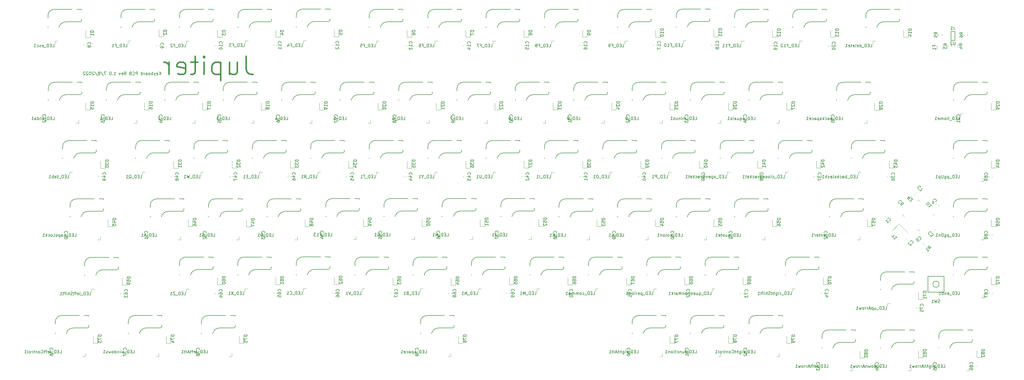
<source format=gbr>
%TF.GenerationSoftware,KiCad,Pcbnew,(6.0.6)*%
%TF.CreationDate,2022-08-08T11:29:03-04:00*%
%TF.ProjectId,Jupiter,4a757069-7465-4722-9e6b-696361645f70,rev?*%
%TF.SameCoordinates,Original*%
%TF.FileFunction,Legend,Bot*%
%TF.FilePolarity,Positive*%
%FSLAX46Y46*%
G04 Gerber Fmt 4.6, Leading zero omitted, Abs format (unit mm)*
G04 Created by KiCad (PCBNEW (6.0.6)) date 2022-08-08 11:29:03*
%MOMM*%
%LPD*%
G01*
G04 APERTURE LIST*
%ADD10C,0.500000*%
%ADD11C,0.150000*%
%ADD12C,0.120000*%
G04 APERTURE END LIST*
D10*
X124242857Y-85714285D02*
X124242857Y-90000000D01*
X124528571Y-90857142D01*
X125100000Y-91428571D01*
X125957142Y-91714285D01*
X126528571Y-91714285D01*
X118814285Y-87714285D02*
X118814285Y-91714285D01*
X121385714Y-87714285D02*
X121385714Y-90857142D01*
X121100000Y-91428571D01*
X120528571Y-91714285D01*
X119671428Y-91714285D01*
X119100000Y-91428571D01*
X118814285Y-91142857D01*
X115957142Y-87714285D02*
X115957142Y-93714285D01*
X115957142Y-88000000D02*
X115385714Y-87714285D01*
X114242857Y-87714285D01*
X113671428Y-88000000D01*
X113385714Y-88285714D01*
X113100000Y-88857142D01*
X113100000Y-90571428D01*
X113385714Y-91142857D01*
X113671428Y-91428571D01*
X114242857Y-91714285D01*
X115385714Y-91714285D01*
X115957142Y-91428571D01*
X110528571Y-91714285D02*
X110528571Y-87714285D01*
X110528571Y-85714285D02*
X110814285Y-86000000D01*
X110528571Y-86285714D01*
X110242857Y-86000000D01*
X110528571Y-85714285D01*
X110528571Y-86285714D01*
X108528571Y-87714285D02*
X106242857Y-87714285D01*
X107671428Y-85714285D02*
X107671428Y-90857142D01*
X107385714Y-91428571D01*
X106814285Y-91714285D01*
X106242857Y-91714285D01*
X101957142Y-91428571D02*
X102528571Y-91714285D01*
X103671428Y-91714285D01*
X104242857Y-91428571D01*
X104528571Y-90857142D01*
X104528571Y-88571428D01*
X104242857Y-88000000D01*
X103671428Y-87714285D01*
X102528571Y-87714285D01*
X101957142Y-88000000D01*
X101671428Y-88571428D01*
X101671428Y-89142857D01*
X104528571Y-89714285D01*
X99100000Y-91714285D02*
X99100000Y-87714285D01*
X99100000Y-88857142D02*
X98814285Y-88285714D01*
X98528571Y-88000000D01*
X97957142Y-87714285D01*
X97385714Y-87714285D01*
D11*
X96419047Y-91852380D02*
X96419047Y-90852380D01*
X95847619Y-91852380D02*
X96276190Y-91280952D01*
X95847619Y-90852380D02*
X96419047Y-91423809D01*
X95038095Y-91804761D02*
X95133333Y-91852380D01*
X95323809Y-91852380D01*
X95419047Y-91804761D01*
X95466666Y-91709523D01*
X95466666Y-91328571D01*
X95419047Y-91233333D01*
X95323809Y-91185714D01*
X95133333Y-91185714D01*
X95038095Y-91233333D01*
X94990476Y-91328571D01*
X94990476Y-91423809D01*
X95466666Y-91519047D01*
X94657142Y-91185714D02*
X94419047Y-91852380D01*
X94180952Y-91185714D02*
X94419047Y-91852380D01*
X94514285Y-92090476D01*
X94561904Y-92138095D01*
X94657142Y-92185714D01*
X93800000Y-91852380D02*
X93800000Y-90852380D01*
X93800000Y-91233333D02*
X93704761Y-91185714D01*
X93514285Y-91185714D01*
X93419047Y-91233333D01*
X93371428Y-91280952D01*
X93323809Y-91376190D01*
X93323809Y-91661904D01*
X93371428Y-91757142D01*
X93419047Y-91804761D01*
X93514285Y-91852380D01*
X93704761Y-91852380D01*
X93800000Y-91804761D01*
X92752380Y-91852380D02*
X92847619Y-91804761D01*
X92895238Y-91757142D01*
X92942857Y-91661904D01*
X92942857Y-91376190D01*
X92895238Y-91280952D01*
X92847619Y-91233333D01*
X92752380Y-91185714D01*
X92609523Y-91185714D01*
X92514285Y-91233333D01*
X92466666Y-91280952D01*
X92419047Y-91376190D01*
X92419047Y-91661904D01*
X92466666Y-91757142D01*
X92514285Y-91804761D01*
X92609523Y-91852380D01*
X92752380Y-91852380D01*
X91561904Y-91852380D02*
X91561904Y-91328571D01*
X91609523Y-91233333D01*
X91704761Y-91185714D01*
X91895238Y-91185714D01*
X91990476Y-91233333D01*
X91561904Y-91804761D02*
X91657142Y-91852380D01*
X91895238Y-91852380D01*
X91990476Y-91804761D01*
X92038095Y-91709523D01*
X92038095Y-91614285D01*
X91990476Y-91519047D01*
X91895238Y-91471428D01*
X91657142Y-91471428D01*
X91561904Y-91423809D01*
X91085714Y-91852380D02*
X91085714Y-91185714D01*
X91085714Y-91376190D02*
X91038095Y-91280952D01*
X90990476Y-91233333D01*
X90895238Y-91185714D01*
X90800000Y-91185714D01*
X90038095Y-91852380D02*
X90038095Y-90852380D01*
X90038095Y-91804761D02*
X90133333Y-91852380D01*
X90323809Y-91852380D01*
X90419047Y-91804761D01*
X90466666Y-91757142D01*
X90514285Y-91661904D01*
X90514285Y-91376190D01*
X90466666Y-91280952D01*
X90419047Y-91233333D01*
X90323809Y-91185714D01*
X90133333Y-91185714D01*
X90038095Y-91233333D01*
X88800000Y-91852380D02*
X88800000Y-90852380D01*
X88419047Y-90852380D01*
X88323809Y-90900000D01*
X88276190Y-90947619D01*
X88228571Y-91042857D01*
X88228571Y-91185714D01*
X88276190Y-91280952D01*
X88323809Y-91328571D01*
X88419047Y-91376190D01*
X88800000Y-91376190D01*
X87228571Y-91757142D02*
X87276190Y-91804761D01*
X87419047Y-91852380D01*
X87514285Y-91852380D01*
X87657142Y-91804761D01*
X87752380Y-91709523D01*
X87800000Y-91614285D01*
X87847619Y-91423809D01*
X87847619Y-91280952D01*
X87800000Y-91090476D01*
X87752380Y-90995238D01*
X87657142Y-90900000D01*
X87514285Y-90852380D01*
X87419047Y-90852380D01*
X87276190Y-90900000D01*
X87228571Y-90947619D01*
X86466666Y-91328571D02*
X86323809Y-91376190D01*
X86276190Y-91423809D01*
X86228571Y-91519047D01*
X86228571Y-91661904D01*
X86276190Y-91757142D01*
X86323809Y-91804761D01*
X86419047Y-91852380D01*
X86800000Y-91852380D01*
X86800000Y-90852380D01*
X86466666Y-90852380D01*
X86371428Y-90900000D01*
X86323809Y-90947619D01*
X86276190Y-91042857D01*
X86276190Y-91138095D01*
X86323809Y-91233333D01*
X86371428Y-91280952D01*
X86466666Y-91328571D01*
X86800000Y-91328571D01*
X84466666Y-91852380D02*
X84800000Y-91376190D01*
X85038095Y-91852380D02*
X85038095Y-90852380D01*
X84657142Y-90852380D01*
X84561904Y-90900000D01*
X84514285Y-90947619D01*
X84466666Y-91042857D01*
X84466666Y-91185714D01*
X84514285Y-91280952D01*
X84561904Y-91328571D01*
X84657142Y-91376190D01*
X85038095Y-91376190D01*
X83657142Y-91804761D02*
X83752380Y-91852380D01*
X83942857Y-91852380D01*
X84038095Y-91804761D01*
X84085714Y-91709523D01*
X84085714Y-91328571D01*
X84038095Y-91233333D01*
X83942857Y-91185714D01*
X83752380Y-91185714D01*
X83657142Y-91233333D01*
X83609523Y-91328571D01*
X83609523Y-91423809D01*
X84085714Y-91519047D01*
X83276190Y-91185714D02*
X83038095Y-91852380D01*
X82800000Y-91185714D01*
X81133333Y-91852380D02*
X81704761Y-91852380D01*
X81419047Y-91852380D02*
X81419047Y-90852380D01*
X81514285Y-90995238D01*
X81609523Y-91090476D01*
X81704761Y-91138095D01*
X80704761Y-91757142D02*
X80657142Y-91804761D01*
X80704761Y-91852380D01*
X80752380Y-91804761D01*
X80704761Y-91757142D01*
X80704761Y-91852380D01*
X80038095Y-90852380D02*
X79942857Y-90852380D01*
X79847619Y-90900000D01*
X79800000Y-90947619D01*
X79752380Y-91042857D01*
X79704761Y-91233333D01*
X79704761Y-91471428D01*
X79752380Y-91661904D01*
X79800000Y-91757142D01*
X79847619Y-91804761D01*
X79942857Y-91852380D01*
X80038095Y-91852380D01*
X80133333Y-91804761D01*
X80180952Y-91757142D01*
X80228571Y-91661904D01*
X80276190Y-91471428D01*
X80276190Y-91233333D01*
X80228571Y-91042857D01*
X80180952Y-90947619D01*
X80133333Y-90900000D01*
X80038095Y-90852380D01*
X78609523Y-90852380D02*
X77942857Y-90852380D01*
X78371428Y-91852380D01*
X76847619Y-90804761D02*
X77704761Y-92090476D01*
X76371428Y-91280952D02*
X76466666Y-91233333D01*
X76514285Y-91185714D01*
X76561904Y-91090476D01*
X76561904Y-91042857D01*
X76514285Y-90947619D01*
X76466666Y-90900000D01*
X76371428Y-90852380D01*
X76180952Y-90852380D01*
X76085714Y-90900000D01*
X76038095Y-90947619D01*
X75990476Y-91042857D01*
X75990476Y-91090476D01*
X76038095Y-91185714D01*
X76085714Y-91233333D01*
X76180952Y-91280952D01*
X76371428Y-91280952D01*
X76466666Y-91328571D01*
X76514285Y-91376190D01*
X76561904Y-91471428D01*
X76561904Y-91661904D01*
X76514285Y-91757142D01*
X76466666Y-91804761D01*
X76371428Y-91852380D01*
X76180952Y-91852380D01*
X76085714Y-91804761D01*
X76038095Y-91757142D01*
X75990476Y-91661904D01*
X75990476Y-91471428D01*
X76038095Y-91376190D01*
X76085714Y-91328571D01*
X76180952Y-91280952D01*
X74847619Y-90804761D02*
X75704761Y-92090476D01*
X74561904Y-90947619D02*
X74514285Y-90900000D01*
X74419047Y-90852380D01*
X74180952Y-90852380D01*
X74085714Y-90900000D01*
X74038095Y-90947619D01*
X73990476Y-91042857D01*
X73990476Y-91138095D01*
X74038095Y-91280952D01*
X74609523Y-91852380D01*
X73990476Y-91852380D01*
X73371428Y-90852380D02*
X73276190Y-90852380D01*
X73180952Y-90900000D01*
X73133333Y-90947619D01*
X73085714Y-91042857D01*
X73038095Y-91233333D01*
X73038095Y-91471428D01*
X73085714Y-91661904D01*
X73133333Y-91757142D01*
X73180952Y-91804761D01*
X73276190Y-91852380D01*
X73371428Y-91852380D01*
X73466666Y-91804761D01*
X73514285Y-91757142D01*
X73561904Y-91661904D01*
X73609523Y-91471428D01*
X73609523Y-91233333D01*
X73561904Y-91042857D01*
X73514285Y-90947619D01*
X73466666Y-90900000D01*
X73371428Y-90852380D01*
X72657142Y-90947619D02*
X72609523Y-90900000D01*
X72514285Y-90852380D01*
X72276190Y-90852380D01*
X72180952Y-90900000D01*
X72133333Y-90947619D01*
X72085714Y-91042857D01*
X72085714Y-91138095D01*
X72133333Y-91280952D01*
X72704761Y-91852380D01*
X72085714Y-91852380D01*
X71704761Y-90947619D02*
X71657142Y-90900000D01*
X71561904Y-90852380D01*
X71323809Y-90852380D01*
X71228571Y-90900000D01*
X71180952Y-90947619D01*
X71133333Y-91042857D01*
X71133333Y-91138095D01*
X71180952Y-91280952D01*
X71752380Y-91852380D01*
X71133333Y-91852380D01*
%TO.C,LED_R1*%
X146788214Y-125532380D02*
X147264404Y-125532380D01*
X147264404Y-124532380D01*
X146454880Y-125008571D02*
X146121547Y-125008571D01*
X145978690Y-125532380D02*
X146454880Y-125532380D01*
X146454880Y-124532380D01*
X145978690Y-124532380D01*
X145550119Y-125532380D02*
X145550119Y-124532380D01*
X145312023Y-124532380D01*
X145169166Y-124580000D01*
X145073928Y-124675238D01*
X145026309Y-124770476D01*
X144978690Y-124960952D01*
X144978690Y-125103809D01*
X145026309Y-125294285D01*
X145073928Y-125389523D01*
X145169166Y-125484761D01*
X145312023Y-125532380D01*
X145550119Y-125532380D01*
X144788214Y-125627619D02*
X144026309Y-125627619D01*
X143216785Y-125532380D02*
X143550119Y-125056190D01*
X143788214Y-125532380D02*
X143788214Y-124532380D01*
X143407261Y-124532380D01*
X143312023Y-124580000D01*
X143264404Y-124627619D01*
X143216785Y-124722857D01*
X143216785Y-124865714D01*
X143264404Y-124960952D01*
X143312023Y-125008571D01*
X143407261Y-125056190D01*
X143788214Y-125056190D01*
X142264404Y-125532380D02*
X142835833Y-125532380D01*
X142550119Y-125532380D02*
X142550119Y-124532380D01*
X142645357Y-124675238D01*
X142740595Y-124770476D01*
X142835833Y-124818095D01*
%TO.C,D13*%
X317482380Y-76785714D02*
X316482380Y-76785714D01*
X316482380Y-77023809D01*
X316530000Y-77166666D01*
X316625238Y-77261904D01*
X316720476Y-77309523D01*
X316910952Y-77357142D01*
X317053809Y-77357142D01*
X317244285Y-77309523D01*
X317339523Y-77261904D01*
X317434761Y-77166666D01*
X317482380Y-77023809D01*
X317482380Y-76785714D01*
X317482380Y-78309523D02*
X317482380Y-77738095D01*
X317482380Y-78023809D02*
X316482380Y-78023809D01*
X316625238Y-77928571D01*
X316720476Y-77833333D01*
X316768095Y-77738095D01*
X316482380Y-78642857D02*
X316482380Y-79261904D01*
X316863333Y-78928571D01*
X316863333Y-79071428D01*
X316910952Y-79166666D01*
X316958571Y-79214285D01*
X317053809Y-79261904D01*
X317291904Y-79261904D01*
X317387142Y-79214285D01*
X317434761Y-79166666D01*
X317482380Y-79071428D01*
X317482380Y-78785714D01*
X317434761Y-78690476D01*
X317387142Y-78642857D01*
%TO.C,D38*%
X236582380Y-119573214D02*
X235582380Y-119573214D01*
X235582380Y-119811309D01*
X235630000Y-119954166D01*
X235725238Y-120049404D01*
X235820476Y-120097023D01*
X236010952Y-120144642D01*
X236153809Y-120144642D01*
X236344285Y-120097023D01*
X236439523Y-120049404D01*
X236534761Y-119954166D01*
X236582380Y-119811309D01*
X236582380Y-119573214D01*
X235582380Y-120477976D02*
X235582380Y-121097023D01*
X235963333Y-120763690D01*
X235963333Y-120906547D01*
X236010952Y-121001785D01*
X236058571Y-121049404D01*
X236153809Y-121097023D01*
X236391904Y-121097023D01*
X236487142Y-121049404D01*
X236534761Y-121001785D01*
X236582380Y-120906547D01*
X236582380Y-120620833D01*
X236534761Y-120525595D01*
X236487142Y-120477976D01*
X236010952Y-121668452D02*
X235963333Y-121573214D01*
X235915714Y-121525595D01*
X235820476Y-121477976D01*
X235772857Y-121477976D01*
X235677619Y-121525595D01*
X235630000Y-121573214D01*
X235582380Y-121668452D01*
X235582380Y-121858928D01*
X235630000Y-121954166D01*
X235677619Y-122001785D01*
X235772857Y-122049404D01*
X235820476Y-122049404D01*
X235915714Y-122001785D01*
X235963333Y-121954166D01*
X236010952Y-121858928D01*
X236010952Y-121668452D01*
X236058571Y-121573214D01*
X236106190Y-121525595D01*
X236201428Y-121477976D01*
X236391904Y-121477976D01*
X236487142Y-121525595D01*
X236534761Y-121573214D01*
X236582380Y-121668452D01*
X236582380Y-121858928D01*
X236534761Y-121954166D01*
X236487142Y-122001785D01*
X236391904Y-122049404D01*
X236201428Y-122049404D01*
X236106190Y-122001785D01*
X236058571Y-121954166D01*
X236010952Y-121858928D01*
%TO.C,C29*%
X192127142Y-105482142D02*
X192174761Y-105434523D01*
X192222380Y-105291666D01*
X192222380Y-105196428D01*
X192174761Y-105053571D01*
X192079523Y-104958333D01*
X191984285Y-104910714D01*
X191793809Y-104863095D01*
X191650952Y-104863095D01*
X191460476Y-104910714D01*
X191365238Y-104958333D01*
X191270000Y-105053571D01*
X191222380Y-105196428D01*
X191222380Y-105291666D01*
X191270000Y-105434523D01*
X191317619Y-105482142D01*
X191317619Y-105863095D02*
X191270000Y-105910714D01*
X191222380Y-106005952D01*
X191222380Y-106244047D01*
X191270000Y-106339285D01*
X191317619Y-106386904D01*
X191412857Y-106434523D01*
X191508095Y-106434523D01*
X191650952Y-106386904D01*
X192222380Y-105815476D01*
X192222380Y-106434523D01*
X192222380Y-106910714D02*
X192222380Y-107101190D01*
X192174761Y-107196428D01*
X192127142Y-107244047D01*
X191984285Y-107339285D01*
X191793809Y-107386904D01*
X191412857Y-107386904D01*
X191317619Y-107339285D01*
X191270000Y-107291666D01*
X191222380Y-107196428D01*
X191222380Y-107005952D01*
X191270000Y-106910714D01*
X191317619Y-106863095D01*
X191412857Y-106815476D01*
X191650952Y-106815476D01*
X191746190Y-106863095D01*
X191793809Y-106910714D01*
X191841428Y-107005952D01*
X191841428Y-107196428D01*
X191793809Y-107291666D01*
X191746190Y-107339285D01*
X191650952Y-107386904D01*
%TO.C,LED_quote1*%
X284988214Y-144632380D02*
X285464404Y-144632380D01*
X285464404Y-143632380D01*
X284654880Y-144108571D02*
X284321547Y-144108571D01*
X284178690Y-144632380D02*
X284654880Y-144632380D01*
X284654880Y-143632380D01*
X284178690Y-143632380D01*
X283750119Y-144632380D02*
X283750119Y-143632380D01*
X283512023Y-143632380D01*
X283369166Y-143680000D01*
X283273928Y-143775238D01*
X283226309Y-143870476D01*
X283178690Y-144060952D01*
X283178690Y-144203809D01*
X283226309Y-144394285D01*
X283273928Y-144489523D01*
X283369166Y-144584761D01*
X283512023Y-144632380D01*
X283750119Y-144632380D01*
X282988214Y-144727619D02*
X282226309Y-144727619D01*
X281559642Y-143965714D02*
X281559642Y-144965714D01*
X281559642Y-144584761D02*
X281654880Y-144632380D01*
X281845357Y-144632380D01*
X281940595Y-144584761D01*
X281988214Y-144537142D01*
X282035833Y-144441904D01*
X282035833Y-144156190D01*
X281988214Y-144060952D01*
X281940595Y-144013333D01*
X281845357Y-143965714D01*
X281654880Y-143965714D01*
X281559642Y-144013333D01*
X280654880Y-143965714D02*
X280654880Y-144632380D01*
X281083452Y-143965714D02*
X281083452Y-144489523D01*
X281035833Y-144584761D01*
X280940595Y-144632380D01*
X280797738Y-144632380D01*
X280702500Y-144584761D01*
X280654880Y-144537142D01*
X280035833Y-144632380D02*
X280131071Y-144584761D01*
X280178690Y-144537142D01*
X280226309Y-144441904D01*
X280226309Y-144156190D01*
X280178690Y-144060952D01*
X280131071Y-144013333D01*
X280035833Y-143965714D01*
X279892976Y-143965714D01*
X279797738Y-144013333D01*
X279750119Y-144060952D01*
X279702500Y-144156190D01*
X279702500Y-144441904D01*
X279750119Y-144537142D01*
X279797738Y-144584761D01*
X279892976Y-144632380D01*
X280035833Y-144632380D01*
X279416785Y-143965714D02*
X279035833Y-143965714D01*
X279273928Y-143632380D02*
X279273928Y-144489523D01*
X279226309Y-144584761D01*
X279131071Y-144632380D01*
X279035833Y-144632380D01*
X278321547Y-144584761D02*
X278416785Y-144632380D01*
X278607261Y-144632380D01*
X278702500Y-144584761D01*
X278750119Y-144489523D01*
X278750119Y-144108571D01*
X278702500Y-144013333D01*
X278607261Y-143965714D01*
X278416785Y-143965714D01*
X278321547Y-144013333D01*
X278273928Y-144108571D01*
X278273928Y-144203809D01*
X278750119Y-144299047D01*
X277321547Y-144632380D02*
X277892976Y-144632380D01*
X277607261Y-144632380D02*
X277607261Y-143632380D01*
X277702500Y-143775238D01*
X277797738Y-143870476D01*
X277892976Y-143918095D01*
%TO.C,D27*%
X303182380Y-100573214D02*
X302182380Y-100573214D01*
X302182380Y-100811309D01*
X302230000Y-100954166D01*
X302325238Y-101049404D01*
X302420476Y-101097023D01*
X302610952Y-101144642D01*
X302753809Y-101144642D01*
X302944285Y-101097023D01*
X303039523Y-101049404D01*
X303134761Y-100954166D01*
X303182380Y-100811309D01*
X303182380Y-100573214D01*
X302277619Y-101525595D02*
X302230000Y-101573214D01*
X302182380Y-101668452D01*
X302182380Y-101906547D01*
X302230000Y-102001785D01*
X302277619Y-102049404D01*
X302372857Y-102097023D01*
X302468095Y-102097023D01*
X302610952Y-102049404D01*
X303182380Y-101477976D01*
X303182380Y-102097023D01*
X302182380Y-102430357D02*
X302182380Y-103097023D01*
X303182380Y-102668452D01*
%TO.C,D52*%
X222282380Y-138573214D02*
X221282380Y-138573214D01*
X221282380Y-138811309D01*
X221330000Y-138954166D01*
X221425238Y-139049404D01*
X221520476Y-139097023D01*
X221710952Y-139144642D01*
X221853809Y-139144642D01*
X222044285Y-139097023D01*
X222139523Y-139049404D01*
X222234761Y-138954166D01*
X222282380Y-138811309D01*
X222282380Y-138573214D01*
X221282380Y-140049404D02*
X221282380Y-139573214D01*
X221758571Y-139525595D01*
X221710952Y-139573214D01*
X221663333Y-139668452D01*
X221663333Y-139906547D01*
X221710952Y-140001785D01*
X221758571Y-140049404D01*
X221853809Y-140097023D01*
X222091904Y-140097023D01*
X222187142Y-140049404D01*
X222234761Y-140001785D01*
X222282380Y-139906547D01*
X222282380Y-139668452D01*
X222234761Y-139573214D01*
X222187142Y-139525595D01*
X221377619Y-140477976D02*
X221330000Y-140525595D01*
X221282380Y-140620833D01*
X221282380Y-140858928D01*
X221330000Y-140954166D01*
X221377619Y-141001785D01*
X221472857Y-141049404D01*
X221568095Y-141049404D01*
X221710952Y-141001785D01*
X222282380Y-140430357D01*
X222282380Y-141049404D01*
%TO.C,D10*%
X260382380Y-76785714D02*
X259382380Y-76785714D01*
X259382380Y-77023809D01*
X259430000Y-77166666D01*
X259525238Y-77261904D01*
X259620476Y-77309523D01*
X259810952Y-77357142D01*
X259953809Y-77357142D01*
X260144285Y-77309523D01*
X260239523Y-77261904D01*
X260334761Y-77166666D01*
X260382380Y-77023809D01*
X260382380Y-76785714D01*
X260382380Y-78309523D02*
X260382380Y-77738095D01*
X260382380Y-78023809D02*
X259382380Y-78023809D01*
X259525238Y-77928571D01*
X259620476Y-77833333D01*
X259668095Y-77738095D01*
X259382380Y-78928571D02*
X259382380Y-79023809D01*
X259430000Y-79119047D01*
X259477619Y-79166666D01*
X259572857Y-79214285D01*
X259763333Y-79261904D01*
X260001428Y-79261904D01*
X260191904Y-79214285D01*
X260287142Y-79166666D01*
X260334761Y-79119047D01*
X260382380Y-79023809D01*
X260382380Y-78928571D01*
X260334761Y-78833333D01*
X260287142Y-78785714D01*
X260191904Y-78738095D01*
X260001428Y-78690476D01*
X259763333Y-78690476D01*
X259572857Y-78738095D01*
X259477619Y-78785714D01*
X259430000Y-78833333D01*
X259382380Y-78928571D01*
%TO.C,C64*%
X116387142Y-162582142D02*
X116434761Y-162534523D01*
X116482380Y-162391666D01*
X116482380Y-162296428D01*
X116434761Y-162153571D01*
X116339523Y-162058333D01*
X116244285Y-162010714D01*
X116053809Y-161963095D01*
X115910952Y-161963095D01*
X115720476Y-162010714D01*
X115625238Y-162058333D01*
X115530000Y-162153571D01*
X115482380Y-162296428D01*
X115482380Y-162391666D01*
X115530000Y-162534523D01*
X115577619Y-162582142D01*
X115482380Y-163439285D02*
X115482380Y-163248809D01*
X115530000Y-163153571D01*
X115577619Y-163105952D01*
X115720476Y-163010714D01*
X115910952Y-162963095D01*
X116291904Y-162963095D01*
X116387142Y-163010714D01*
X116434761Y-163058333D01*
X116482380Y-163153571D01*
X116482380Y-163344047D01*
X116434761Y-163439285D01*
X116387142Y-163486904D01*
X116291904Y-163534523D01*
X116053809Y-163534523D01*
X115958571Y-163486904D01*
X115910952Y-163439285D01*
X115863333Y-163344047D01*
X115863333Y-163153571D01*
X115910952Y-163058333D01*
X115958571Y-163010714D01*
X116053809Y-162963095D01*
X115815714Y-164391666D02*
X116482380Y-164391666D01*
X115434761Y-164153571D02*
X116149047Y-163915476D01*
X116149047Y-164534523D01*
%TO.C,D3*%
X117482380Y-77261904D02*
X116482380Y-77261904D01*
X116482380Y-77500000D01*
X116530000Y-77642857D01*
X116625238Y-77738095D01*
X116720476Y-77785714D01*
X116910952Y-77833333D01*
X117053809Y-77833333D01*
X117244285Y-77785714D01*
X117339523Y-77738095D01*
X117434761Y-77642857D01*
X117482380Y-77500000D01*
X117482380Y-77261904D01*
X116482380Y-78166666D02*
X116482380Y-78785714D01*
X116863333Y-78452380D01*
X116863333Y-78595238D01*
X116910952Y-78690476D01*
X116958571Y-78738095D01*
X117053809Y-78785714D01*
X117291904Y-78785714D01*
X117387142Y-78738095D01*
X117434761Y-78690476D01*
X117482380Y-78595238D01*
X117482380Y-78309523D01*
X117434761Y-78214285D01*
X117387142Y-78166666D01*
%TO.C,D78*%
X284182380Y-176773214D02*
X283182380Y-176773214D01*
X283182380Y-177011309D01*
X283230000Y-177154166D01*
X283325238Y-177249404D01*
X283420476Y-177297023D01*
X283610952Y-177344642D01*
X283753809Y-177344642D01*
X283944285Y-177297023D01*
X284039523Y-177249404D01*
X284134761Y-177154166D01*
X284182380Y-177011309D01*
X284182380Y-176773214D01*
X283182380Y-177677976D02*
X283182380Y-178344642D01*
X284182380Y-177916071D01*
X283610952Y-178868452D02*
X283563333Y-178773214D01*
X283515714Y-178725595D01*
X283420476Y-178677976D01*
X283372857Y-178677976D01*
X283277619Y-178725595D01*
X283230000Y-178773214D01*
X283182380Y-178868452D01*
X283182380Y-179058928D01*
X283230000Y-179154166D01*
X283277619Y-179201785D01*
X283372857Y-179249404D01*
X283420476Y-179249404D01*
X283515714Y-179201785D01*
X283563333Y-179154166D01*
X283610952Y-179058928D01*
X283610952Y-178868452D01*
X283658571Y-178773214D01*
X283706190Y-178725595D01*
X283801428Y-178677976D01*
X283991904Y-178677976D01*
X284087142Y-178725595D01*
X284134761Y-178773214D01*
X284182380Y-178868452D01*
X284182380Y-179058928D01*
X284134761Y-179154166D01*
X284087142Y-179201785D01*
X283991904Y-179249404D01*
X283801428Y-179249404D01*
X283706190Y-179201785D01*
X283658571Y-179154166D01*
X283610952Y-179058928D01*
%TO.C,C26*%
X135027142Y-105482142D02*
X135074761Y-105434523D01*
X135122380Y-105291666D01*
X135122380Y-105196428D01*
X135074761Y-105053571D01*
X134979523Y-104958333D01*
X134884285Y-104910714D01*
X134693809Y-104863095D01*
X134550952Y-104863095D01*
X134360476Y-104910714D01*
X134265238Y-104958333D01*
X134170000Y-105053571D01*
X134122380Y-105196428D01*
X134122380Y-105291666D01*
X134170000Y-105434523D01*
X134217619Y-105482142D01*
X134217619Y-105863095D02*
X134170000Y-105910714D01*
X134122380Y-106005952D01*
X134122380Y-106244047D01*
X134170000Y-106339285D01*
X134217619Y-106386904D01*
X134312857Y-106434523D01*
X134408095Y-106434523D01*
X134550952Y-106386904D01*
X135122380Y-105815476D01*
X135122380Y-106434523D01*
X134122380Y-107291666D02*
X134122380Y-107101190D01*
X134170000Y-107005952D01*
X134217619Y-106958333D01*
X134360476Y-106863095D01*
X134550952Y-106815476D01*
X134931904Y-106815476D01*
X135027142Y-106863095D01*
X135074761Y-106910714D01*
X135122380Y-107005952D01*
X135122380Y-107196428D01*
X135074761Y-107291666D01*
X135027142Y-107339285D01*
X134931904Y-107386904D01*
X134693809Y-107386904D01*
X134598571Y-107339285D01*
X134550952Y-107291666D01*
X134503333Y-107196428D01*
X134503333Y-107005952D01*
X134550952Y-106910714D01*
X134598571Y-106863095D01*
X134693809Y-106815476D01*
%TO.C,LED_5*%
X156388214Y-106532380D02*
X156864404Y-106532380D01*
X156864404Y-105532380D01*
X156054880Y-106008571D02*
X155721547Y-106008571D01*
X155578690Y-106532380D02*
X156054880Y-106532380D01*
X156054880Y-105532380D01*
X155578690Y-105532380D01*
X155150119Y-106532380D02*
X155150119Y-105532380D01*
X154912023Y-105532380D01*
X154769166Y-105580000D01*
X154673928Y-105675238D01*
X154626309Y-105770476D01*
X154578690Y-105960952D01*
X154578690Y-106103809D01*
X154626309Y-106294285D01*
X154673928Y-106389523D01*
X154769166Y-106484761D01*
X154912023Y-106532380D01*
X155150119Y-106532380D01*
X154388214Y-106627619D02*
X153626309Y-106627619D01*
X152912023Y-105532380D02*
X153388214Y-105532380D01*
X153435833Y-106008571D01*
X153388214Y-105960952D01*
X153292976Y-105913333D01*
X153054880Y-105913333D01*
X152959642Y-105960952D01*
X152912023Y-106008571D01*
X152864404Y-106103809D01*
X152864404Y-106341904D01*
X152912023Y-106437142D01*
X152959642Y-106484761D01*
X153054880Y-106532380D01*
X153292976Y-106532380D01*
X153388214Y-106484761D01*
X153435833Y-106437142D01*
%TO.C,C5*%
X343991218Y-145601532D02*
X344058561Y-145601532D01*
X344193248Y-145534188D01*
X344260592Y-145466845D01*
X344327935Y-145332157D01*
X344327935Y-145197470D01*
X344294264Y-145096455D01*
X344193248Y-144928096D01*
X344092233Y-144827081D01*
X343923874Y-144726066D01*
X343822859Y-144692394D01*
X343688172Y-144692394D01*
X343553485Y-144759738D01*
X343486141Y-144827081D01*
X343418798Y-144961768D01*
X343418798Y-145029112D01*
X342711691Y-145601532D02*
X343048409Y-145264814D01*
X343418798Y-145567860D01*
X343351454Y-145567860D01*
X343250439Y-145601532D01*
X343082080Y-145769890D01*
X343048409Y-145870906D01*
X343048409Y-145938249D01*
X343082080Y-146039264D01*
X343250439Y-146207623D01*
X343351454Y-146241295D01*
X343418798Y-146241295D01*
X343519813Y-146207623D01*
X343688172Y-146039264D01*
X343721844Y-145938249D01*
X343721844Y-145870906D01*
%TO.C,LED_leftShift1*%
X73088214Y-163732380D02*
X73564404Y-163732380D01*
X73564404Y-162732380D01*
X72754880Y-163208571D02*
X72421547Y-163208571D01*
X72278690Y-163732380D02*
X72754880Y-163732380D01*
X72754880Y-162732380D01*
X72278690Y-162732380D01*
X71850119Y-163732380D02*
X71850119Y-162732380D01*
X71612023Y-162732380D01*
X71469166Y-162780000D01*
X71373928Y-162875238D01*
X71326309Y-162970476D01*
X71278690Y-163160952D01*
X71278690Y-163303809D01*
X71326309Y-163494285D01*
X71373928Y-163589523D01*
X71469166Y-163684761D01*
X71612023Y-163732380D01*
X71850119Y-163732380D01*
X71088214Y-163827619D02*
X70326309Y-163827619D01*
X69945357Y-163732380D02*
X70040595Y-163684761D01*
X70088214Y-163589523D01*
X70088214Y-162732380D01*
X69183452Y-163684761D02*
X69278690Y-163732380D01*
X69469166Y-163732380D01*
X69564404Y-163684761D01*
X69612023Y-163589523D01*
X69612023Y-163208571D01*
X69564404Y-163113333D01*
X69469166Y-163065714D01*
X69278690Y-163065714D01*
X69183452Y-163113333D01*
X69135833Y-163208571D01*
X69135833Y-163303809D01*
X69612023Y-163399047D01*
X68850119Y-163065714D02*
X68469166Y-163065714D01*
X68707261Y-163732380D02*
X68707261Y-162875238D01*
X68659642Y-162780000D01*
X68564404Y-162732380D01*
X68469166Y-162732380D01*
X68278690Y-163065714D02*
X67897738Y-163065714D01*
X68135833Y-162732380D02*
X68135833Y-163589523D01*
X68088214Y-163684761D01*
X67992976Y-163732380D01*
X67897738Y-163732380D01*
X67612023Y-163684761D02*
X67469166Y-163732380D01*
X67231071Y-163732380D01*
X67135833Y-163684761D01*
X67088214Y-163637142D01*
X67040595Y-163541904D01*
X67040595Y-163446666D01*
X67088214Y-163351428D01*
X67135833Y-163303809D01*
X67231071Y-163256190D01*
X67421547Y-163208571D01*
X67516785Y-163160952D01*
X67564404Y-163113333D01*
X67612023Y-163018095D01*
X67612023Y-162922857D01*
X67564404Y-162827619D01*
X67516785Y-162780000D01*
X67421547Y-162732380D01*
X67183452Y-162732380D01*
X67040595Y-162780000D01*
X66612023Y-163732380D02*
X66612023Y-162732380D01*
X66183452Y-163732380D02*
X66183452Y-163208571D01*
X66231071Y-163113333D01*
X66326309Y-163065714D01*
X66469166Y-163065714D01*
X66564404Y-163113333D01*
X66612023Y-163160952D01*
X65707261Y-163732380D02*
X65707261Y-163065714D01*
X65707261Y-162732380D02*
X65754880Y-162780000D01*
X65707261Y-162827619D01*
X65659642Y-162780000D01*
X65707261Y-162732380D01*
X65707261Y-162827619D01*
X65373928Y-163065714D02*
X64992976Y-163065714D01*
X65231071Y-163732380D02*
X65231071Y-162875238D01*
X65183452Y-162780000D01*
X65088214Y-162732380D01*
X64992976Y-162732380D01*
X64802500Y-163065714D02*
X64421547Y-163065714D01*
X64659642Y-162732380D02*
X64659642Y-163589523D01*
X64612023Y-163684761D01*
X64516785Y-163732380D01*
X64421547Y-163732380D01*
X63564404Y-163732380D02*
X64135833Y-163732380D01*
X63850119Y-163732380D02*
X63850119Y-162732380D01*
X63945357Y-162875238D01*
X64040595Y-162970476D01*
X64135833Y-163018095D01*
%TO.C,D23*%
X227052380Y-100585714D02*
X226052380Y-100585714D01*
X226052380Y-100823809D01*
X226100000Y-100966666D01*
X226195238Y-101061904D01*
X226290476Y-101109523D01*
X226480952Y-101157142D01*
X226623809Y-101157142D01*
X226814285Y-101109523D01*
X226909523Y-101061904D01*
X227004761Y-100966666D01*
X227052380Y-100823809D01*
X227052380Y-100585714D01*
X226147619Y-101538095D02*
X226100000Y-101585714D01*
X226052380Y-101680952D01*
X226052380Y-101919047D01*
X226100000Y-102014285D01*
X226147619Y-102061904D01*
X226242857Y-102109523D01*
X226338095Y-102109523D01*
X226480952Y-102061904D01*
X227052380Y-101490476D01*
X227052380Y-102109523D01*
X226052380Y-102442857D02*
X226052380Y-103061904D01*
X226433333Y-102728571D01*
X226433333Y-102871428D01*
X226480952Y-102966666D01*
X226528571Y-103014285D01*
X226623809Y-103061904D01*
X226861904Y-103061904D01*
X226957142Y-103014285D01*
X227004761Y-102966666D01*
X227052380Y-102871428D01*
X227052380Y-102585714D01*
X227004761Y-102490476D01*
X226957142Y-102442857D01*
%TO.C,C8*%
X73487142Y-81858333D02*
X73534761Y-81810714D01*
X73582380Y-81667857D01*
X73582380Y-81572619D01*
X73534761Y-81429761D01*
X73439523Y-81334523D01*
X73344285Y-81286904D01*
X73153809Y-81239285D01*
X73010952Y-81239285D01*
X72820476Y-81286904D01*
X72725238Y-81334523D01*
X72630000Y-81429761D01*
X72582380Y-81572619D01*
X72582380Y-81667857D01*
X72630000Y-81810714D01*
X72677619Y-81858333D01*
X73010952Y-82429761D02*
X72963333Y-82334523D01*
X72915714Y-82286904D01*
X72820476Y-82239285D01*
X72772857Y-82239285D01*
X72677619Y-82286904D01*
X72630000Y-82334523D01*
X72582380Y-82429761D01*
X72582380Y-82620238D01*
X72630000Y-82715476D01*
X72677619Y-82763095D01*
X72772857Y-82810714D01*
X72820476Y-82810714D01*
X72915714Y-82763095D01*
X72963333Y-82715476D01*
X73010952Y-82620238D01*
X73010952Y-82429761D01*
X73058571Y-82334523D01*
X73106190Y-82286904D01*
X73201428Y-82239285D01*
X73391904Y-82239285D01*
X73487142Y-82286904D01*
X73534761Y-82334523D01*
X73582380Y-82429761D01*
X73582380Y-82620238D01*
X73534761Y-82715476D01*
X73487142Y-82763095D01*
X73391904Y-82810714D01*
X73201428Y-82810714D01*
X73106190Y-82763095D01*
X73058571Y-82715476D01*
X73010952Y-82620238D01*
%TO.C,C69*%
X211587142Y-162482142D02*
X211634761Y-162434523D01*
X211682380Y-162291666D01*
X211682380Y-162196428D01*
X211634761Y-162053571D01*
X211539523Y-161958333D01*
X211444285Y-161910714D01*
X211253809Y-161863095D01*
X211110952Y-161863095D01*
X210920476Y-161910714D01*
X210825238Y-161958333D01*
X210730000Y-162053571D01*
X210682380Y-162196428D01*
X210682380Y-162291666D01*
X210730000Y-162434523D01*
X210777619Y-162482142D01*
X210682380Y-163339285D02*
X210682380Y-163148809D01*
X210730000Y-163053571D01*
X210777619Y-163005952D01*
X210920476Y-162910714D01*
X211110952Y-162863095D01*
X211491904Y-162863095D01*
X211587142Y-162910714D01*
X211634761Y-162958333D01*
X211682380Y-163053571D01*
X211682380Y-163244047D01*
X211634761Y-163339285D01*
X211587142Y-163386904D01*
X211491904Y-163434523D01*
X211253809Y-163434523D01*
X211158571Y-163386904D01*
X211110952Y-163339285D01*
X211063333Y-163244047D01*
X211063333Y-163053571D01*
X211110952Y-162958333D01*
X211158571Y-162910714D01*
X211253809Y-162863095D01*
X211682380Y-163910714D02*
X211682380Y-164101190D01*
X211634761Y-164196428D01*
X211587142Y-164244047D01*
X211444285Y-164339285D01*
X211253809Y-164386904D01*
X210872857Y-164386904D01*
X210777619Y-164339285D01*
X210730000Y-164291666D01*
X210682380Y-164196428D01*
X210682380Y-164005952D01*
X210730000Y-163910714D01*
X210777619Y-163863095D01*
X210872857Y-163815476D01*
X211110952Y-163815476D01*
X211206190Y-163863095D01*
X211253809Y-163910714D01*
X211301428Y-164005952D01*
X211301428Y-164196428D01*
X211253809Y-164291666D01*
X211206190Y-164339285D01*
X211110952Y-164386904D01*
%TO.C,D73*%
X76982380Y-176773214D02*
X75982380Y-176773214D01*
X75982380Y-177011309D01*
X76030000Y-177154166D01*
X76125238Y-177249404D01*
X76220476Y-177297023D01*
X76410952Y-177344642D01*
X76553809Y-177344642D01*
X76744285Y-177297023D01*
X76839523Y-177249404D01*
X76934761Y-177154166D01*
X76982380Y-177011309D01*
X76982380Y-176773214D01*
X75982380Y-177677976D02*
X75982380Y-178344642D01*
X76982380Y-177916071D01*
X75982380Y-178630357D02*
X75982380Y-179249404D01*
X76363333Y-178916071D01*
X76363333Y-179058928D01*
X76410952Y-179154166D01*
X76458571Y-179201785D01*
X76553809Y-179249404D01*
X76791904Y-179249404D01*
X76887142Y-179201785D01*
X76934761Y-179154166D01*
X76982380Y-179058928D01*
X76982380Y-178773214D01*
X76934761Y-178677976D01*
X76887142Y-178630357D01*
%TO.C,C59*%
X244627142Y-143532142D02*
X244674761Y-143484523D01*
X244722380Y-143341666D01*
X244722380Y-143246428D01*
X244674761Y-143103571D01*
X244579523Y-143008333D01*
X244484285Y-142960714D01*
X244293809Y-142913095D01*
X244150952Y-142913095D01*
X243960476Y-142960714D01*
X243865238Y-143008333D01*
X243770000Y-143103571D01*
X243722380Y-143246428D01*
X243722380Y-143341666D01*
X243770000Y-143484523D01*
X243817619Y-143532142D01*
X243722380Y-144436904D02*
X243722380Y-143960714D01*
X244198571Y-143913095D01*
X244150952Y-143960714D01*
X244103333Y-144055952D01*
X244103333Y-144294047D01*
X244150952Y-144389285D01*
X244198571Y-144436904D01*
X244293809Y-144484523D01*
X244531904Y-144484523D01*
X244627142Y-144436904D01*
X244674761Y-144389285D01*
X244722380Y-144294047D01*
X244722380Y-144055952D01*
X244674761Y-143960714D01*
X244627142Y-143913095D01*
X244722380Y-144960714D02*
X244722380Y-145151190D01*
X244674761Y-145246428D01*
X244627142Y-145294047D01*
X244484285Y-145389285D01*
X244293809Y-145436904D01*
X243912857Y-145436904D01*
X243817619Y-145389285D01*
X243770000Y-145341666D01*
X243722380Y-145246428D01*
X243722380Y-145055952D01*
X243770000Y-144960714D01*
X243817619Y-144913095D01*
X243912857Y-144865476D01*
X244150952Y-144865476D01*
X244246190Y-144913095D01*
X244293809Y-144960714D01*
X244341428Y-145055952D01*
X244341428Y-145246428D01*
X244293809Y-145341666D01*
X244246190Y-145389285D01*
X244150952Y-145436904D01*
%TO.C,C49*%
X78387142Y-124382142D02*
X78434761Y-124334523D01*
X78482380Y-124191666D01*
X78482380Y-124096428D01*
X78434761Y-123953571D01*
X78339523Y-123858333D01*
X78244285Y-123810714D01*
X78053809Y-123763095D01*
X77910952Y-123763095D01*
X77720476Y-123810714D01*
X77625238Y-123858333D01*
X77530000Y-123953571D01*
X77482380Y-124096428D01*
X77482380Y-124191666D01*
X77530000Y-124334523D01*
X77577619Y-124382142D01*
X77815714Y-125239285D02*
X78482380Y-125239285D01*
X77434761Y-125001190D02*
X78149047Y-124763095D01*
X78149047Y-125382142D01*
X78482380Y-125810714D02*
X78482380Y-126001190D01*
X78434761Y-126096428D01*
X78387142Y-126144047D01*
X78244285Y-126239285D01*
X78053809Y-126286904D01*
X77672857Y-126286904D01*
X77577619Y-126239285D01*
X77530000Y-126191666D01*
X77482380Y-126096428D01*
X77482380Y-125905952D01*
X77530000Y-125810714D01*
X77577619Y-125763095D01*
X77672857Y-125715476D01*
X77910952Y-125715476D01*
X78006190Y-125763095D01*
X78053809Y-125810714D01*
X78101428Y-125905952D01*
X78101428Y-126096428D01*
X78053809Y-126191666D01*
X78006190Y-126239285D01*
X77910952Y-126286904D01*
%TO.C,LED_F5*%
X165888214Y-82732380D02*
X166364404Y-82732380D01*
X166364404Y-81732380D01*
X165554880Y-82208571D02*
X165221547Y-82208571D01*
X165078690Y-82732380D02*
X165554880Y-82732380D01*
X165554880Y-81732380D01*
X165078690Y-81732380D01*
X164650119Y-82732380D02*
X164650119Y-81732380D01*
X164412023Y-81732380D01*
X164269166Y-81780000D01*
X164173928Y-81875238D01*
X164126309Y-81970476D01*
X164078690Y-82160952D01*
X164078690Y-82303809D01*
X164126309Y-82494285D01*
X164173928Y-82589523D01*
X164269166Y-82684761D01*
X164412023Y-82732380D01*
X164650119Y-82732380D01*
X163888214Y-82827619D02*
X163126309Y-82827619D01*
X162554880Y-82208571D02*
X162888214Y-82208571D01*
X162888214Y-82732380D02*
X162888214Y-81732380D01*
X162412023Y-81732380D01*
X161554880Y-81732380D02*
X162031071Y-81732380D01*
X162078690Y-82208571D01*
X162031071Y-82160952D01*
X161935833Y-82113333D01*
X161697738Y-82113333D01*
X161602500Y-82160952D01*
X161554880Y-82208571D01*
X161507261Y-82303809D01*
X161507261Y-82541904D01*
X161554880Y-82637142D01*
X161602500Y-82684761D01*
X161697738Y-82732380D01*
X161935833Y-82732380D01*
X162031071Y-82684761D01*
X162078690Y-82637142D01*
%TO.C,C40*%
X254487142Y-124382142D02*
X254534761Y-124334523D01*
X254582380Y-124191666D01*
X254582380Y-124096428D01*
X254534761Y-123953571D01*
X254439523Y-123858333D01*
X254344285Y-123810714D01*
X254153809Y-123763095D01*
X254010952Y-123763095D01*
X253820476Y-123810714D01*
X253725238Y-123858333D01*
X253630000Y-123953571D01*
X253582380Y-124096428D01*
X253582380Y-124191666D01*
X253630000Y-124334523D01*
X253677619Y-124382142D01*
X253915714Y-125239285D02*
X254582380Y-125239285D01*
X253534761Y-125001190D02*
X254249047Y-124763095D01*
X254249047Y-125382142D01*
X253582380Y-125953571D02*
X253582380Y-126048809D01*
X253630000Y-126144047D01*
X253677619Y-126191666D01*
X253772857Y-126239285D01*
X253963333Y-126286904D01*
X254201428Y-126286904D01*
X254391904Y-126239285D01*
X254487142Y-126191666D01*
X254534761Y-126144047D01*
X254582380Y-126048809D01*
X254582380Y-125953571D01*
X254534761Y-125858333D01*
X254487142Y-125810714D01*
X254391904Y-125763095D01*
X254201428Y-125715476D01*
X253963333Y-125715476D01*
X253772857Y-125763095D01*
X253677619Y-125810714D01*
X253630000Y-125858333D01*
X253582380Y-125953571D01*
%TO.C,D70*%
X315082380Y-157673214D02*
X314082380Y-157673214D01*
X314082380Y-157911309D01*
X314130000Y-158054166D01*
X314225238Y-158149404D01*
X314320476Y-158197023D01*
X314510952Y-158244642D01*
X314653809Y-158244642D01*
X314844285Y-158197023D01*
X314939523Y-158149404D01*
X315034761Y-158054166D01*
X315082380Y-157911309D01*
X315082380Y-157673214D01*
X314082380Y-158577976D02*
X314082380Y-159244642D01*
X315082380Y-158816071D01*
X314082380Y-159816071D02*
X314082380Y-159911309D01*
X314130000Y-160006547D01*
X314177619Y-160054166D01*
X314272857Y-160101785D01*
X314463333Y-160149404D01*
X314701428Y-160149404D01*
X314891904Y-160101785D01*
X314987142Y-160054166D01*
X315034761Y-160006547D01*
X315082380Y-159911309D01*
X315082380Y-159816071D01*
X315034761Y-159720833D01*
X314987142Y-159673214D01*
X314891904Y-159625595D01*
X314701428Y-159577976D01*
X314463333Y-159577976D01*
X314272857Y-159625595D01*
X314177619Y-159673214D01*
X314130000Y-159720833D01*
X314082380Y-159816071D01*
%TO.C,D43*%
X336582380Y-119573214D02*
X335582380Y-119573214D01*
X335582380Y-119811309D01*
X335630000Y-119954166D01*
X335725238Y-120049404D01*
X335820476Y-120097023D01*
X336010952Y-120144642D01*
X336153809Y-120144642D01*
X336344285Y-120097023D01*
X336439523Y-120049404D01*
X336534761Y-119954166D01*
X336582380Y-119811309D01*
X336582380Y-119573214D01*
X335915714Y-121001785D02*
X336582380Y-121001785D01*
X335534761Y-120763690D02*
X336249047Y-120525595D01*
X336249047Y-121144642D01*
X335582380Y-121430357D02*
X335582380Y-122049404D01*
X335963333Y-121716071D01*
X335963333Y-121858928D01*
X336010952Y-121954166D01*
X336058571Y-122001785D01*
X336153809Y-122049404D01*
X336391904Y-122049404D01*
X336487142Y-122001785D01*
X336534761Y-121954166D01*
X336582380Y-121858928D01*
X336582380Y-121573214D01*
X336534761Y-121477976D01*
X336487142Y-121430357D01*
%TO.C,C73*%
X287787142Y-162582142D02*
X287834761Y-162534523D01*
X287882380Y-162391666D01*
X287882380Y-162296428D01*
X287834761Y-162153571D01*
X287739523Y-162058333D01*
X287644285Y-162010714D01*
X287453809Y-161963095D01*
X287310952Y-161963095D01*
X287120476Y-162010714D01*
X287025238Y-162058333D01*
X286930000Y-162153571D01*
X286882380Y-162296428D01*
X286882380Y-162391666D01*
X286930000Y-162534523D01*
X286977619Y-162582142D01*
X286882380Y-162915476D02*
X286882380Y-163582142D01*
X287882380Y-163153571D01*
X286882380Y-163867857D02*
X286882380Y-164486904D01*
X287263333Y-164153571D01*
X287263333Y-164296428D01*
X287310952Y-164391666D01*
X287358571Y-164439285D01*
X287453809Y-164486904D01*
X287691904Y-164486904D01*
X287787142Y-164439285D01*
X287834761Y-164391666D01*
X287882380Y-164296428D01*
X287882380Y-164010714D01*
X287834761Y-163915476D01*
X287787142Y-163867857D01*
%TO.C,D61*%
X136482380Y-157673214D02*
X135482380Y-157673214D01*
X135482380Y-157911309D01*
X135530000Y-158054166D01*
X135625238Y-158149404D01*
X135720476Y-158197023D01*
X135910952Y-158244642D01*
X136053809Y-158244642D01*
X136244285Y-158197023D01*
X136339523Y-158149404D01*
X136434761Y-158054166D01*
X136482380Y-157911309D01*
X136482380Y-157673214D01*
X135482380Y-159101785D02*
X135482380Y-158911309D01*
X135530000Y-158816071D01*
X135577619Y-158768452D01*
X135720476Y-158673214D01*
X135910952Y-158625595D01*
X136291904Y-158625595D01*
X136387142Y-158673214D01*
X136434761Y-158720833D01*
X136482380Y-158816071D01*
X136482380Y-159006547D01*
X136434761Y-159101785D01*
X136387142Y-159149404D01*
X136291904Y-159197023D01*
X136053809Y-159197023D01*
X135958571Y-159149404D01*
X135910952Y-159101785D01*
X135863333Y-159006547D01*
X135863333Y-158816071D01*
X135910952Y-158720833D01*
X135958571Y-158673214D01*
X136053809Y-158625595D01*
X136482380Y-160149404D02*
X136482380Y-159577976D01*
X136482380Y-159863690D02*
X135482380Y-159863690D01*
X135625238Y-159768452D01*
X135720476Y-159673214D01*
X135768095Y-159577976D01*
%TO.C,R2*%
X341002030Y-131862267D02*
X340429610Y-131963282D01*
X340597969Y-131458206D02*
X339890862Y-132165312D01*
X340160236Y-132434687D01*
X340261251Y-132468358D01*
X340328595Y-132468358D01*
X340429610Y-132434687D01*
X340530625Y-132333671D01*
X340564297Y-132232656D01*
X340564297Y-132165312D01*
X340530625Y-132064297D01*
X340261251Y-131794923D01*
X340631641Y-132771404D02*
X340631641Y-132838748D01*
X340665312Y-132939763D01*
X340833671Y-133108122D01*
X340934687Y-133141793D01*
X341002030Y-133141793D01*
X341103045Y-133108122D01*
X341170389Y-133040778D01*
X341237732Y-132906091D01*
X341237732Y-132097969D01*
X341675465Y-132535702D01*
%TO.C,C66*%
X154487142Y-162482142D02*
X154534761Y-162434523D01*
X154582380Y-162291666D01*
X154582380Y-162196428D01*
X154534761Y-162053571D01*
X154439523Y-161958333D01*
X154344285Y-161910714D01*
X154153809Y-161863095D01*
X154010952Y-161863095D01*
X153820476Y-161910714D01*
X153725238Y-161958333D01*
X153630000Y-162053571D01*
X153582380Y-162196428D01*
X153582380Y-162291666D01*
X153630000Y-162434523D01*
X153677619Y-162482142D01*
X153582380Y-163339285D02*
X153582380Y-163148809D01*
X153630000Y-163053571D01*
X153677619Y-163005952D01*
X153820476Y-162910714D01*
X154010952Y-162863095D01*
X154391904Y-162863095D01*
X154487142Y-162910714D01*
X154534761Y-162958333D01*
X154582380Y-163053571D01*
X154582380Y-163244047D01*
X154534761Y-163339285D01*
X154487142Y-163386904D01*
X154391904Y-163434523D01*
X154153809Y-163434523D01*
X154058571Y-163386904D01*
X154010952Y-163339285D01*
X153963333Y-163244047D01*
X153963333Y-163053571D01*
X154010952Y-162958333D01*
X154058571Y-162910714D01*
X154153809Y-162863095D01*
X153582380Y-164291666D02*
X153582380Y-164101190D01*
X153630000Y-164005952D01*
X153677619Y-163958333D01*
X153820476Y-163863095D01*
X154010952Y-163815476D01*
X154391904Y-163815476D01*
X154487142Y-163863095D01*
X154534761Y-163910714D01*
X154582380Y-164005952D01*
X154582380Y-164196428D01*
X154534761Y-164291666D01*
X154487142Y-164339285D01*
X154391904Y-164386904D01*
X154153809Y-164386904D01*
X154058571Y-164339285D01*
X154010952Y-164291666D01*
X153963333Y-164196428D01*
X153963333Y-164005952D01*
X154010952Y-163910714D01*
X154058571Y-163863095D01*
X154153809Y-163815476D01*
%TO.C,D81*%
X346082380Y-181485714D02*
X345082380Y-181485714D01*
X345082380Y-181723809D01*
X345130000Y-181866666D01*
X345225238Y-181961904D01*
X345320476Y-182009523D01*
X345510952Y-182057142D01*
X345653809Y-182057142D01*
X345844285Y-182009523D01*
X345939523Y-181961904D01*
X346034761Y-181866666D01*
X346082380Y-181723809D01*
X346082380Y-181485714D01*
X345510952Y-182628571D02*
X345463333Y-182533333D01*
X345415714Y-182485714D01*
X345320476Y-182438095D01*
X345272857Y-182438095D01*
X345177619Y-182485714D01*
X345130000Y-182533333D01*
X345082380Y-182628571D01*
X345082380Y-182819047D01*
X345130000Y-182914285D01*
X345177619Y-182961904D01*
X345272857Y-183009523D01*
X345320476Y-183009523D01*
X345415714Y-182961904D01*
X345463333Y-182914285D01*
X345510952Y-182819047D01*
X345510952Y-182628571D01*
X345558571Y-182533333D01*
X345606190Y-182485714D01*
X345701428Y-182438095D01*
X345891904Y-182438095D01*
X345987142Y-182485714D01*
X346034761Y-182533333D01*
X346082380Y-182628571D01*
X346082380Y-182819047D01*
X346034761Y-182914285D01*
X345987142Y-182961904D01*
X345891904Y-183009523D01*
X345701428Y-183009523D01*
X345606190Y-182961904D01*
X345558571Y-182914285D01*
X345510952Y-182819047D01*
X346082380Y-183961904D02*
X346082380Y-183390476D01*
X346082380Y-183676190D02*
X345082380Y-183676190D01*
X345225238Y-183580952D01*
X345320476Y-183485714D01*
X345368095Y-183390476D01*
%TO.C,C21*%
X356887142Y-105432142D02*
X356934761Y-105384523D01*
X356982380Y-105241666D01*
X356982380Y-105146428D01*
X356934761Y-105003571D01*
X356839523Y-104908333D01*
X356744285Y-104860714D01*
X356553809Y-104813095D01*
X356410952Y-104813095D01*
X356220476Y-104860714D01*
X356125238Y-104908333D01*
X356030000Y-105003571D01*
X355982380Y-105146428D01*
X355982380Y-105241666D01*
X356030000Y-105384523D01*
X356077619Y-105432142D01*
X356077619Y-105813095D02*
X356030000Y-105860714D01*
X355982380Y-105955952D01*
X355982380Y-106194047D01*
X356030000Y-106289285D01*
X356077619Y-106336904D01*
X356172857Y-106384523D01*
X356268095Y-106384523D01*
X356410952Y-106336904D01*
X356982380Y-105765476D01*
X356982380Y-106384523D01*
X356982380Y-107336904D02*
X356982380Y-106765476D01*
X356982380Y-107051190D02*
X355982380Y-107051190D01*
X356125238Y-106955952D01*
X356220476Y-106860714D01*
X356268095Y-106765476D01*
%TO.C,D74*%
X100782380Y-176785714D02*
X99782380Y-176785714D01*
X99782380Y-177023809D01*
X99830000Y-177166666D01*
X99925238Y-177261904D01*
X100020476Y-177309523D01*
X100210952Y-177357142D01*
X100353809Y-177357142D01*
X100544285Y-177309523D01*
X100639523Y-177261904D01*
X100734761Y-177166666D01*
X100782380Y-177023809D01*
X100782380Y-176785714D01*
X99782380Y-177690476D02*
X99782380Y-178357142D01*
X100782380Y-177928571D01*
X100115714Y-179166666D02*
X100782380Y-179166666D01*
X99734761Y-178928571D02*
X100449047Y-178690476D01*
X100449047Y-179309523D01*
%TO.C,C79*%
X180327142Y-181682142D02*
X180374761Y-181634523D01*
X180422380Y-181491666D01*
X180422380Y-181396428D01*
X180374761Y-181253571D01*
X180279523Y-181158333D01*
X180184285Y-181110714D01*
X179993809Y-181063095D01*
X179850952Y-181063095D01*
X179660476Y-181110714D01*
X179565238Y-181158333D01*
X179470000Y-181253571D01*
X179422380Y-181396428D01*
X179422380Y-181491666D01*
X179470000Y-181634523D01*
X179517619Y-181682142D01*
X179422380Y-182015476D02*
X179422380Y-182682142D01*
X180422380Y-182253571D01*
X180422380Y-183110714D02*
X180422380Y-183301190D01*
X180374761Y-183396428D01*
X180327142Y-183444047D01*
X180184285Y-183539285D01*
X179993809Y-183586904D01*
X179612857Y-183586904D01*
X179517619Y-183539285D01*
X179470000Y-183491666D01*
X179422380Y-183396428D01*
X179422380Y-183205952D01*
X179470000Y-183110714D01*
X179517619Y-183063095D01*
X179612857Y-183015476D01*
X179850952Y-183015476D01*
X179946190Y-183063095D01*
X179993809Y-183110714D01*
X180041428Y-183205952D01*
X180041428Y-183396428D01*
X179993809Y-183491666D01*
X179946190Y-183539285D01*
X179850952Y-183586904D01*
%TO.C,C67*%
X173587142Y-162482142D02*
X173634761Y-162434523D01*
X173682380Y-162291666D01*
X173682380Y-162196428D01*
X173634761Y-162053571D01*
X173539523Y-161958333D01*
X173444285Y-161910714D01*
X173253809Y-161863095D01*
X173110952Y-161863095D01*
X172920476Y-161910714D01*
X172825238Y-161958333D01*
X172730000Y-162053571D01*
X172682380Y-162196428D01*
X172682380Y-162291666D01*
X172730000Y-162434523D01*
X172777619Y-162482142D01*
X172682380Y-163339285D02*
X172682380Y-163148809D01*
X172730000Y-163053571D01*
X172777619Y-163005952D01*
X172920476Y-162910714D01*
X173110952Y-162863095D01*
X173491904Y-162863095D01*
X173587142Y-162910714D01*
X173634761Y-162958333D01*
X173682380Y-163053571D01*
X173682380Y-163244047D01*
X173634761Y-163339285D01*
X173587142Y-163386904D01*
X173491904Y-163434523D01*
X173253809Y-163434523D01*
X173158571Y-163386904D01*
X173110952Y-163339285D01*
X173063333Y-163244047D01*
X173063333Y-163053571D01*
X173110952Y-162958333D01*
X173158571Y-162910714D01*
X173253809Y-162863095D01*
X172682380Y-163767857D02*
X172682380Y-164434523D01*
X173682380Y-164005952D01*
%TO.C,C31*%
X230127142Y-105482142D02*
X230174761Y-105434523D01*
X230222380Y-105291666D01*
X230222380Y-105196428D01*
X230174761Y-105053571D01*
X230079523Y-104958333D01*
X229984285Y-104910714D01*
X229793809Y-104863095D01*
X229650952Y-104863095D01*
X229460476Y-104910714D01*
X229365238Y-104958333D01*
X229270000Y-105053571D01*
X229222380Y-105196428D01*
X229222380Y-105291666D01*
X229270000Y-105434523D01*
X229317619Y-105482142D01*
X229222380Y-105815476D02*
X229222380Y-106434523D01*
X229603333Y-106101190D01*
X229603333Y-106244047D01*
X229650952Y-106339285D01*
X229698571Y-106386904D01*
X229793809Y-106434523D01*
X230031904Y-106434523D01*
X230127142Y-106386904D01*
X230174761Y-106339285D01*
X230222380Y-106244047D01*
X230222380Y-105958333D01*
X230174761Y-105863095D01*
X230127142Y-105815476D01*
X230222380Y-107386904D02*
X230222380Y-106815476D01*
X230222380Y-107101190D02*
X229222380Y-107101190D01*
X229365238Y-107005952D01*
X229460476Y-106910714D01*
X229508095Y-106815476D01*
%TO.C,LED_tilda1*%
X61188214Y-106532380D02*
X61664404Y-106532380D01*
X61664404Y-105532380D01*
X60854880Y-106008571D02*
X60521547Y-106008571D01*
X60378690Y-106532380D02*
X60854880Y-106532380D01*
X60854880Y-105532380D01*
X60378690Y-105532380D01*
X59950119Y-106532380D02*
X59950119Y-105532380D01*
X59712023Y-105532380D01*
X59569166Y-105580000D01*
X59473928Y-105675238D01*
X59426309Y-105770476D01*
X59378690Y-105960952D01*
X59378690Y-106103809D01*
X59426309Y-106294285D01*
X59473928Y-106389523D01*
X59569166Y-106484761D01*
X59712023Y-106532380D01*
X59950119Y-106532380D01*
X59188214Y-106627619D02*
X58426309Y-106627619D01*
X58331071Y-105865714D02*
X57950119Y-105865714D01*
X58188214Y-105532380D02*
X58188214Y-106389523D01*
X58140595Y-106484761D01*
X58045357Y-106532380D01*
X57950119Y-106532380D01*
X57616785Y-106532380D02*
X57616785Y-105865714D01*
X57616785Y-105532380D02*
X57664404Y-105580000D01*
X57616785Y-105627619D01*
X57569166Y-105580000D01*
X57616785Y-105532380D01*
X57616785Y-105627619D01*
X56997738Y-106532380D02*
X57092976Y-106484761D01*
X57140595Y-106389523D01*
X57140595Y-105532380D01*
X56188214Y-106532380D02*
X56188214Y-105532380D01*
X56188214Y-106484761D02*
X56283452Y-106532380D01*
X56473928Y-106532380D01*
X56569166Y-106484761D01*
X56616785Y-106437142D01*
X56664404Y-106341904D01*
X56664404Y-106056190D01*
X56616785Y-105960952D01*
X56569166Y-105913333D01*
X56473928Y-105865714D01*
X56283452Y-105865714D01*
X56188214Y-105913333D01*
X55283452Y-106532380D02*
X55283452Y-106008571D01*
X55331071Y-105913333D01*
X55426309Y-105865714D01*
X55616785Y-105865714D01*
X55712023Y-105913333D01*
X55283452Y-106484761D02*
X55378690Y-106532380D01*
X55616785Y-106532380D01*
X55712023Y-106484761D01*
X55759642Y-106389523D01*
X55759642Y-106294285D01*
X55712023Y-106199047D01*
X55616785Y-106151428D01*
X55378690Y-106151428D01*
X55283452Y-106103809D01*
X54283452Y-106532380D02*
X54854880Y-106532380D01*
X54569166Y-106532380D02*
X54569166Y-105532380D01*
X54664404Y-105675238D01*
X54759642Y-105770476D01*
X54854880Y-105818095D01*
%TO.C,C60*%
X263627142Y-143532142D02*
X263674761Y-143484523D01*
X263722380Y-143341666D01*
X263722380Y-143246428D01*
X263674761Y-143103571D01*
X263579523Y-143008333D01*
X263484285Y-142960714D01*
X263293809Y-142913095D01*
X263150952Y-142913095D01*
X262960476Y-142960714D01*
X262865238Y-143008333D01*
X262770000Y-143103571D01*
X262722380Y-143246428D01*
X262722380Y-143341666D01*
X262770000Y-143484523D01*
X262817619Y-143532142D01*
X262722380Y-144389285D02*
X262722380Y-144198809D01*
X262770000Y-144103571D01*
X262817619Y-144055952D01*
X262960476Y-143960714D01*
X263150952Y-143913095D01*
X263531904Y-143913095D01*
X263627142Y-143960714D01*
X263674761Y-144008333D01*
X263722380Y-144103571D01*
X263722380Y-144294047D01*
X263674761Y-144389285D01*
X263627142Y-144436904D01*
X263531904Y-144484523D01*
X263293809Y-144484523D01*
X263198571Y-144436904D01*
X263150952Y-144389285D01*
X263103333Y-144294047D01*
X263103333Y-144103571D01*
X263150952Y-144008333D01*
X263198571Y-143960714D01*
X263293809Y-143913095D01*
X262722380Y-145103571D02*
X262722380Y-145198809D01*
X262770000Y-145294047D01*
X262817619Y-145341666D01*
X262912857Y-145389285D01*
X263103333Y-145436904D01*
X263341428Y-145436904D01*
X263531904Y-145389285D01*
X263627142Y-145341666D01*
X263674761Y-145294047D01*
X263722380Y-145198809D01*
X263722380Y-145103571D01*
X263674761Y-145008333D01*
X263627142Y-144960714D01*
X263531904Y-144913095D01*
X263341428Y-144865476D01*
X263103333Y-144865476D01*
X262912857Y-144913095D01*
X262817619Y-144960714D01*
X262770000Y-145008333D01*
X262722380Y-145103571D01*
%TO.C,D80*%
X326982380Y-181573214D02*
X325982380Y-181573214D01*
X325982380Y-181811309D01*
X326030000Y-181954166D01*
X326125238Y-182049404D01*
X326220476Y-182097023D01*
X326410952Y-182144642D01*
X326553809Y-182144642D01*
X326744285Y-182097023D01*
X326839523Y-182049404D01*
X326934761Y-181954166D01*
X326982380Y-181811309D01*
X326982380Y-181573214D01*
X326410952Y-182716071D02*
X326363333Y-182620833D01*
X326315714Y-182573214D01*
X326220476Y-182525595D01*
X326172857Y-182525595D01*
X326077619Y-182573214D01*
X326030000Y-182620833D01*
X325982380Y-182716071D01*
X325982380Y-182906547D01*
X326030000Y-183001785D01*
X326077619Y-183049404D01*
X326172857Y-183097023D01*
X326220476Y-183097023D01*
X326315714Y-183049404D01*
X326363333Y-183001785D01*
X326410952Y-182906547D01*
X326410952Y-182716071D01*
X326458571Y-182620833D01*
X326506190Y-182573214D01*
X326601428Y-182525595D01*
X326791904Y-182525595D01*
X326887142Y-182573214D01*
X326934761Y-182620833D01*
X326982380Y-182716071D01*
X326982380Y-182906547D01*
X326934761Y-183001785D01*
X326887142Y-183049404D01*
X326791904Y-183097023D01*
X326601428Y-183097023D01*
X326506190Y-183049404D01*
X326458571Y-183001785D01*
X326410952Y-182906547D01*
X325982380Y-183716071D02*
X325982380Y-183811309D01*
X326030000Y-183906547D01*
X326077619Y-183954166D01*
X326172857Y-184001785D01*
X326363333Y-184049404D01*
X326601428Y-184049404D01*
X326791904Y-184001785D01*
X326887142Y-183954166D01*
X326934761Y-183906547D01*
X326982380Y-183811309D01*
X326982380Y-183716071D01*
X326934761Y-183620833D01*
X326887142Y-183573214D01*
X326791904Y-183525595D01*
X326601428Y-183477976D01*
X326363333Y-183477976D01*
X326172857Y-183525595D01*
X326077619Y-183573214D01*
X326030000Y-183620833D01*
X325982380Y-183716071D01*
%TO.C,D44*%
X369882380Y-119573214D02*
X368882380Y-119573214D01*
X368882380Y-119811309D01*
X368930000Y-119954166D01*
X369025238Y-120049404D01*
X369120476Y-120097023D01*
X369310952Y-120144642D01*
X369453809Y-120144642D01*
X369644285Y-120097023D01*
X369739523Y-120049404D01*
X369834761Y-119954166D01*
X369882380Y-119811309D01*
X369882380Y-119573214D01*
X369215714Y-121001785D02*
X369882380Y-121001785D01*
X368834761Y-120763690D02*
X369549047Y-120525595D01*
X369549047Y-121144642D01*
X369215714Y-121954166D02*
X369882380Y-121954166D01*
X368834761Y-121716071D02*
X369549047Y-121477976D01*
X369549047Y-122097023D01*
%TO.C,C52*%
X111127142Y-143532142D02*
X111174761Y-143484523D01*
X111222380Y-143341666D01*
X111222380Y-143246428D01*
X111174761Y-143103571D01*
X111079523Y-143008333D01*
X110984285Y-142960714D01*
X110793809Y-142913095D01*
X110650952Y-142913095D01*
X110460476Y-142960714D01*
X110365238Y-143008333D01*
X110270000Y-143103571D01*
X110222380Y-143246428D01*
X110222380Y-143341666D01*
X110270000Y-143484523D01*
X110317619Y-143532142D01*
X110222380Y-144436904D02*
X110222380Y-143960714D01*
X110698571Y-143913095D01*
X110650952Y-143960714D01*
X110603333Y-144055952D01*
X110603333Y-144294047D01*
X110650952Y-144389285D01*
X110698571Y-144436904D01*
X110793809Y-144484523D01*
X111031904Y-144484523D01*
X111127142Y-144436904D01*
X111174761Y-144389285D01*
X111222380Y-144294047D01*
X111222380Y-144055952D01*
X111174761Y-143960714D01*
X111127142Y-143913095D01*
X110317619Y-144865476D02*
X110270000Y-144913095D01*
X110222380Y-145008333D01*
X110222380Y-145246428D01*
X110270000Y-145341666D01*
X110317619Y-145389285D01*
X110412857Y-145436904D01*
X110508095Y-145436904D01*
X110650952Y-145389285D01*
X111222380Y-144817857D01*
X111222380Y-145436904D01*
%TO.C,D66*%
X231782380Y-157685714D02*
X230782380Y-157685714D01*
X230782380Y-157923809D01*
X230830000Y-158066666D01*
X230925238Y-158161904D01*
X231020476Y-158209523D01*
X231210952Y-158257142D01*
X231353809Y-158257142D01*
X231544285Y-158209523D01*
X231639523Y-158161904D01*
X231734761Y-158066666D01*
X231782380Y-157923809D01*
X231782380Y-157685714D01*
X230782380Y-159114285D02*
X230782380Y-158923809D01*
X230830000Y-158828571D01*
X230877619Y-158780952D01*
X231020476Y-158685714D01*
X231210952Y-158638095D01*
X231591904Y-158638095D01*
X231687142Y-158685714D01*
X231734761Y-158733333D01*
X231782380Y-158828571D01*
X231782380Y-159019047D01*
X231734761Y-159114285D01*
X231687142Y-159161904D01*
X231591904Y-159209523D01*
X231353809Y-159209523D01*
X231258571Y-159161904D01*
X231210952Y-159114285D01*
X231163333Y-159019047D01*
X231163333Y-158828571D01*
X231210952Y-158733333D01*
X231258571Y-158685714D01*
X231353809Y-158638095D01*
X230782380Y-160066666D02*
X230782380Y-159876190D01*
X230830000Y-159780952D01*
X230877619Y-159733333D01*
X231020476Y-159638095D01*
X231210952Y-159590476D01*
X231591904Y-159590476D01*
X231687142Y-159638095D01*
X231734761Y-159685714D01*
X231782380Y-159780952D01*
X231782380Y-159971428D01*
X231734761Y-160066666D01*
X231687142Y-160114285D01*
X231591904Y-160161904D01*
X231353809Y-160161904D01*
X231258571Y-160114285D01*
X231210952Y-160066666D01*
X231163333Y-159971428D01*
X231163333Y-159780952D01*
X231210952Y-159685714D01*
X231258571Y-159638095D01*
X231353809Y-159590476D01*
%TO.C,C27*%
X153927142Y-105482142D02*
X153974761Y-105434523D01*
X154022380Y-105291666D01*
X154022380Y-105196428D01*
X153974761Y-105053571D01*
X153879523Y-104958333D01*
X153784285Y-104910714D01*
X153593809Y-104863095D01*
X153450952Y-104863095D01*
X153260476Y-104910714D01*
X153165238Y-104958333D01*
X153070000Y-105053571D01*
X153022380Y-105196428D01*
X153022380Y-105291666D01*
X153070000Y-105434523D01*
X153117619Y-105482142D01*
X153117619Y-105863095D02*
X153070000Y-105910714D01*
X153022380Y-106005952D01*
X153022380Y-106244047D01*
X153070000Y-106339285D01*
X153117619Y-106386904D01*
X153212857Y-106434523D01*
X153308095Y-106434523D01*
X153450952Y-106386904D01*
X154022380Y-105815476D01*
X154022380Y-106434523D01*
X153022380Y-106767857D02*
X153022380Y-107434523D01*
X154022380Y-107005952D01*
%TO.C,D82*%
X365082380Y-181473214D02*
X364082380Y-181473214D01*
X364082380Y-181711309D01*
X364130000Y-181854166D01*
X364225238Y-181949404D01*
X364320476Y-181997023D01*
X364510952Y-182044642D01*
X364653809Y-182044642D01*
X364844285Y-181997023D01*
X364939523Y-181949404D01*
X365034761Y-181854166D01*
X365082380Y-181711309D01*
X365082380Y-181473214D01*
X364510952Y-182616071D02*
X364463333Y-182520833D01*
X364415714Y-182473214D01*
X364320476Y-182425595D01*
X364272857Y-182425595D01*
X364177619Y-182473214D01*
X364130000Y-182520833D01*
X364082380Y-182616071D01*
X364082380Y-182806547D01*
X364130000Y-182901785D01*
X364177619Y-182949404D01*
X364272857Y-182997023D01*
X364320476Y-182997023D01*
X364415714Y-182949404D01*
X364463333Y-182901785D01*
X364510952Y-182806547D01*
X364510952Y-182616071D01*
X364558571Y-182520833D01*
X364606190Y-182473214D01*
X364701428Y-182425595D01*
X364891904Y-182425595D01*
X364987142Y-182473214D01*
X365034761Y-182520833D01*
X365082380Y-182616071D01*
X365082380Y-182806547D01*
X365034761Y-182901785D01*
X364987142Y-182949404D01*
X364891904Y-182997023D01*
X364701428Y-182997023D01*
X364606190Y-182949404D01*
X364558571Y-182901785D01*
X364510952Y-182806547D01*
X364177619Y-183377976D02*
X364130000Y-183425595D01*
X364082380Y-183520833D01*
X364082380Y-183758928D01*
X364130000Y-183854166D01*
X364177619Y-183901785D01*
X364272857Y-183949404D01*
X364368095Y-183949404D01*
X364510952Y-183901785D01*
X365082380Y-183330357D01*
X365082380Y-183949404D01*
%TO.C,D60*%
X117482380Y-157673214D02*
X116482380Y-157673214D01*
X116482380Y-157911309D01*
X116530000Y-158054166D01*
X116625238Y-158149404D01*
X116720476Y-158197023D01*
X116910952Y-158244642D01*
X117053809Y-158244642D01*
X117244285Y-158197023D01*
X117339523Y-158149404D01*
X117434761Y-158054166D01*
X117482380Y-157911309D01*
X117482380Y-157673214D01*
X116482380Y-159101785D02*
X116482380Y-158911309D01*
X116530000Y-158816071D01*
X116577619Y-158768452D01*
X116720476Y-158673214D01*
X116910952Y-158625595D01*
X117291904Y-158625595D01*
X117387142Y-158673214D01*
X117434761Y-158720833D01*
X117482380Y-158816071D01*
X117482380Y-159006547D01*
X117434761Y-159101785D01*
X117387142Y-159149404D01*
X117291904Y-159197023D01*
X117053809Y-159197023D01*
X116958571Y-159149404D01*
X116910952Y-159101785D01*
X116863333Y-159006547D01*
X116863333Y-158816071D01*
X116910952Y-158720833D01*
X116958571Y-158673214D01*
X117053809Y-158625595D01*
X116482380Y-159816071D02*
X116482380Y-159911309D01*
X116530000Y-160006547D01*
X116577619Y-160054166D01*
X116672857Y-160101785D01*
X116863333Y-160149404D01*
X117101428Y-160149404D01*
X117291904Y-160101785D01*
X117387142Y-160054166D01*
X117434761Y-160006547D01*
X117482380Y-159911309D01*
X117482380Y-159816071D01*
X117434761Y-159720833D01*
X117387142Y-159673214D01*
X117291904Y-159625595D01*
X117101428Y-159577976D01*
X116863333Y-159577976D01*
X116672857Y-159625595D01*
X116577619Y-159673214D01*
X116530000Y-159720833D01*
X116482380Y-159816071D01*
%TO.C,LED_J1*%
X208788214Y-144532380D02*
X209264404Y-144532380D01*
X209264404Y-143532380D01*
X208454880Y-144008571D02*
X208121547Y-144008571D01*
X207978690Y-144532380D02*
X208454880Y-144532380D01*
X208454880Y-143532380D01*
X207978690Y-143532380D01*
X207550119Y-144532380D02*
X207550119Y-143532380D01*
X207312023Y-143532380D01*
X207169166Y-143580000D01*
X207073928Y-143675238D01*
X207026309Y-143770476D01*
X206978690Y-143960952D01*
X206978690Y-144103809D01*
X207026309Y-144294285D01*
X207073928Y-144389523D01*
X207169166Y-144484761D01*
X207312023Y-144532380D01*
X207550119Y-144532380D01*
X206788214Y-144627619D02*
X206026309Y-144627619D01*
X205502500Y-143532380D02*
X205502500Y-144246666D01*
X205550119Y-144389523D01*
X205645357Y-144484761D01*
X205788214Y-144532380D01*
X205883452Y-144532380D01*
X204502500Y-144532380D02*
X205073928Y-144532380D01*
X204788214Y-144532380D02*
X204788214Y-143532380D01*
X204883452Y-143675238D01*
X204978690Y-143770476D01*
X205073928Y-143818095D01*
%TO.C,LED_rightAlt1*%
X251588214Y-182732380D02*
X252064404Y-182732380D01*
X252064404Y-181732380D01*
X251254880Y-182208571D02*
X250921547Y-182208571D01*
X250778690Y-182732380D02*
X251254880Y-182732380D01*
X251254880Y-181732380D01*
X250778690Y-181732380D01*
X250350119Y-182732380D02*
X250350119Y-181732380D01*
X250112023Y-181732380D01*
X249969166Y-181780000D01*
X249873928Y-181875238D01*
X249826309Y-181970476D01*
X249778690Y-182160952D01*
X249778690Y-182303809D01*
X249826309Y-182494285D01*
X249873928Y-182589523D01*
X249969166Y-182684761D01*
X250112023Y-182732380D01*
X250350119Y-182732380D01*
X249588214Y-182827619D02*
X248826309Y-182827619D01*
X248588214Y-182732380D02*
X248588214Y-182065714D01*
X248588214Y-182256190D02*
X248540595Y-182160952D01*
X248492976Y-182113333D01*
X248397738Y-182065714D01*
X248302500Y-182065714D01*
X247969166Y-182732380D02*
X247969166Y-182065714D01*
X247969166Y-181732380D02*
X248016785Y-181780000D01*
X247969166Y-181827619D01*
X247921547Y-181780000D01*
X247969166Y-181732380D01*
X247969166Y-181827619D01*
X247064404Y-182065714D02*
X247064404Y-182875238D01*
X247112023Y-182970476D01*
X247159642Y-183018095D01*
X247254880Y-183065714D01*
X247397738Y-183065714D01*
X247492976Y-183018095D01*
X247064404Y-182684761D02*
X247159642Y-182732380D01*
X247350119Y-182732380D01*
X247445357Y-182684761D01*
X247492976Y-182637142D01*
X247540595Y-182541904D01*
X247540595Y-182256190D01*
X247492976Y-182160952D01*
X247445357Y-182113333D01*
X247350119Y-182065714D01*
X247159642Y-182065714D01*
X247064404Y-182113333D01*
X246588214Y-182732380D02*
X246588214Y-181732380D01*
X246159642Y-182732380D02*
X246159642Y-182208571D01*
X246207261Y-182113333D01*
X246302500Y-182065714D01*
X246445357Y-182065714D01*
X246540595Y-182113333D01*
X246588214Y-182160952D01*
X245826309Y-182065714D02*
X245445357Y-182065714D01*
X245683452Y-181732380D02*
X245683452Y-182589523D01*
X245635833Y-182684761D01*
X245540595Y-182732380D01*
X245445357Y-182732380D01*
X245159642Y-182446666D02*
X244683452Y-182446666D01*
X245254880Y-182732380D02*
X244921547Y-181732380D01*
X244588214Y-182732380D01*
X244112023Y-182732380D02*
X244207261Y-182684761D01*
X244254880Y-182589523D01*
X244254880Y-181732380D01*
X243873928Y-182065714D02*
X243492976Y-182065714D01*
X243731071Y-181732380D02*
X243731071Y-182589523D01*
X243683452Y-182684761D01*
X243588214Y-182732380D01*
X243492976Y-182732380D01*
X242635833Y-182732380D02*
X243207261Y-182732380D01*
X242921547Y-182732380D02*
X242921547Y-181732380D01*
X243016785Y-181875238D01*
X243112023Y-181970476D01*
X243207261Y-182018095D01*
%TO.C,LED_D1*%
X132588214Y-144632380D02*
X133064404Y-144632380D01*
X133064404Y-143632380D01*
X132254880Y-144108571D02*
X131921547Y-144108571D01*
X131778690Y-144632380D02*
X132254880Y-144632380D01*
X132254880Y-143632380D01*
X131778690Y-143632380D01*
X131350119Y-144632380D02*
X131350119Y-143632380D01*
X131112023Y-143632380D01*
X130969166Y-143680000D01*
X130873928Y-143775238D01*
X130826309Y-143870476D01*
X130778690Y-144060952D01*
X130778690Y-144203809D01*
X130826309Y-144394285D01*
X130873928Y-144489523D01*
X130969166Y-144584761D01*
X131112023Y-144632380D01*
X131350119Y-144632380D01*
X130588214Y-144727619D02*
X129826309Y-144727619D01*
X129588214Y-144632380D02*
X129588214Y-143632380D01*
X129350119Y-143632380D01*
X129207261Y-143680000D01*
X129112023Y-143775238D01*
X129064404Y-143870476D01*
X129016785Y-144060952D01*
X129016785Y-144203809D01*
X129064404Y-144394285D01*
X129112023Y-144489523D01*
X129207261Y-144584761D01*
X129350119Y-144632380D01*
X129588214Y-144632380D01*
X128064404Y-144632380D02*
X128635833Y-144632380D01*
X128350119Y-144632380D02*
X128350119Y-143632380D01*
X128445357Y-143775238D01*
X128540595Y-143870476D01*
X128635833Y-143918095D01*
%TO.C,C20*%
X316287142Y-81682142D02*
X316334761Y-81634523D01*
X316382380Y-81491666D01*
X316382380Y-81396428D01*
X316334761Y-81253571D01*
X316239523Y-81158333D01*
X316144285Y-81110714D01*
X315953809Y-81063095D01*
X315810952Y-81063095D01*
X315620476Y-81110714D01*
X315525238Y-81158333D01*
X315430000Y-81253571D01*
X315382380Y-81396428D01*
X315382380Y-81491666D01*
X315430000Y-81634523D01*
X315477619Y-81682142D01*
X315477619Y-82063095D02*
X315430000Y-82110714D01*
X315382380Y-82205952D01*
X315382380Y-82444047D01*
X315430000Y-82539285D01*
X315477619Y-82586904D01*
X315572857Y-82634523D01*
X315668095Y-82634523D01*
X315810952Y-82586904D01*
X316382380Y-82015476D01*
X316382380Y-82634523D01*
X315382380Y-83253571D02*
X315382380Y-83348809D01*
X315430000Y-83444047D01*
X315477619Y-83491666D01*
X315572857Y-83539285D01*
X315763333Y-83586904D01*
X316001428Y-83586904D01*
X316191904Y-83539285D01*
X316287142Y-83491666D01*
X316334761Y-83444047D01*
X316382380Y-83348809D01*
X316382380Y-83253571D01*
X316334761Y-83158333D01*
X316287142Y-83110714D01*
X316191904Y-83063095D01*
X316001428Y-83015476D01*
X315763333Y-83015476D01*
X315572857Y-83063095D01*
X315477619Y-83110714D01*
X315430000Y-83158333D01*
X315382380Y-83253571D01*
%TO.C,LED_4*%
X137288214Y-106532380D02*
X137764404Y-106532380D01*
X137764404Y-105532380D01*
X136954880Y-106008571D02*
X136621547Y-106008571D01*
X136478690Y-106532380D02*
X136954880Y-106532380D01*
X136954880Y-105532380D01*
X136478690Y-105532380D01*
X136050119Y-106532380D02*
X136050119Y-105532380D01*
X135812023Y-105532380D01*
X135669166Y-105580000D01*
X135573928Y-105675238D01*
X135526309Y-105770476D01*
X135478690Y-105960952D01*
X135478690Y-106103809D01*
X135526309Y-106294285D01*
X135573928Y-106389523D01*
X135669166Y-106484761D01*
X135812023Y-106532380D01*
X136050119Y-106532380D01*
X135288214Y-106627619D02*
X134526309Y-106627619D01*
X133859642Y-105865714D02*
X133859642Y-106532380D01*
X134097738Y-105484761D02*
X134335833Y-106199047D01*
X133716785Y-106199047D01*
%TO.C,C65*%
X135487142Y-162482142D02*
X135534761Y-162434523D01*
X135582380Y-162291666D01*
X135582380Y-162196428D01*
X135534761Y-162053571D01*
X135439523Y-161958333D01*
X135344285Y-161910714D01*
X135153809Y-161863095D01*
X135010952Y-161863095D01*
X134820476Y-161910714D01*
X134725238Y-161958333D01*
X134630000Y-162053571D01*
X134582380Y-162196428D01*
X134582380Y-162291666D01*
X134630000Y-162434523D01*
X134677619Y-162482142D01*
X134582380Y-163339285D02*
X134582380Y-163148809D01*
X134630000Y-163053571D01*
X134677619Y-163005952D01*
X134820476Y-162910714D01*
X135010952Y-162863095D01*
X135391904Y-162863095D01*
X135487142Y-162910714D01*
X135534761Y-162958333D01*
X135582380Y-163053571D01*
X135582380Y-163244047D01*
X135534761Y-163339285D01*
X135487142Y-163386904D01*
X135391904Y-163434523D01*
X135153809Y-163434523D01*
X135058571Y-163386904D01*
X135010952Y-163339285D01*
X134963333Y-163244047D01*
X134963333Y-163053571D01*
X135010952Y-162958333D01*
X135058571Y-162910714D01*
X135153809Y-162863095D01*
X134582380Y-164339285D02*
X134582380Y-163863095D01*
X135058571Y-163815476D01*
X135010952Y-163863095D01*
X134963333Y-163958333D01*
X134963333Y-164196428D01*
X135010952Y-164291666D01*
X135058571Y-164339285D01*
X135153809Y-164386904D01*
X135391904Y-164386904D01*
X135487142Y-164339285D01*
X135534761Y-164291666D01*
X135582380Y-164196428D01*
X135582380Y-163958333D01*
X135534761Y-163863095D01*
X135487142Y-163815476D01*
%TO.C,C87*%
X365927142Y-162532142D02*
X365974761Y-162484523D01*
X366022380Y-162341666D01*
X366022380Y-162246428D01*
X365974761Y-162103571D01*
X365879523Y-162008333D01*
X365784285Y-161960714D01*
X365593809Y-161913095D01*
X365450952Y-161913095D01*
X365260476Y-161960714D01*
X365165238Y-162008333D01*
X365070000Y-162103571D01*
X365022380Y-162246428D01*
X365022380Y-162341666D01*
X365070000Y-162484523D01*
X365117619Y-162532142D01*
X365450952Y-163103571D02*
X365403333Y-163008333D01*
X365355714Y-162960714D01*
X365260476Y-162913095D01*
X365212857Y-162913095D01*
X365117619Y-162960714D01*
X365070000Y-163008333D01*
X365022380Y-163103571D01*
X365022380Y-163294047D01*
X365070000Y-163389285D01*
X365117619Y-163436904D01*
X365212857Y-163484523D01*
X365260476Y-163484523D01*
X365355714Y-163436904D01*
X365403333Y-163389285D01*
X365450952Y-163294047D01*
X365450952Y-163103571D01*
X365498571Y-163008333D01*
X365546190Y-162960714D01*
X365641428Y-162913095D01*
X365831904Y-162913095D01*
X365927142Y-162960714D01*
X365974761Y-163008333D01*
X366022380Y-163103571D01*
X366022380Y-163294047D01*
X365974761Y-163389285D01*
X365927142Y-163436904D01*
X365831904Y-163484523D01*
X365641428Y-163484523D01*
X365546190Y-163436904D01*
X365498571Y-163389285D01*
X365450952Y-163294047D01*
X365022380Y-163817857D02*
X365022380Y-164484523D01*
X366022380Y-164055952D01*
%TO.C,C74*%
X313987142Y-162482142D02*
X314034761Y-162434523D01*
X314082380Y-162291666D01*
X314082380Y-162196428D01*
X314034761Y-162053571D01*
X313939523Y-161958333D01*
X313844285Y-161910714D01*
X313653809Y-161863095D01*
X313510952Y-161863095D01*
X313320476Y-161910714D01*
X313225238Y-161958333D01*
X313130000Y-162053571D01*
X313082380Y-162196428D01*
X313082380Y-162291666D01*
X313130000Y-162434523D01*
X313177619Y-162482142D01*
X313082380Y-162815476D02*
X313082380Y-163482142D01*
X314082380Y-163053571D01*
X313415714Y-164291666D02*
X314082380Y-164291666D01*
X313034761Y-164053571D02*
X313749047Y-163815476D01*
X313749047Y-164434523D01*
%TO.C,C46*%
X140187142Y-124382142D02*
X140234761Y-124334523D01*
X140282380Y-124191666D01*
X140282380Y-124096428D01*
X140234761Y-123953571D01*
X140139523Y-123858333D01*
X140044285Y-123810714D01*
X139853809Y-123763095D01*
X139710952Y-123763095D01*
X139520476Y-123810714D01*
X139425238Y-123858333D01*
X139330000Y-123953571D01*
X139282380Y-124096428D01*
X139282380Y-124191666D01*
X139330000Y-124334523D01*
X139377619Y-124382142D01*
X139615714Y-125239285D02*
X140282380Y-125239285D01*
X139234761Y-125001190D02*
X139949047Y-124763095D01*
X139949047Y-125382142D01*
X139282380Y-126191666D02*
X139282380Y-126001190D01*
X139330000Y-125905952D01*
X139377619Y-125858333D01*
X139520476Y-125763095D01*
X139710952Y-125715476D01*
X140091904Y-125715476D01*
X140187142Y-125763095D01*
X140234761Y-125810714D01*
X140282380Y-125905952D01*
X140282380Y-126096428D01*
X140234761Y-126191666D01*
X140187142Y-126239285D01*
X140091904Y-126286904D01*
X139853809Y-126286904D01*
X139758571Y-126239285D01*
X139710952Y-126191666D01*
X139663333Y-126096428D01*
X139663333Y-125905952D01*
X139710952Y-125810714D01*
X139758571Y-125763095D01*
X139853809Y-125715476D01*
%TO.C,LED_6*%
X175488214Y-106532380D02*
X175964404Y-106532380D01*
X175964404Y-105532380D01*
X175154880Y-106008571D02*
X174821547Y-106008571D01*
X174678690Y-106532380D02*
X175154880Y-106532380D01*
X175154880Y-105532380D01*
X174678690Y-105532380D01*
X174250119Y-106532380D02*
X174250119Y-105532380D01*
X174012023Y-105532380D01*
X173869166Y-105580000D01*
X173773928Y-105675238D01*
X173726309Y-105770476D01*
X173678690Y-105960952D01*
X173678690Y-106103809D01*
X173726309Y-106294285D01*
X173773928Y-106389523D01*
X173869166Y-106484761D01*
X174012023Y-106532380D01*
X174250119Y-106532380D01*
X173488214Y-106627619D02*
X172726309Y-106627619D01*
X172059642Y-105532380D02*
X172250119Y-105532380D01*
X172345357Y-105580000D01*
X172392976Y-105627619D01*
X172488214Y-105770476D01*
X172535833Y-105960952D01*
X172535833Y-106341904D01*
X172488214Y-106437142D01*
X172440595Y-106484761D01*
X172345357Y-106532380D01*
X172154880Y-106532380D01*
X172059642Y-106484761D01*
X172012023Y-106437142D01*
X171964404Y-106341904D01*
X171964404Y-106103809D01*
X172012023Y-106008571D01*
X172059642Y-105960952D01*
X172154880Y-105913333D01*
X172345357Y-105913333D01*
X172440595Y-105960952D01*
X172488214Y-106008571D01*
X172535833Y-106103809D01*
%TO.C,LED_equals1*%
X289688214Y-106532380D02*
X290164404Y-106532380D01*
X290164404Y-105532380D01*
X289354880Y-106008571D02*
X289021547Y-106008571D01*
X288878690Y-106532380D02*
X289354880Y-106532380D01*
X289354880Y-105532380D01*
X288878690Y-105532380D01*
X288450119Y-106532380D02*
X288450119Y-105532380D01*
X288212023Y-105532380D01*
X288069166Y-105580000D01*
X287973928Y-105675238D01*
X287926309Y-105770476D01*
X287878690Y-105960952D01*
X287878690Y-106103809D01*
X287926309Y-106294285D01*
X287973928Y-106389523D01*
X288069166Y-106484761D01*
X288212023Y-106532380D01*
X288450119Y-106532380D01*
X287688214Y-106627619D02*
X286926309Y-106627619D01*
X286307261Y-106484761D02*
X286402500Y-106532380D01*
X286592976Y-106532380D01*
X286688214Y-106484761D01*
X286735833Y-106389523D01*
X286735833Y-106008571D01*
X286688214Y-105913333D01*
X286592976Y-105865714D01*
X286402500Y-105865714D01*
X286307261Y-105913333D01*
X286259642Y-106008571D01*
X286259642Y-106103809D01*
X286735833Y-106199047D01*
X285402500Y-105865714D02*
X285402500Y-106865714D01*
X285402500Y-106484761D02*
X285497738Y-106532380D01*
X285688214Y-106532380D01*
X285783452Y-106484761D01*
X285831071Y-106437142D01*
X285878690Y-106341904D01*
X285878690Y-106056190D01*
X285831071Y-105960952D01*
X285783452Y-105913333D01*
X285688214Y-105865714D01*
X285497738Y-105865714D01*
X285402500Y-105913333D01*
X284497738Y-105865714D02*
X284497738Y-106532380D01*
X284926309Y-105865714D02*
X284926309Y-106389523D01*
X284878690Y-106484761D01*
X284783452Y-106532380D01*
X284640595Y-106532380D01*
X284545357Y-106484761D01*
X284497738Y-106437142D01*
X283592976Y-106532380D02*
X283592976Y-106008571D01*
X283640595Y-105913333D01*
X283735833Y-105865714D01*
X283926309Y-105865714D01*
X284021547Y-105913333D01*
X283592976Y-106484761D02*
X283688214Y-106532380D01*
X283926309Y-106532380D01*
X284021547Y-106484761D01*
X284069166Y-106389523D01*
X284069166Y-106294285D01*
X284021547Y-106199047D01*
X283926309Y-106151428D01*
X283688214Y-106151428D01*
X283592976Y-106103809D01*
X282973928Y-106532380D02*
X283069166Y-106484761D01*
X283116785Y-106389523D01*
X283116785Y-105532380D01*
X282640595Y-106484761D02*
X282545357Y-106532380D01*
X282354880Y-106532380D01*
X282259642Y-106484761D01*
X282212023Y-106389523D01*
X282212023Y-106341904D01*
X282259642Y-106246666D01*
X282354880Y-106199047D01*
X282497738Y-106199047D01*
X282592976Y-106151428D01*
X282640595Y-106056190D01*
X282640595Y-106008571D01*
X282592976Y-105913333D01*
X282497738Y-105865714D01*
X282354880Y-105865714D01*
X282259642Y-105913333D01*
X281259642Y-106532380D02*
X281831071Y-106532380D01*
X281545357Y-106532380D02*
X281545357Y-105532380D01*
X281640595Y-105675238D01*
X281735833Y-105770476D01*
X281831071Y-105818095D01*
%TO.C,LED_N1*%
X199188214Y-163632380D02*
X199664404Y-163632380D01*
X199664404Y-162632380D01*
X198854880Y-163108571D02*
X198521547Y-163108571D01*
X198378690Y-163632380D02*
X198854880Y-163632380D01*
X198854880Y-162632380D01*
X198378690Y-162632380D01*
X197950119Y-163632380D02*
X197950119Y-162632380D01*
X197712023Y-162632380D01*
X197569166Y-162680000D01*
X197473928Y-162775238D01*
X197426309Y-162870476D01*
X197378690Y-163060952D01*
X197378690Y-163203809D01*
X197426309Y-163394285D01*
X197473928Y-163489523D01*
X197569166Y-163584761D01*
X197712023Y-163632380D01*
X197950119Y-163632380D01*
X197188214Y-163727619D02*
X196426309Y-163727619D01*
X196188214Y-163632380D02*
X196188214Y-162632380D01*
X195616785Y-163632380D01*
X195616785Y-162632380D01*
X194616785Y-163632380D02*
X195188214Y-163632380D01*
X194902500Y-163632380D02*
X194902500Y-162632380D01*
X194997738Y-162775238D01*
X195092976Y-162870476D01*
X195188214Y-162918095D01*
%TO.C,C41*%
X235387142Y-124382142D02*
X235434761Y-124334523D01*
X235482380Y-124191666D01*
X235482380Y-124096428D01*
X235434761Y-123953571D01*
X235339523Y-123858333D01*
X235244285Y-123810714D01*
X235053809Y-123763095D01*
X234910952Y-123763095D01*
X234720476Y-123810714D01*
X234625238Y-123858333D01*
X234530000Y-123953571D01*
X234482380Y-124096428D01*
X234482380Y-124191666D01*
X234530000Y-124334523D01*
X234577619Y-124382142D01*
X234815714Y-125239285D02*
X235482380Y-125239285D01*
X234434761Y-125001190D02*
X235149047Y-124763095D01*
X235149047Y-125382142D01*
X235482380Y-126286904D02*
X235482380Y-125715476D01*
X235482380Y-126001190D02*
X234482380Y-126001190D01*
X234625238Y-125905952D01*
X234720476Y-125810714D01*
X234768095Y-125715476D01*
%TO.C,LED_rightShift1*%
X301588214Y-163632380D02*
X302064404Y-163632380D01*
X302064404Y-162632380D01*
X301254880Y-163108571D02*
X300921547Y-163108571D01*
X300778690Y-163632380D02*
X301254880Y-163632380D01*
X301254880Y-162632380D01*
X300778690Y-162632380D01*
X300350119Y-163632380D02*
X300350119Y-162632380D01*
X300112023Y-162632380D01*
X299969166Y-162680000D01*
X299873928Y-162775238D01*
X299826309Y-162870476D01*
X299778690Y-163060952D01*
X299778690Y-163203809D01*
X299826309Y-163394285D01*
X299873928Y-163489523D01*
X299969166Y-163584761D01*
X300112023Y-163632380D01*
X300350119Y-163632380D01*
X299588214Y-163727619D02*
X298826309Y-163727619D01*
X298588214Y-163632380D02*
X298588214Y-162965714D01*
X298588214Y-163156190D02*
X298540595Y-163060952D01*
X298492976Y-163013333D01*
X298397738Y-162965714D01*
X298302500Y-162965714D01*
X297969166Y-163632380D02*
X297969166Y-162965714D01*
X297969166Y-162632380D02*
X298016785Y-162680000D01*
X297969166Y-162727619D01*
X297921547Y-162680000D01*
X297969166Y-162632380D01*
X297969166Y-162727619D01*
X297064404Y-162965714D02*
X297064404Y-163775238D01*
X297112023Y-163870476D01*
X297159642Y-163918095D01*
X297254880Y-163965714D01*
X297397738Y-163965714D01*
X297492976Y-163918095D01*
X297064404Y-163584761D02*
X297159642Y-163632380D01*
X297350119Y-163632380D01*
X297445357Y-163584761D01*
X297492976Y-163537142D01*
X297540595Y-163441904D01*
X297540595Y-163156190D01*
X297492976Y-163060952D01*
X297445357Y-163013333D01*
X297350119Y-162965714D01*
X297159642Y-162965714D01*
X297064404Y-163013333D01*
X296588214Y-163632380D02*
X296588214Y-162632380D01*
X296159642Y-163632380D02*
X296159642Y-163108571D01*
X296207261Y-163013333D01*
X296302500Y-162965714D01*
X296445357Y-162965714D01*
X296540595Y-163013333D01*
X296588214Y-163060952D01*
X295826309Y-162965714D02*
X295445357Y-162965714D01*
X295683452Y-162632380D02*
X295683452Y-163489523D01*
X295635833Y-163584761D01*
X295540595Y-163632380D01*
X295445357Y-163632380D01*
X295159642Y-163584761D02*
X295016785Y-163632380D01*
X294778690Y-163632380D01*
X294683452Y-163584761D01*
X294635833Y-163537142D01*
X294588214Y-163441904D01*
X294588214Y-163346666D01*
X294635833Y-163251428D01*
X294683452Y-163203809D01*
X294778690Y-163156190D01*
X294969166Y-163108571D01*
X295064404Y-163060952D01*
X295112023Y-163013333D01*
X295159642Y-162918095D01*
X295159642Y-162822857D01*
X295112023Y-162727619D01*
X295064404Y-162680000D01*
X294969166Y-162632380D01*
X294731071Y-162632380D01*
X294588214Y-162680000D01*
X294159642Y-163632380D02*
X294159642Y-162632380D01*
X293731071Y-163632380D02*
X293731071Y-163108571D01*
X293778690Y-163013333D01*
X293873928Y-162965714D01*
X294016785Y-162965714D01*
X294112023Y-163013333D01*
X294159642Y-163060952D01*
X293254880Y-163632380D02*
X293254880Y-162965714D01*
X293254880Y-162632380D02*
X293302500Y-162680000D01*
X293254880Y-162727619D01*
X293207261Y-162680000D01*
X293254880Y-162632380D01*
X293254880Y-162727619D01*
X292921547Y-162965714D02*
X292540595Y-162965714D01*
X292778690Y-163632380D02*
X292778690Y-162775238D01*
X292731071Y-162680000D01*
X292635833Y-162632380D01*
X292540595Y-162632380D01*
X292350119Y-162965714D02*
X291969166Y-162965714D01*
X292207261Y-162632380D02*
X292207261Y-163489523D01*
X292159642Y-163584761D01*
X292064404Y-163632380D01*
X291969166Y-163632380D01*
X291112023Y-163632380D02*
X291683452Y-163632380D01*
X291397738Y-163632380D02*
X291397738Y-162632380D01*
X291492976Y-162775238D01*
X291588214Y-162870476D01*
X291683452Y-162918095D01*
%TO.C,LED_P1*%
X261188214Y-125532380D02*
X261664404Y-125532380D01*
X261664404Y-124532380D01*
X260854880Y-125008571D02*
X260521547Y-125008571D01*
X260378690Y-125532380D02*
X260854880Y-125532380D01*
X260854880Y-124532380D01*
X260378690Y-124532380D01*
X259950119Y-125532380D02*
X259950119Y-124532380D01*
X259712023Y-124532380D01*
X259569166Y-124580000D01*
X259473928Y-124675238D01*
X259426309Y-124770476D01*
X259378690Y-124960952D01*
X259378690Y-125103809D01*
X259426309Y-125294285D01*
X259473928Y-125389523D01*
X259569166Y-125484761D01*
X259712023Y-125532380D01*
X259950119Y-125532380D01*
X259188214Y-125627619D02*
X258426309Y-125627619D01*
X258188214Y-125532380D02*
X258188214Y-124532380D01*
X257807261Y-124532380D01*
X257712023Y-124580000D01*
X257664404Y-124627619D01*
X257616785Y-124722857D01*
X257616785Y-124865714D01*
X257664404Y-124960952D01*
X257712023Y-125008571D01*
X257807261Y-125056190D01*
X258188214Y-125056190D01*
X256664404Y-125532380D02*
X257235833Y-125532380D01*
X256950119Y-125532380D02*
X256950119Y-124532380D01*
X257045357Y-124675238D01*
X257140595Y-124770476D01*
X257235833Y-124818095D01*
%TO.C,D48*%
X146082380Y-138673214D02*
X145082380Y-138673214D01*
X145082380Y-138911309D01*
X145130000Y-139054166D01*
X145225238Y-139149404D01*
X145320476Y-139197023D01*
X145510952Y-139244642D01*
X145653809Y-139244642D01*
X145844285Y-139197023D01*
X145939523Y-139149404D01*
X146034761Y-139054166D01*
X146082380Y-138911309D01*
X146082380Y-138673214D01*
X145415714Y-140101785D02*
X146082380Y-140101785D01*
X145034761Y-139863690D02*
X145749047Y-139625595D01*
X145749047Y-140244642D01*
X145510952Y-140768452D02*
X145463333Y-140673214D01*
X145415714Y-140625595D01*
X145320476Y-140577976D01*
X145272857Y-140577976D01*
X145177619Y-140625595D01*
X145130000Y-140673214D01*
X145082380Y-140768452D01*
X145082380Y-140958928D01*
X145130000Y-141054166D01*
X145177619Y-141101785D01*
X145272857Y-141149404D01*
X145320476Y-141149404D01*
X145415714Y-141101785D01*
X145463333Y-141054166D01*
X145510952Y-140958928D01*
X145510952Y-140768452D01*
X145558571Y-140673214D01*
X145606190Y-140625595D01*
X145701428Y-140577976D01*
X145891904Y-140577976D01*
X145987142Y-140625595D01*
X146034761Y-140673214D01*
X146082380Y-140768452D01*
X146082380Y-140958928D01*
X146034761Y-141054166D01*
X145987142Y-141101785D01*
X145891904Y-141149404D01*
X145701428Y-141149404D01*
X145606190Y-141101785D01*
X145558571Y-141054166D01*
X145510952Y-140958928D01*
%TO.C,LED_F4*%
X142088214Y-82632380D02*
X142564404Y-82632380D01*
X142564404Y-81632380D01*
X141754880Y-82108571D02*
X141421547Y-82108571D01*
X141278690Y-82632380D02*
X141754880Y-82632380D01*
X141754880Y-81632380D01*
X141278690Y-81632380D01*
X140850119Y-82632380D02*
X140850119Y-81632380D01*
X140612023Y-81632380D01*
X140469166Y-81680000D01*
X140373928Y-81775238D01*
X140326309Y-81870476D01*
X140278690Y-82060952D01*
X140278690Y-82203809D01*
X140326309Y-82394285D01*
X140373928Y-82489523D01*
X140469166Y-82584761D01*
X140612023Y-82632380D01*
X140850119Y-82632380D01*
X140088214Y-82727619D02*
X139326309Y-82727619D01*
X138754880Y-82108571D02*
X139088214Y-82108571D01*
X139088214Y-82632380D02*
X139088214Y-81632380D01*
X138612023Y-81632380D01*
X137802500Y-81965714D02*
X137802500Y-82632380D01*
X138040595Y-81584761D02*
X138278690Y-82299047D01*
X137659642Y-82299047D01*
%TO.C,LED_upArrow1*%
X332588214Y-168432380D02*
X333064404Y-168432380D01*
X333064404Y-167432380D01*
X332254880Y-167908571D02*
X331921547Y-167908571D01*
X331778690Y-168432380D02*
X332254880Y-168432380D01*
X332254880Y-167432380D01*
X331778690Y-167432380D01*
X331350119Y-168432380D02*
X331350119Y-167432380D01*
X331112023Y-167432380D01*
X330969166Y-167480000D01*
X330873928Y-167575238D01*
X330826309Y-167670476D01*
X330778690Y-167860952D01*
X330778690Y-168003809D01*
X330826309Y-168194285D01*
X330873928Y-168289523D01*
X330969166Y-168384761D01*
X331112023Y-168432380D01*
X331350119Y-168432380D01*
X330588214Y-168527619D02*
X329826309Y-168527619D01*
X329159642Y-167765714D02*
X329159642Y-168432380D01*
X329588214Y-167765714D02*
X329588214Y-168289523D01*
X329540595Y-168384761D01*
X329445357Y-168432380D01*
X329302500Y-168432380D01*
X329207261Y-168384761D01*
X329159642Y-168337142D01*
X328683452Y-167765714D02*
X328683452Y-168765714D01*
X328683452Y-167813333D02*
X328588214Y-167765714D01*
X328397738Y-167765714D01*
X328302500Y-167813333D01*
X328254880Y-167860952D01*
X328207261Y-167956190D01*
X328207261Y-168241904D01*
X328254880Y-168337142D01*
X328302500Y-168384761D01*
X328397738Y-168432380D01*
X328588214Y-168432380D01*
X328683452Y-168384761D01*
X327826309Y-168146666D02*
X327350119Y-168146666D01*
X327921547Y-168432380D02*
X327588214Y-167432380D01*
X327254880Y-168432380D01*
X326921547Y-168432380D02*
X326921547Y-167765714D01*
X326921547Y-167956190D02*
X326873928Y-167860952D01*
X326826309Y-167813333D01*
X326731071Y-167765714D01*
X326635833Y-167765714D01*
X326302500Y-168432380D02*
X326302500Y-167765714D01*
X326302500Y-167956190D02*
X326254880Y-167860952D01*
X326207261Y-167813333D01*
X326112023Y-167765714D01*
X326016785Y-167765714D01*
X325540595Y-168432380D02*
X325635833Y-168384761D01*
X325683452Y-168337142D01*
X325731071Y-168241904D01*
X325731071Y-167956190D01*
X325683452Y-167860952D01*
X325635833Y-167813333D01*
X325540595Y-167765714D01*
X325397738Y-167765714D01*
X325302500Y-167813333D01*
X325254880Y-167860952D01*
X325207261Y-167956190D01*
X325207261Y-168241904D01*
X325254880Y-168337142D01*
X325302500Y-168384761D01*
X325397738Y-168432380D01*
X325540595Y-168432380D01*
X324873928Y-167765714D02*
X324683452Y-168432380D01*
X324492976Y-167956190D01*
X324302500Y-168432380D01*
X324112023Y-167765714D01*
X323207261Y-168432380D02*
X323778690Y-168432380D01*
X323492976Y-168432380D02*
X323492976Y-167432380D01*
X323588214Y-167575238D01*
X323683452Y-167670476D01*
X323778690Y-167718095D01*
%TO.C,LED_F6*%
X184988214Y-82732380D02*
X185464404Y-82732380D01*
X185464404Y-81732380D01*
X184654880Y-82208571D02*
X184321547Y-82208571D01*
X184178690Y-82732380D02*
X184654880Y-82732380D01*
X184654880Y-81732380D01*
X184178690Y-81732380D01*
X183750119Y-82732380D02*
X183750119Y-81732380D01*
X183512023Y-81732380D01*
X183369166Y-81780000D01*
X183273928Y-81875238D01*
X183226309Y-81970476D01*
X183178690Y-82160952D01*
X183178690Y-82303809D01*
X183226309Y-82494285D01*
X183273928Y-82589523D01*
X183369166Y-82684761D01*
X183512023Y-82732380D01*
X183750119Y-82732380D01*
X182988214Y-82827619D02*
X182226309Y-82827619D01*
X181654880Y-82208571D02*
X181988214Y-82208571D01*
X181988214Y-82732380D02*
X181988214Y-81732380D01*
X181512023Y-81732380D01*
X180702500Y-81732380D02*
X180892976Y-81732380D01*
X180988214Y-81780000D01*
X181035833Y-81827619D01*
X181131071Y-81970476D01*
X181178690Y-82160952D01*
X181178690Y-82541904D01*
X181131071Y-82637142D01*
X181083452Y-82684761D01*
X180988214Y-82732380D01*
X180797738Y-82732380D01*
X180702500Y-82684761D01*
X180654880Y-82637142D01*
X180607261Y-82541904D01*
X180607261Y-82303809D01*
X180654880Y-82208571D01*
X180702500Y-82160952D01*
X180797738Y-82113333D01*
X180988214Y-82113333D01*
X181083452Y-82160952D01*
X181131071Y-82208571D01*
X181178690Y-82303809D01*
%TO.C,LED_X1*%
X122988214Y-163632380D02*
X123464404Y-163632380D01*
X123464404Y-162632380D01*
X122654880Y-163108571D02*
X122321547Y-163108571D01*
X122178690Y-163632380D02*
X122654880Y-163632380D01*
X122654880Y-162632380D01*
X122178690Y-162632380D01*
X121750119Y-163632380D02*
X121750119Y-162632380D01*
X121512023Y-162632380D01*
X121369166Y-162680000D01*
X121273928Y-162775238D01*
X121226309Y-162870476D01*
X121178690Y-163060952D01*
X121178690Y-163203809D01*
X121226309Y-163394285D01*
X121273928Y-163489523D01*
X121369166Y-163584761D01*
X121512023Y-163632380D01*
X121750119Y-163632380D01*
X120988214Y-163727619D02*
X120226309Y-163727619D01*
X120083452Y-162632380D02*
X119416785Y-163632380D01*
X119416785Y-162632380D02*
X120083452Y-163632380D01*
X118512023Y-163632380D02*
X119083452Y-163632380D01*
X118797738Y-163632380D02*
X118797738Y-162632380D01*
X118892976Y-162775238D01*
X118988214Y-162870476D01*
X119083452Y-162918095D01*
%TO.C,LED_esc1*%
X61088214Y-82732380D02*
X61564404Y-82732380D01*
X61564404Y-81732380D01*
X60754880Y-82208571D02*
X60421547Y-82208571D01*
X60278690Y-82732380D02*
X60754880Y-82732380D01*
X60754880Y-81732380D01*
X60278690Y-81732380D01*
X59850119Y-82732380D02*
X59850119Y-81732380D01*
X59612023Y-81732380D01*
X59469166Y-81780000D01*
X59373928Y-81875238D01*
X59326309Y-81970476D01*
X59278690Y-82160952D01*
X59278690Y-82303809D01*
X59326309Y-82494285D01*
X59373928Y-82589523D01*
X59469166Y-82684761D01*
X59612023Y-82732380D01*
X59850119Y-82732380D01*
X59088214Y-82827619D02*
X58326309Y-82827619D01*
X57707261Y-82684761D02*
X57802499Y-82732380D01*
X57992976Y-82732380D01*
X58088214Y-82684761D01*
X58135833Y-82589523D01*
X58135833Y-82208571D01*
X58088214Y-82113333D01*
X57992976Y-82065714D01*
X57802499Y-82065714D01*
X57707261Y-82113333D01*
X57659642Y-82208571D01*
X57659642Y-82303809D01*
X58135833Y-82399047D01*
X57278690Y-82684761D02*
X57183452Y-82732380D01*
X56992976Y-82732380D01*
X56897738Y-82684761D01*
X56850119Y-82589523D01*
X56850119Y-82541904D01*
X56897738Y-82446666D01*
X56992976Y-82399047D01*
X57135833Y-82399047D01*
X57231071Y-82351428D01*
X57278690Y-82256190D01*
X57278690Y-82208571D01*
X57231071Y-82113333D01*
X57135833Y-82065714D01*
X56992976Y-82065714D01*
X56897738Y-82113333D01*
X55992976Y-82684761D02*
X56088214Y-82732380D01*
X56278690Y-82732380D01*
X56373928Y-82684761D01*
X56421547Y-82637142D01*
X56469166Y-82541904D01*
X56469166Y-82256190D01*
X56421547Y-82160952D01*
X56373928Y-82113333D01*
X56278690Y-82065714D01*
X56088214Y-82065714D01*
X55992976Y-82113333D01*
X55040595Y-82732380D02*
X55612023Y-82732380D01*
X55326309Y-82732380D02*
X55326309Y-81732380D01*
X55421547Y-81875238D01*
X55516785Y-81970476D01*
X55612023Y-82018095D01*
%TO.C,LED_K1*%
X227788214Y-144632380D02*
X228264404Y-144632380D01*
X228264404Y-143632380D01*
X227454880Y-144108571D02*
X227121547Y-144108571D01*
X226978690Y-144632380D02*
X227454880Y-144632380D01*
X227454880Y-143632380D01*
X226978690Y-143632380D01*
X226550119Y-144632380D02*
X226550119Y-143632380D01*
X226312023Y-143632380D01*
X226169166Y-143680000D01*
X226073928Y-143775238D01*
X226026309Y-143870476D01*
X225978690Y-144060952D01*
X225978690Y-144203809D01*
X226026309Y-144394285D01*
X226073928Y-144489523D01*
X226169166Y-144584761D01*
X226312023Y-144632380D01*
X226550119Y-144632380D01*
X225788214Y-144727619D02*
X225026309Y-144727619D01*
X224788214Y-144632380D02*
X224788214Y-143632380D01*
X224216785Y-144632380D02*
X224645357Y-144060952D01*
X224216785Y-143632380D02*
X224788214Y-144203809D01*
X223264404Y-144632380D02*
X223835833Y-144632380D01*
X223550119Y-144632380D02*
X223550119Y-143632380D01*
X223645357Y-143775238D01*
X223740595Y-143870476D01*
X223835833Y-143918095D01*
%TO.C,C22*%
X58827142Y-105432142D02*
X58874761Y-105384523D01*
X58922380Y-105241666D01*
X58922380Y-105146428D01*
X58874761Y-105003571D01*
X58779523Y-104908333D01*
X58684285Y-104860714D01*
X58493809Y-104813095D01*
X58350952Y-104813095D01*
X58160476Y-104860714D01*
X58065238Y-104908333D01*
X57970000Y-105003571D01*
X57922380Y-105146428D01*
X57922380Y-105241666D01*
X57970000Y-105384523D01*
X58017619Y-105432142D01*
X58017619Y-105813095D02*
X57970000Y-105860714D01*
X57922380Y-105955952D01*
X57922380Y-106194047D01*
X57970000Y-106289285D01*
X58017619Y-106336904D01*
X58112857Y-106384523D01*
X58208095Y-106384523D01*
X58350952Y-106336904D01*
X58922380Y-105765476D01*
X58922380Y-106384523D01*
X58017619Y-106765476D02*
X57970000Y-106813095D01*
X57922380Y-106908333D01*
X57922380Y-107146428D01*
X57970000Y-107241666D01*
X58017619Y-107289285D01*
X58112857Y-107336904D01*
X58208095Y-107336904D01*
X58350952Y-107289285D01*
X58922380Y-106717857D01*
X58922380Y-107336904D01*
%TO.C,C30*%
X211027142Y-105482142D02*
X211074761Y-105434523D01*
X211122380Y-105291666D01*
X211122380Y-105196428D01*
X211074761Y-105053571D01*
X210979523Y-104958333D01*
X210884285Y-104910714D01*
X210693809Y-104863095D01*
X210550952Y-104863095D01*
X210360476Y-104910714D01*
X210265238Y-104958333D01*
X210170000Y-105053571D01*
X210122380Y-105196428D01*
X210122380Y-105291666D01*
X210170000Y-105434523D01*
X210217619Y-105482142D01*
X210122380Y-105815476D02*
X210122380Y-106434523D01*
X210503333Y-106101190D01*
X210503333Y-106244047D01*
X210550952Y-106339285D01*
X210598571Y-106386904D01*
X210693809Y-106434523D01*
X210931904Y-106434523D01*
X211027142Y-106386904D01*
X211074761Y-106339285D01*
X211122380Y-106244047D01*
X211122380Y-105958333D01*
X211074761Y-105863095D01*
X211027142Y-105815476D01*
X210122380Y-107053571D02*
X210122380Y-107148809D01*
X210170000Y-107244047D01*
X210217619Y-107291666D01*
X210312857Y-107339285D01*
X210503333Y-107386904D01*
X210741428Y-107386904D01*
X210931904Y-107339285D01*
X211027142Y-107291666D01*
X211074761Y-107244047D01*
X211122380Y-107148809D01*
X211122380Y-107053571D01*
X211074761Y-106958333D01*
X211027142Y-106910714D01*
X210931904Y-106863095D01*
X210741428Y-106815476D01*
X210503333Y-106815476D01*
X210312857Y-106863095D01*
X210217619Y-106910714D01*
X210170000Y-106958333D01*
X210122380Y-107053571D01*
%TO.C,LED_F2*%
X103988214Y-82732380D02*
X104464404Y-82732380D01*
X104464404Y-81732380D01*
X103654880Y-82208571D02*
X103321547Y-82208571D01*
X103178690Y-82732380D02*
X103654880Y-82732380D01*
X103654880Y-81732380D01*
X103178690Y-81732380D01*
X102750119Y-82732380D02*
X102750119Y-81732380D01*
X102512023Y-81732380D01*
X102369166Y-81780000D01*
X102273928Y-81875238D01*
X102226309Y-81970476D01*
X102178690Y-82160952D01*
X102178690Y-82303809D01*
X102226309Y-82494285D01*
X102273928Y-82589523D01*
X102369166Y-82684761D01*
X102512023Y-82732380D01*
X102750119Y-82732380D01*
X101988214Y-82827619D02*
X101226309Y-82827619D01*
X100654880Y-82208571D02*
X100988214Y-82208571D01*
X100988214Y-82732380D02*
X100988214Y-81732380D01*
X100512023Y-81732380D01*
X100178690Y-81827619D02*
X100131071Y-81780000D01*
X100035833Y-81732380D01*
X99797738Y-81732380D01*
X99702500Y-81780000D01*
X99654880Y-81827619D01*
X99607261Y-81922857D01*
X99607261Y-82018095D01*
X99654880Y-82160952D01*
X100226309Y-82732380D01*
X99607261Y-82732380D01*
%TO.C,C39*%
X273687142Y-124382142D02*
X273734761Y-124334523D01*
X273782380Y-124191666D01*
X273782380Y-124096428D01*
X273734761Y-123953571D01*
X273639523Y-123858333D01*
X273544285Y-123810714D01*
X273353809Y-123763095D01*
X273210952Y-123763095D01*
X273020476Y-123810714D01*
X272925238Y-123858333D01*
X272830000Y-123953571D01*
X272782380Y-124096428D01*
X272782380Y-124191666D01*
X272830000Y-124334523D01*
X272877619Y-124382142D01*
X272782380Y-124715476D02*
X272782380Y-125334523D01*
X273163333Y-125001190D01*
X273163333Y-125144047D01*
X273210952Y-125239285D01*
X273258571Y-125286904D01*
X273353809Y-125334523D01*
X273591904Y-125334523D01*
X273687142Y-125286904D01*
X273734761Y-125239285D01*
X273782380Y-125144047D01*
X273782380Y-124858333D01*
X273734761Y-124763095D01*
X273687142Y-124715476D01*
X273782380Y-125810714D02*
X273782380Y-126001190D01*
X273734761Y-126096428D01*
X273687142Y-126144047D01*
X273544285Y-126239285D01*
X273353809Y-126286904D01*
X272972857Y-126286904D01*
X272877619Y-126239285D01*
X272830000Y-126191666D01*
X272782380Y-126096428D01*
X272782380Y-125905952D01*
X272830000Y-125810714D01*
X272877619Y-125763095D01*
X272972857Y-125715476D01*
X273210952Y-125715476D01*
X273306190Y-125763095D01*
X273353809Y-125810714D01*
X273401428Y-125905952D01*
X273401428Y-126096428D01*
X273353809Y-126191666D01*
X273306190Y-126239285D01*
X273210952Y-126286904D01*
%TO.C,C13*%
X178287142Y-81582142D02*
X178334761Y-81534523D01*
X178382380Y-81391666D01*
X178382380Y-81296428D01*
X178334761Y-81153571D01*
X178239523Y-81058333D01*
X178144285Y-81010714D01*
X177953809Y-80963095D01*
X177810952Y-80963095D01*
X177620476Y-81010714D01*
X177525238Y-81058333D01*
X177430000Y-81153571D01*
X177382380Y-81296428D01*
X177382380Y-81391666D01*
X177430000Y-81534523D01*
X177477619Y-81582142D01*
X178382380Y-82534523D02*
X178382380Y-81963095D01*
X178382380Y-82248809D02*
X177382380Y-82248809D01*
X177525238Y-82153571D01*
X177620476Y-82058333D01*
X177668095Y-81963095D01*
X177382380Y-82867857D02*
X177382380Y-83486904D01*
X177763333Y-83153571D01*
X177763333Y-83296428D01*
X177810952Y-83391666D01*
X177858571Y-83439285D01*
X177953809Y-83486904D01*
X178191904Y-83486904D01*
X178287142Y-83439285D01*
X178334761Y-83391666D01*
X178382380Y-83296428D01*
X178382380Y-83010714D01*
X178334761Y-82915476D01*
X178287142Y-82867857D01*
%TO.C,LED_F7*%
X203988214Y-82732380D02*
X204464404Y-82732380D01*
X204464404Y-81732380D01*
X203654880Y-82208571D02*
X203321547Y-82208571D01*
X203178690Y-82732380D02*
X203654880Y-82732380D01*
X203654880Y-81732380D01*
X203178690Y-81732380D01*
X202750119Y-82732380D02*
X202750119Y-81732380D01*
X202512023Y-81732380D01*
X202369166Y-81780000D01*
X202273928Y-81875238D01*
X202226309Y-81970476D01*
X202178690Y-82160952D01*
X202178690Y-82303809D01*
X202226309Y-82494285D01*
X202273928Y-82589523D01*
X202369166Y-82684761D01*
X202512023Y-82732380D01*
X202750119Y-82732380D01*
X201988214Y-82827619D02*
X201226309Y-82827619D01*
X200654880Y-82208571D02*
X200988214Y-82208571D01*
X200988214Y-82732380D02*
X200988214Y-81732380D01*
X200512023Y-81732380D01*
X200226309Y-81732380D02*
X199559642Y-81732380D01*
X199988214Y-82732380D01*
%TO.C,D33*%
X141282380Y-119573214D02*
X140282380Y-119573214D01*
X140282380Y-119811309D01*
X140330000Y-119954166D01*
X140425238Y-120049404D01*
X140520476Y-120097023D01*
X140710952Y-120144642D01*
X140853809Y-120144642D01*
X141044285Y-120097023D01*
X141139523Y-120049404D01*
X141234761Y-119954166D01*
X141282380Y-119811309D01*
X141282380Y-119573214D01*
X140282380Y-120477976D02*
X140282380Y-121097023D01*
X140663333Y-120763690D01*
X140663333Y-120906547D01*
X140710952Y-121001785D01*
X140758571Y-121049404D01*
X140853809Y-121097023D01*
X141091904Y-121097023D01*
X141187142Y-121049404D01*
X141234761Y-121001785D01*
X141282380Y-120906547D01*
X141282380Y-120620833D01*
X141234761Y-120525595D01*
X141187142Y-120477976D01*
X140282380Y-121430357D02*
X140282380Y-122049404D01*
X140663333Y-121716071D01*
X140663333Y-121858928D01*
X140710952Y-121954166D01*
X140758571Y-122001785D01*
X140853809Y-122049404D01*
X141091904Y-122049404D01*
X141187142Y-122001785D01*
X141234761Y-121954166D01*
X141282380Y-121858928D01*
X141282380Y-121573214D01*
X141234761Y-121477976D01*
X141187142Y-121430357D01*
%TO.C,C57*%
X206327142Y-143432142D02*
X206374761Y-143384523D01*
X206422380Y-143241666D01*
X206422380Y-143146428D01*
X206374761Y-143003571D01*
X206279523Y-142908333D01*
X206184285Y-142860714D01*
X205993809Y-142813095D01*
X205850952Y-142813095D01*
X205660476Y-142860714D01*
X205565238Y-142908333D01*
X205470000Y-143003571D01*
X205422380Y-143146428D01*
X205422380Y-143241666D01*
X205470000Y-143384523D01*
X205517619Y-143432142D01*
X205422380Y-144336904D02*
X205422380Y-143860714D01*
X205898571Y-143813095D01*
X205850952Y-143860714D01*
X205803333Y-143955952D01*
X205803333Y-144194047D01*
X205850952Y-144289285D01*
X205898571Y-144336904D01*
X205993809Y-144384523D01*
X206231904Y-144384523D01*
X206327142Y-144336904D01*
X206374761Y-144289285D01*
X206422380Y-144194047D01*
X206422380Y-143955952D01*
X206374761Y-143860714D01*
X206327142Y-143813095D01*
X205422380Y-144717857D02*
X205422380Y-145384523D01*
X206422380Y-144955952D01*
%TO.C,C4*%
X349011218Y-133271532D02*
X349078561Y-133271532D01*
X349213248Y-133204188D01*
X349280592Y-133136845D01*
X349347935Y-133002157D01*
X349347935Y-132867470D01*
X349314264Y-132766455D01*
X349213248Y-132598096D01*
X349112233Y-132497081D01*
X348943874Y-132396066D01*
X348842859Y-132362394D01*
X348708172Y-132362394D01*
X348573485Y-132429738D01*
X348506141Y-132497081D01*
X348438798Y-132631768D01*
X348438798Y-132699112D01*
X348001065Y-133473562D02*
X348472470Y-133944967D01*
X347900050Y-133035829D02*
X348573485Y-133372547D01*
X348135752Y-133810280D01*
%TO.C,D40*%
X274682380Y-119573214D02*
X273682380Y-119573214D01*
X273682380Y-119811309D01*
X273730000Y-119954166D01*
X273825238Y-120049404D01*
X273920476Y-120097023D01*
X274110952Y-120144642D01*
X274253809Y-120144642D01*
X274444285Y-120097023D01*
X274539523Y-120049404D01*
X274634761Y-119954166D01*
X274682380Y-119811309D01*
X274682380Y-119573214D01*
X274015714Y-121001785D02*
X274682380Y-121001785D01*
X273634761Y-120763690D02*
X274349047Y-120525595D01*
X274349047Y-121144642D01*
X273682380Y-121716071D02*
X273682380Y-121811309D01*
X273730000Y-121906547D01*
X273777619Y-121954166D01*
X273872857Y-122001785D01*
X274063333Y-122049404D01*
X274301428Y-122049404D01*
X274491904Y-122001785D01*
X274587142Y-121954166D01*
X274634761Y-121906547D01*
X274682380Y-121811309D01*
X274682380Y-121716071D01*
X274634761Y-121620833D01*
X274587142Y-121573214D01*
X274491904Y-121525595D01*
X274301428Y-121477976D01*
X274063333Y-121477976D01*
X273872857Y-121525595D01*
X273777619Y-121573214D01*
X273730000Y-121620833D01*
X273682380Y-121716071D01*
%TO.C,LED_Z1*%
X103988214Y-163732380D02*
X104464404Y-163732380D01*
X104464404Y-162732380D01*
X103654880Y-163208571D02*
X103321547Y-163208571D01*
X103178690Y-163732380D02*
X103654880Y-163732380D01*
X103654880Y-162732380D01*
X103178690Y-162732380D01*
X102750119Y-163732380D02*
X102750119Y-162732380D01*
X102512023Y-162732380D01*
X102369166Y-162780000D01*
X102273928Y-162875238D01*
X102226309Y-162970476D01*
X102178690Y-163160952D01*
X102178690Y-163303809D01*
X102226309Y-163494285D01*
X102273928Y-163589523D01*
X102369166Y-163684761D01*
X102512023Y-163732380D01*
X102750119Y-163732380D01*
X101988214Y-163827619D02*
X101226309Y-163827619D01*
X101083452Y-162732380D02*
X100416785Y-162732380D01*
X101083452Y-163732380D01*
X100416785Y-163732380D01*
X99512023Y-163732380D02*
X100083452Y-163732380D01*
X99797738Y-163732380D02*
X99797738Y-162732380D01*
X99892976Y-162875238D01*
X99988214Y-162970476D01*
X100083452Y-163018095D01*
%TO.C,R4*%
X357752380Y-82258333D02*
X357276190Y-81925000D01*
X357752380Y-81686904D02*
X356752380Y-81686904D01*
X356752380Y-82067857D01*
X356800000Y-82163095D01*
X356847619Y-82210714D01*
X356942857Y-82258333D01*
X357085714Y-82258333D01*
X357180952Y-82210714D01*
X357228571Y-82163095D01*
X357276190Y-82067857D01*
X357276190Y-81686904D01*
X357085714Y-83115476D02*
X357752380Y-83115476D01*
X356704761Y-82877380D02*
X357419047Y-82639285D01*
X357419047Y-83258333D01*
%TO.C,LED_minus1*%
X270638214Y-106512380D02*
X271114404Y-106512380D01*
X271114404Y-105512380D01*
X270304880Y-105988571D02*
X269971547Y-105988571D01*
X269828690Y-106512380D02*
X270304880Y-106512380D01*
X270304880Y-105512380D01*
X269828690Y-105512380D01*
X269400119Y-106512380D02*
X269400119Y-105512380D01*
X269162023Y-105512380D01*
X269019166Y-105560000D01*
X268923928Y-105655238D01*
X268876309Y-105750476D01*
X268828690Y-105940952D01*
X268828690Y-106083809D01*
X268876309Y-106274285D01*
X268923928Y-106369523D01*
X269019166Y-106464761D01*
X269162023Y-106512380D01*
X269400119Y-106512380D01*
X268638214Y-106607619D02*
X267876309Y-106607619D01*
X267638214Y-106512380D02*
X267638214Y-105845714D01*
X267638214Y-105940952D02*
X267590595Y-105893333D01*
X267495357Y-105845714D01*
X267352500Y-105845714D01*
X267257261Y-105893333D01*
X267209642Y-105988571D01*
X267209642Y-106512380D01*
X267209642Y-105988571D02*
X267162023Y-105893333D01*
X267066785Y-105845714D01*
X266923928Y-105845714D01*
X266828690Y-105893333D01*
X266781071Y-105988571D01*
X266781071Y-106512380D01*
X266304880Y-106512380D02*
X266304880Y-105845714D01*
X266304880Y-105512380D02*
X266352500Y-105560000D01*
X266304880Y-105607619D01*
X266257261Y-105560000D01*
X266304880Y-105512380D01*
X266304880Y-105607619D01*
X265828690Y-105845714D02*
X265828690Y-106512380D01*
X265828690Y-105940952D02*
X265781071Y-105893333D01*
X265685833Y-105845714D01*
X265542976Y-105845714D01*
X265447738Y-105893333D01*
X265400119Y-105988571D01*
X265400119Y-106512380D01*
X264495357Y-105845714D02*
X264495357Y-106512380D01*
X264923928Y-105845714D02*
X264923928Y-106369523D01*
X264876309Y-106464761D01*
X264781071Y-106512380D01*
X264638214Y-106512380D01*
X264542976Y-106464761D01*
X264495357Y-106417142D01*
X264066785Y-106464761D02*
X263971547Y-106512380D01*
X263781071Y-106512380D01*
X263685833Y-106464761D01*
X263638214Y-106369523D01*
X263638214Y-106321904D01*
X263685833Y-106226666D01*
X263781071Y-106179047D01*
X263923928Y-106179047D01*
X264019166Y-106131428D01*
X264066785Y-106036190D01*
X264066785Y-105988571D01*
X264019166Y-105893333D01*
X263923928Y-105845714D01*
X263781071Y-105845714D01*
X263685833Y-105893333D01*
X262685833Y-106512380D02*
X263257261Y-106512380D01*
X262971547Y-106512380D02*
X262971547Y-105512380D01*
X263066785Y-105655238D01*
X263162023Y-105750476D01*
X263257261Y-105798095D01*
%TO.C,C58*%
X225427142Y-143532142D02*
X225474761Y-143484523D01*
X225522380Y-143341666D01*
X225522380Y-143246428D01*
X225474761Y-143103571D01*
X225379523Y-143008333D01*
X225284285Y-142960714D01*
X225093809Y-142913095D01*
X224950952Y-142913095D01*
X224760476Y-142960714D01*
X224665238Y-143008333D01*
X224570000Y-143103571D01*
X224522380Y-143246428D01*
X224522380Y-143341666D01*
X224570000Y-143484523D01*
X224617619Y-143532142D01*
X224522380Y-144436904D02*
X224522380Y-143960714D01*
X224998571Y-143913095D01*
X224950952Y-143960714D01*
X224903333Y-144055952D01*
X224903333Y-144294047D01*
X224950952Y-144389285D01*
X224998571Y-144436904D01*
X225093809Y-144484523D01*
X225331904Y-144484523D01*
X225427142Y-144436904D01*
X225474761Y-144389285D01*
X225522380Y-144294047D01*
X225522380Y-144055952D01*
X225474761Y-143960714D01*
X225427142Y-143913095D01*
X224950952Y-145055952D02*
X224903333Y-144960714D01*
X224855714Y-144913095D01*
X224760476Y-144865476D01*
X224712857Y-144865476D01*
X224617619Y-144913095D01*
X224570000Y-144960714D01*
X224522380Y-145055952D01*
X224522380Y-145246428D01*
X224570000Y-145341666D01*
X224617619Y-145389285D01*
X224712857Y-145436904D01*
X224760476Y-145436904D01*
X224855714Y-145389285D01*
X224903333Y-145341666D01*
X224950952Y-145246428D01*
X224950952Y-145055952D01*
X224998571Y-144960714D01*
X225046190Y-144913095D01*
X225141428Y-144865476D01*
X225331904Y-144865476D01*
X225427142Y-144913095D01*
X225474761Y-144960714D01*
X225522380Y-145055952D01*
X225522380Y-145246428D01*
X225474761Y-145341666D01*
X225427142Y-145389285D01*
X225331904Y-145436904D01*
X225141428Y-145436904D01*
X225046190Y-145389285D01*
X224998571Y-145341666D01*
X224950952Y-145246428D01*
%TO.C,LED_A1*%
X94488214Y-144632380D02*
X94964404Y-144632380D01*
X94964404Y-143632380D01*
X94154880Y-144108571D02*
X93821547Y-144108571D01*
X93678690Y-144632380D02*
X94154880Y-144632380D01*
X94154880Y-143632380D01*
X93678690Y-143632380D01*
X93250119Y-144632380D02*
X93250119Y-143632380D01*
X93012023Y-143632380D01*
X92869166Y-143680000D01*
X92773928Y-143775238D01*
X92726309Y-143870476D01*
X92678690Y-144060952D01*
X92678690Y-144203809D01*
X92726309Y-144394285D01*
X92773928Y-144489523D01*
X92869166Y-144584761D01*
X93012023Y-144632380D01*
X93250119Y-144632380D01*
X92488214Y-144727619D02*
X91726309Y-144727619D01*
X91535833Y-144346666D02*
X91059642Y-144346666D01*
X91631071Y-144632380D02*
X91297738Y-143632380D01*
X90964404Y-144632380D01*
X90107261Y-144632380D02*
X90678690Y-144632380D01*
X90392976Y-144632380D02*
X90392976Y-143632380D01*
X90488214Y-143775238D01*
X90583452Y-143870476D01*
X90678690Y-143918095D01*
%TO.C,D35*%
X179382380Y-119585714D02*
X178382380Y-119585714D01*
X178382380Y-119823809D01*
X178430000Y-119966666D01*
X178525238Y-120061904D01*
X178620476Y-120109523D01*
X178810952Y-120157142D01*
X178953809Y-120157142D01*
X179144285Y-120109523D01*
X179239523Y-120061904D01*
X179334761Y-119966666D01*
X179382380Y-119823809D01*
X179382380Y-119585714D01*
X178382380Y-120490476D02*
X178382380Y-121109523D01*
X178763333Y-120776190D01*
X178763333Y-120919047D01*
X178810952Y-121014285D01*
X178858571Y-121061904D01*
X178953809Y-121109523D01*
X179191904Y-121109523D01*
X179287142Y-121061904D01*
X179334761Y-121014285D01*
X179382380Y-120919047D01*
X179382380Y-120633333D01*
X179334761Y-120538095D01*
X179287142Y-120490476D01*
X178382380Y-122014285D02*
X178382380Y-121538095D01*
X178858571Y-121490476D01*
X178810952Y-121538095D01*
X178763333Y-121633333D01*
X178763333Y-121871428D01*
X178810952Y-121966666D01*
X178858571Y-122014285D01*
X178953809Y-122061904D01*
X179191904Y-122061904D01*
X179287142Y-122014285D01*
X179334761Y-121966666D01*
X179382380Y-121871428D01*
X179382380Y-121633333D01*
X179334761Y-121538095D01*
X179287142Y-121490476D01*
%TO.C,C84*%
X330327142Y-186382142D02*
X330374761Y-186334523D01*
X330422380Y-186191666D01*
X330422380Y-186096428D01*
X330374761Y-185953571D01*
X330279523Y-185858333D01*
X330184285Y-185810714D01*
X329993809Y-185763095D01*
X329850952Y-185763095D01*
X329660476Y-185810714D01*
X329565238Y-185858333D01*
X329470000Y-185953571D01*
X329422380Y-186096428D01*
X329422380Y-186191666D01*
X329470000Y-186334523D01*
X329517619Y-186382142D01*
X329850952Y-186953571D02*
X329803333Y-186858333D01*
X329755714Y-186810714D01*
X329660476Y-186763095D01*
X329612857Y-186763095D01*
X329517619Y-186810714D01*
X329470000Y-186858333D01*
X329422380Y-186953571D01*
X329422380Y-187144047D01*
X329470000Y-187239285D01*
X329517619Y-187286904D01*
X329612857Y-187334523D01*
X329660476Y-187334523D01*
X329755714Y-187286904D01*
X329803333Y-187239285D01*
X329850952Y-187144047D01*
X329850952Y-186953571D01*
X329898571Y-186858333D01*
X329946190Y-186810714D01*
X330041428Y-186763095D01*
X330231904Y-186763095D01*
X330327142Y-186810714D01*
X330374761Y-186858333D01*
X330422380Y-186953571D01*
X330422380Y-187144047D01*
X330374761Y-187239285D01*
X330327142Y-187286904D01*
X330231904Y-187334523D01*
X330041428Y-187334523D01*
X329946190Y-187286904D01*
X329898571Y-187239285D01*
X329850952Y-187144047D01*
X329755714Y-188191666D02*
X330422380Y-188191666D01*
X329374761Y-187953571D02*
X330089047Y-187715476D01*
X330089047Y-188334523D01*
%TO.C,C51*%
X92027142Y-143532142D02*
X92074761Y-143484523D01*
X92122380Y-143341666D01*
X92122380Y-143246428D01*
X92074761Y-143103571D01*
X91979523Y-143008333D01*
X91884285Y-142960714D01*
X91693809Y-142913095D01*
X91550952Y-142913095D01*
X91360476Y-142960714D01*
X91265238Y-143008333D01*
X91170000Y-143103571D01*
X91122380Y-143246428D01*
X91122380Y-143341666D01*
X91170000Y-143484523D01*
X91217619Y-143532142D01*
X91122380Y-144436904D02*
X91122380Y-143960714D01*
X91598571Y-143913095D01*
X91550952Y-143960714D01*
X91503333Y-144055952D01*
X91503333Y-144294047D01*
X91550952Y-144389285D01*
X91598571Y-144436904D01*
X91693809Y-144484523D01*
X91931904Y-144484523D01*
X92027142Y-144436904D01*
X92074761Y-144389285D01*
X92122380Y-144294047D01*
X92122380Y-144055952D01*
X92074761Y-143960714D01*
X92027142Y-143913095D01*
X92122380Y-145436904D02*
X92122380Y-144865476D01*
X92122380Y-145151190D02*
X91122380Y-145151190D01*
X91265238Y-145055952D01*
X91360476Y-144960714D01*
X91408095Y-144865476D01*
%TO.C,Y1*%
X335314034Y-144512530D02*
X335650752Y-144175812D01*
X334707943Y-144647217D02*
X335314034Y-144512530D01*
X335179347Y-145118621D01*
X336492545Y-145017606D02*
X336088484Y-144613545D01*
X336290515Y-144815576D02*
X335583408Y-145522682D01*
X335617080Y-145354324D01*
X335617080Y-145219637D01*
X335583408Y-145118621D01*
%TO.C,D16*%
X93682380Y-100585714D02*
X92682380Y-100585714D01*
X92682380Y-100823809D01*
X92730000Y-100966666D01*
X92825238Y-101061904D01*
X92920476Y-101109523D01*
X93110952Y-101157142D01*
X93253809Y-101157142D01*
X93444285Y-101109523D01*
X93539523Y-101061904D01*
X93634761Y-100966666D01*
X93682380Y-100823809D01*
X93682380Y-100585714D01*
X93682380Y-102109523D02*
X93682380Y-101538095D01*
X93682380Y-101823809D02*
X92682380Y-101823809D01*
X92825238Y-101728571D01*
X92920476Y-101633333D01*
X92968095Y-101538095D01*
X92682380Y-102966666D02*
X92682380Y-102776190D01*
X92730000Y-102680952D01*
X92777619Y-102633333D01*
X92920476Y-102538095D01*
X93110952Y-102490476D01*
X93491904Y-102490476D01*
X93587142Y-102538095D01*
X93634761Y-102585714D01*
X93682380Y-102680952D01*
X93682380Y-102871428D01*
X93634761Y-102966666D01*
X93587142Y-103014285D01*
X93491904Y-103061904D01*
X93253809Y-103061904D01*
X93158571Y-103014285D01*
X93110952Y-102966666D01*
X93063333Y-102871428D01*
X93063333Y-102680952D01*
X93110952Y-102585714D01*
X93158571Y-102538095D01*
X93253809Y-102490476D01*
%TO.C,LED_H1*%
X189688214Y-144532380D02*
X190164404Y-144532380D01*
X190164404Y-143532380D01*
X189354880Y-144008571D02*
X189021547Y-144008571D01*
X188878690Y-144532380D02*
X189354880Y-144532380D01*
X189354880Y-143532380D01*
X188878690Y-143532380D01*
X188450119Y-144532380D02*
X188450119Y-143532380D01*
X188212023Y-143532380D01*
X188069166Y-143580000D01*
X187973928Y-143675238D01*
X187926309Y-143770476D01*
X187878690Y-143960952D01*
X187878690Y-144103809D01*
X187926309Y-144294285D01*
X187973928Y-144389523D01*
X188069166Y-144484761D01*
X188212023Y-144532380D01*
X188450119Y-144532380D01*
X187688214Y-144627619D02*
X186926309Y-144627619D01*
X186688214Y-144532380D02*
X186688214Y-143532380D01*
X186688214Y-144008571D02*
X186116785Y-144008571D01*
X186116785Y-144532380D02*
X186116785Y-143532380D01*
X185116785Y-144532380D02*
X185688214Y-144532380D01*
X185402500Y-144532380D02*
X185402500Y-143532380D01*
X185497738Y-143675238D01*
X185592976Y-143770476D01*
X185688214Y-143818095D01*
%TO.C,D6*%
X179382380Y-77261904D02*
X178382380Y-77261904D01*
X178382380Y-77500000D01*
X178430000Y-77642857D01*
X178525238Y-77738095D01*
X178620476Y-77785714D01*
X178810952Y-77833333D01*
X178953809Y-77833333D01*
X179144285Y-77785714D01*
X179239523Y-77738095D01*
X179334761Y-77642857D01*
X179382380Y-77500000D01*
X179382380Y-77261904D01*
X178382380Y-78690476D02*
X178382380Y-78500000D01*
X178430000Y-78404761D01*
X178477619Y-78357142D01*
X178620476Y-78261904D01*
X178810952Y-78214285D01*
X179191904Y-78214285D01*
X179287142Y-78261904D01*
X179334761Y-78309523D01*
X179382380Y-78404761D01*
X179382380Y-78595238D01*
X179334761Y-78690476D01*
X179287142Y-78738095D01*
X179191904Y-78785714D01*
X178953809Y-78785714D01*
X178858571Y-78738095D01*
X178810952Y-78690476D01*
X178763333Y-78595238D01*
X178763333Y-78404761D01*
X178810952Y-78309523D01*
X178858571Y-78261904D01*
X178953809Y-78214285D01*
%TO.C,C44*%
X178287142Y-124382142D02*
X178334761Y-124334523D01*
X178382380Y-124191666D01*
X178382380Y-124096428D01*
X178334761Y-123953571D01*
X178239523Y-123858333D01*
X178144285Y-123810714D01*
X177953809Y-123763095D01*
X177810952Y-123763095D01*
X177620476Y-123810714D01*
X177525238Y-123858333D01*
X177430000Y-123953571D01*
X177382380Y-124096428D01*
X177382380Y-124191666D01*
X177430000Y-124334523D01*
X177477619Y-124382142D01*
X177715714Y-125239285D02*
X178382380Y-125239285D01*
X177334761Y-125001190D02*
X178049047Y-124763095D01*
X178049047Y-125382142D01*
X177715714Y-126191666D02*
X178382380Y-126191666D01*
X177334761Y-125953571D02*
X178049047Y-125715476D01*
X178049047Y-126334523D01*
%TO.C,D57*%
X329382380Y-138673214D02*
X328382380Y-138673214D01*
X328382380Y-138911309D01*
X328430000Y-139054166D01*
X328525238Y-139149404D01*
X328620476Y-139197023D01*
X328810952Y-139244642D01*
X328953809Y-139244642D01*
X329144285Y-139197023D01*
X329239523Y-139149404D01*
X329334761Y-139054166D01*
X329382380Y-138911309D01*
X329382380Y-138673214D01*
X328382380Y-140149404D02*
X328382380Y-139673214D01*
X328858571Y-139625595D01*
X328810952Y-139673214D01*
X328763333Y-139768452D01*
X328763333Y-140006547D01*
X328810952Y-140101785D01*
X328858571Y-140149404D01*
X328953809Y-140197023D01*
X329191904Y-140197023D01*
X329287142Y-140149404D01*
X329334761Y-140101785D01*
X329382380Y-140006547D01*
X329382380Y-139768452D01*
X329334761Y-139673214D01*
X329287142Y-139625595D01*
X328382380Y-140530357D02*
X328382380Y-141197023D01*
X329382380Y-140768452D01*
%TO.C,LED_F11*%
X284988214Y-82732380D02*
X285464404Y-82732380D01*
X285464404Y-81732380D01*
X284654880Y-82208571D02*
X284321547Y-82208571D01*
X284178690Y-82732380D02*
X284654880Y-82732380D01*
X284654880Y-81732380D01*
X284178690Y-81732380D01*
X283750119Y-82732380D02*
X283750119Y-81732380D01*
X283512023Y-81732380D01*
X283369166Y-81780000D01*
X283273928Y-81875238D01*
X283226309Y-81970476D01*
X283178690Y-82160952D01*
X283178690Y-82303809D01*
X283226309Y-82494285D01*
X283273928Y-82589523D01*
X283369166Y-82684761D01*
X283512023Y-82732380D01*
X283750119Y-82732380D01*
X282988214Y-82827619D02*
X282226309Y-82827619D01*
X281654880Y-82208571D02*
X281988214Y-82208571D01*
X281988214Y-82732380D02*
X281988214Y-81732380D01*
X281512023Y-81732380D01*
X280607261Y-82732380D02*
X281178690Y-82732380D01*
X280892976Y-82732380D02*
X280892976Y-81732380D01*
X280988214Y-81875238D01*
X281083452Y-81970476D01*
X281178690Y-82018095D01*
X279654880Y-82732380D02*
X280226309Y-82732380D01*
X279940595Y-82732380D02*
X279940595Y-81732380D01*
X280035833Y-81875238D01*
X280131071Y-81970476D01*
X280226309Y-82018095D01*
%TO.C,LED_M1*%
X218288214Y-163632380D02*
X218764404Y-163632380D01*
X218764404Y-162632380D01*
X217954880Y-163108571D02*
X217621547Y-163108571D01*
X217478690Y-163632380D02*
X217954880Y-163632380D01*
X217954880Y-162632380D01*
X217478690Y-162632380D01*
X217050119Y-163632380D02*
X217050119Y-162632380D01*
X216812023Y-162632380D01*
X216669166Y-162680000D01*
X216573928Y-162775238D01*
X216526309Y-162870476D01*
X216478690Y-163060952D01*
X216478690Y-163203809D01*
X216526309Y-163394285D01*
X216573928Y-163489523D01*
X216669166Y-163584761D01*
X216812023Y-163632380D01*
X217050119Y-163632380D01*
X216288214Y-163727619D02*
X215526309Y-163727619D01*
X215288214Y-163632380D02*
X215288214Y-162632380D01*
X214954880Y-163346666D01*
X214621547Y-162632380D01*
X214621547Y-163632380D01*
X213621547Y-163632380D02*
X214192976Y-163632380D01*
X213907261Y-163632380D02*
X213907261Y-162632380D01*
X214002500Y-162775238D01*
X214097738Y-162870476D01*
X214192976Y-162918095D01*
%TO.C,LED_closeBracket1*%
X299288214Y-125532380D02*
X299764404Y-125532380D01*
X299764404Y-124532380D01*
X298954880Y-125008571D02*
X298621547Y-125008571D01*
X298478690Y-125532380D02*
X298954880Y-125532380D01*
X298954880Y-124532380D01*
X298478690Y-124532380D01*
X298050119Y-125532380D02*
X298050119Y-124532380D01*
X297812023Y-124532380D01*
X297669166Y-124580000D01*
X297573928Y-124675238D01*
X297526309Y-124770476D01*
X297478690Y-124960952D01*
X297478690Y-125103809D01*
X297526309Y-125294285D01*
X297573928Y-125389523D01*
X297669166Y-125484761D01*
X297812023Y-125532380D01*
X298050119Y-125532380D01*
X297288214Y-125627619D02*
X296526309Y-125627619D01*
X295859642Y-125484761D02*
X295954880Y-125532380D01*
X296145357Y-125532380D01*
X296240595Y-125484761D01*
X296288214Y-125437142D01*
X296335833Y-125341904D01*
X296335833Y-125056190D01*
X296288214Y-124960952D01*
X296240595Y-124913333D01*
X296145357Y-124865714D01*
X295954880Y-124865714D01*
X295859642Y-124913333D01*
X295288214Y-125532380D02*
X295383452Y-125484761D01*
X295431071Y-125389523D01*
X295431071Y-124532380D01*
X294764404Y-125532380D02*
X294859642Y-125484761D01*
X294907261Y-125437142D01*
X294954880Y-125341904D01*
X294954880Y-125056190D01*
X294907261Y-124960952D01*
X294859642Y-124913333D01*
X294764404Y-124865714D01*
X294621547Y-124865714D01*
X294526309Y-124913333D01*
X294478690Y-124960952D01*
X294431071Y-125056190D01*
X294431071Y-125341904D01*
X294478690Y-125437142D01*
X294526309Y-125484761D01*
X294621547Y-125532380D01*
X294764404Y-125532380D01*
X294050119Y-125484761D02*
X293954880Y-125532380D01*
X293764404Y-125532380D01*
X293669166Y-125484761D01*
X293621547Y-125389523D01*
X293621547Y-125341904D01*
X293669166Y-125246666D01*
X293764404Y-125199047D01*
X293907261Y-125199047D01*
X294002500Y-125151428D01*
X294050119Y-125056190D01*
X294050119Y-125008571D01*
X294002500Y-124913333D01*
X293907261Y-124865714D01*
X293764404Y-124865714D01*
X293669166Y-124913333D01*
X292812023Y-125484761D02*
X292907261Y-125532380D01*
X293097738Y-125532380D01*
X293192976Y-125484761D01*
X293240595Y-125389523D01*
X293240595Y-125008571D01*
X293192976Y-124913333D01*
X293097738Y-124865714D01*
X292907261Y-124865714D01*
X292812023Y-124913333D01*
X292764404Y-125008571D01*
X292764404Y-125103809D01*
X293240595Y-125199047D01*
X292002500Y-125008571D02*
X291859642Y-125056190D01*
X291812023Y-125103809D01*
X291764404Y-125199047D01*
X291764404Y-125341904D01*
X291812023Y-125437142D01*
X291859642Y-125484761D01*
X291954880Y-125532380D01*
X292335833Y-125532380D01*
X292335833Y-124532380D01*
X292002500Y-124532380D01*
X291907261Y-124580000D01*
X291859642Y-124627619D01*
X291812023Y-124722857D01*
X291812023Y-124818095D01*
X291859642Y-124913333D01*
X291907261Y-124960952D01*
X292002500Y-125008571D01*
X292335833Y-125008571D01*
X291335833Y-125532380D02*
X291335833Y-124865714D01*
X291335833Y-125056190D02*
X291288214Y-124960952D01*
X291240595Y-124913333D01*
X291145357Y-124865714D01*
X291050119Y-124865714D01*
X290288214Y-125532380D02*
X290288214Y-125008571D01*
X290335833Y-124913333D01*
X290431071Y-124865714D01*
X290621547Y-124865714D01*
X290716785Y-124913333D01*
X290288214Y-125484761D02*
X290383452Y-125532380D01*
X290621547Y-125532380D01*
X290716785Y-125484761D01*
X290764404Y-125389523D01*
X290764404Y-125294285D01*
X290716785Y-125199047D01*
X290621547Y-125151428D01*
X290383452Y-125151428D01*
X290288214Y-125103809D01*
X289383452Y-125484761D02*
X289478690Y-125532380D01*
X289669166Y-125532380D01*
X289764404Y-125484761D01*
X289812023Y-125437142D01*
X289859642Y-125341904D01*
X289859642Y-125056190D01*
X289812023Y-124960952D01*
X289764404Y-124913333D01*
X289669166Y-124865714D01*
X289478690Y-124865714D01*
X289383452Y-124913333D01*
X288954880Y-125532380D02*
X288954880Y-124532380D01*
X288859642Y-125151428D02*
X288573928Y-125532380D01*
X288573928Y-124865714D02*
X288954880Y-125246666D01*
X287764404Y-125484761D02*
X287859642Y-125532380D01*
X288050119Y-125532380D01*
X288145357Y-125484761D01*
X288192976Y-125389523D01*
X288192976Y-125008571D01*
X288145357Y-124913333D01*
X288050119Y-124865714D01*
X287859642Y-124865714D01*
X287764404Y-124913333D01*
X287716785Y-125008571D01*
X287716785Y-125103809D01*
X288192976Y-125199047D01*
X287431071Y-124865714D02*
X287050119Y-124865714D01*
X287288214Y-124532380D02*
X287288214Y-125389523D01*
X287240595Y-125484761D01*
X287145357Y-125532380D01*
X287050119Y-125532380D01*
X286192976Y-125532380D02*
X286764404Y-125532380D01*
X286478690Y-125532380D02*
X286478690Y-124532380D01*
X286573928Y-124675238D01*
X286669166Y-124770476D01*
X286764404Y-124818095D01*
%TO.C,LED_windows1*%
X87288214Y-182732380D02*
X87764404Y-182732380D01*
X87764404Y-181732380D01*
X86954880Y-182208571D02*
X86621547Y-182208571D01*
X86478690Y-182732380D02*
X86954880Y-182732380D01*
X86954880Y-181732380D01*
X86478690Y-181732380D01*
X86050119Y-182732380D02*
X86050119Y-181732380D01*
X85812023Y-181732380D01*
X85669166Y-181780000D01*
X85573928Y-181875238D01*
X85526309Y-181970476D01*
X85478690Y-182160952D01*
X85478690Y-182303809D01*
X85526309Y-182494285D01*
X85573928Y-182589523D01*
X85669166Y-182684761D01*
X85812023Y-182732380D01*
X86050119Y-182732380D01*
X85288214Y-182827619D02*
X84526309Y-182827619D01*
X84383452Y-182065714D02*
X84192976Y-182732380D01*
X84002500Y-182256190D01*
X83812023Y-182732380D01*
X83621547Y-182065714D01*
X83240595Y-182732380D02*
X83240595Y-182065714D01*
X83240595Y-181732380D02*
X83288214Y-181780000D01*
X83240595Y-181827619D01*
X83192976Y-181780000D01*
X83240595Y-181732380D01*
X83240595Y-181827619D01*
X82764404Y-182065714D02*
X82764404Y-182732380D01*
X82764404Y-182160952D02*
X82716785Y-182113333D01*
X82621547Y-182065714D01*
X82478690Y-182065714D01*
X82383452Y-182113333D01*
X82335833Y-182208571D01*
X82335833Y-182732380D01*
X81431071Y-182732380D02*
X81431071Y-181732380D01*
X81431071Y-182684761D02*
X81526309Y-182732380D01*
X81716785Y-182732380D01*
X81812023Y-182684761D01*
X81859642Y-182637142D01*
X81907261Y-182541904D01*
X81907261Y-182256190D01*
X81859642Y-182160952D01*
X81812023Y-182113333D01*
X81716785Y-182065714D01*
X81526309Y-182065714D01*
X81431071Y-182113333D01*
X80812023Y-182732380D02*
X80907261Y-182684761D01*
X80954880Y-182637142D01*
X81002500Y-182541904D01*
X81002500Y-182256190D01*
X80954880Y-182160952D01*
X80907261Y-182113333D01*
X80812023Y-182065714D01*
X80669166Y-182065714D01*
X80573928Y-182113333D01*
X80526309Y-182160952D01*
X80478690Y-182256190D01*
X80478690Y-182541904D01*
X80526309Y-182637142D01*
X80573928Y-182684761D01*
X80669166Y-182732380D01*
X80812023Y-182732380D01*
X80145357Y-182065714D02*
X79954880Y-182732380D01*
X79764404Y-182256190D01*
X79573928Y-182732380D01*
X79383452Y-182065714D01*
X79050119Y-182684761D02*
X78954880Y-182732380D01*
X78764404Y-182732380D01*
X78669166Y-182684761D01*
X78621547Y-182589523D01*
X78621547Y-182541904D01*
X78669166Y-182446666D01*
X78764404Y-182399047D01*
X78907261Y-182399047D01*
X79002500Y-182351428D01*
X79050119Y-182256190D01*
X79050119Y-182208571D01*
X79002500Y-182113333D01*
X78907261Y-182065714D01*
X78764404Y-182065714D01*
X78669166Y-182113333D01*
X77669166Y-182732380D02*
X78240595Y-182732380D01*
X77954880Y-182732380D02*
X77954880Y-181732380D01*
X78050119Y-181875238D01*
X78145357Y-181970476D01*
X78240595Y-182018095D01*
%TO.C,C48*%
X102087142Y-124382142D02*
X102134761Y-124334523D01*
X102182380Y-124191666D01*
X102182380Y-124096428D01*
X102134761Y-123953571D01*
X102039523Y-123858333D01*
X101944285Y-123810714D01*
X101753809Y-123763095D01*
X101610952Y-123763095D01*
X101420476Y-123810714D01*
X101325238Y-123858333D01*
X101230000Y-123953571D01*
X101182380Y-124096428D01*
X101182380Y-124191666D01*
X101230000Y-124334523D01*
X101277619Y-124382142D01*
X101515714Y-125239285D02*
X102182380Y-125239285D01*
X101134761Y-125001190D02*
X101849047Y-124763095D01*
X101849047Y-125382142D01*
X101610952Y-125905952D02*
X101563333Y-125810714D01*
X101515714Y-125763095D01*
X101420476Y-125715476D01*
X101372857Y-125715476D01*
X101277619Y-125763095D01*
X101230000Y-125810714D01*
X101182380Y-125905952D01*
X101182380Y-126096428D01*
X101230000Y-126191666D01*
X101277619Y-126239285D01*
X101372857Y-126286904D01*
X101420476Y-126286904D01*
X101515714Y-126239285D01*
X101563333Y-126191666D01*
X101610952Y-126096428D01*
X101610952Y-125905952D01*
X101658571Y-125810714D01*
X101706190Y-125763095D01*
X101801428Y-125715476D01*
X101991904Y-125715476D01*
X102087142Y-125763095D01*
X102134761Y-125810714D01*
X102182380Y-125905952D01*
X102182380Y-126096428D01*
X102134761Y-126191666D01*
X102087142Y-126239285D01*
X101991904Y-126286904D01*
X101801428Y-126286904D01*
X101706190Y-126239285D01*
X101658571Y-126191666D01*
X101610952Y-126096428D01*
%TO.C,D72*%
X369882380Y-157673214D02*
X368882380Y-157673214D01*
X368882380Y-157911309D01*
X368930000Y-158054166D01*
X369025238Y-158149404D01*
X369120476Y-158197023D01*
X369310952Y-158244642D01*
X369453809Y-158244642D01*
X369644285Y-158197023D01*
X369739523Y-158149404D01*
X369834761Y-158054166D01*
X369882380Y-157911309D01*
X369882380Y-157673214D01*
X368882380Y-158577976D02*
X368882380Y-159244642D01*
X369882380Y-158816071D01*
X368977619Y-159577976D02*
X368930000Y-159625595D01*
X368882380Y-159720833D01*
X368882380Y-159958928D01*
X368930000Y-160054166D01*
X368977619Y-160101785D01*
X369072857Y-160149404D01*
X369168095Y-160149404D01*
X369310952Y-160101785D01*
X369882380Y-159530357D01*
X369882380Y-160149404D01*
%TO.C,LED_rightControl1*%
X289688214Y-182732380D02*
X290164404Y-182732380D01*
X290164404Y-181732380D01*
X289354880Y-182208571D02*
X289021547Y-182208571D01*
X288878690Y-182732380D02*
X289354880Y-182732380D01*
X289354880Y-181732380D01*
X288878690Y-181732380D01*
X288450119Y-182732380D02*
X288450119Y-181732380D01*
X288212023Y-181732380D01*
X288069166Y-181780000D01*
X287973928Y-181875238D01*
X287926309Y-181970476D01*
X287878690Y-182160952D01*
X287878690Y-182303809D01*
X287926309Y-182494285D01*
X287973928Y-182589523D01*
X288069166Y-182684761D01*
X288212023Y-182732380D01*
X288450119Y-182732380D01*
X287688214Y-182827619D02*
X286926309Y-182827619D01*
X286688214Y-182732380D02*
X286688214Y-182065714D01*
X286688214Y-182256190D02*
X286640595Y-182160952D01*
X286592976Y-182113333D01*
X286497738Y-182065714D01*
X286402500Y-182065714D01*
X286069166Y-182732380D02*
X286069166Y-182065714D01*
X286069166Y-181732380D02*
X286116785Y-181780000D01*
X286069166Y-181827619D01*
X286021547Y-181780000D01*
X286069166Y-181732380D01*
X286069166Y-181827619D01*
X285164404Y-182065714D02*
X285164404Y-182875238D01*
X285212023Y-182970476D01*
X285259642Y-183018095D01*
X285354880Y-183065714D01*
X285497738Y-183065714D01*
X285592976Y-183018095D01*
X285164404Y-182684761D02*
X285259642Y-182732380D01*
X285450119Y-182732380D01*
X285545357Y-182684761D01*
X285592976Y-182637142D01*
X285640595Y-182541904D01*
X285640595Y-182256190D01*
X285592976Y-182160952D01*
X285545357Y-182113333D01*
X285450119Y-182065714D01*
X285259642Y-182065714D01*
X285164404Y-182113333D01*
X284688214Y-182732380D02*
X284688214Y-181732380D01*
X284259642Y-182732380D02*
X284259642Y-182208571D01*
X284307261Y-182113333D01*
X284402500Y-182065714D01*
X284545357Y-182065714D01*
X284640595Y-182113333D01*
X284688214Y-182160952D01*
X283926309Y-182065714D02*
X283545357Y-182065714D01*
X283783452Y-181732380D02*
X283783452Y-182589523D01*
X283735833Y-182684761D01*
X283640595Y-182732380D01*
X283545357Y-182732380D01*
X282640595Y-182637142D02*
X282688214Y-182684761D01*
X282831071Y-182732380D01*
X282926309Y-182732380D01*
X283069166Y-182684761D01*
X283164404Y-182589523D01*
X283212023Y-182494285D01*
X283259642Y-182303809D01*
X283259642Y-182160952D01*
X283212023Y-181970476D01*
X283164404Y-181875238D01*
X283069166Y-181780000D01*
X282926309Y-181732380D01*
X282831071Y-181732380D01*
X282688214Y-181780000D01*
X282640595Y-181827619D01*
X282069166Y-182732380D02*
X282164404Y-182684761D01*
X282212023Y-182637142D01*
X282259642Y-182541904D01*
X282259642Y-182256190D01*
X282212023Y-182160952D01*
X282164404Y-182113333D01*
X282069166Y-182065714D01*
X281926309Y-182065714D01*
X281831071Y-182113333D01*
X281783452Y-182160952D01*
X281735833Y-182256190D01*
X281735833Y-182541904D01*
X281783452Y-182637142D01*
X281831071Y-182684761D01*
X281926309Y-182732380D01*
X282069166Y-182732380D01*
X281307261Y-182065714D02*
X281307261Y-182732380D01*
X281307261Y-182160952D02*
X281259642Y-182113333D01*
X281164404Y-182065714D01*
X281021547Y-182065714D01*
X280926309Y-182113333D01*
X280878690Y-182208571D01*
X280878690Y-182732380D01*
X280545357Y-182065714D02*
X280164404Y-182065714D01*
X280402500Y-181732380D02*
X280402500Y-182589523D01*
X280354880Y-182684761D01*
X280259642Y-182732380D01*
X280164404Y-182732380D01*
X279831071Y-182732380D02*
X279831071Y-182065714D01*
X279831071Y-182256190D02*
X279783452Y-182160952D01*
X279735833Y-182113333D01*
X279640595Y-182065714D01*
X279545357Y-182065714D01*
X279069166Y-182732380D02*
X279164404Y-182684761D01*
X279212023Y-182637142D01*
X279259642Y-182541904D01*
X279259642Y-182256190D01*
X279212023Y-182160952D01*
X279164404Y-182113333D01*
X279069166Y-182065714D01*
X278926309Y-182065714D01*
X278831071Y-182113333D01*
X278783452Y-182160952D01*
X278735833Y-182256190D01*
X278735833Y-182541904D01*
X278783452Y-182637142D01*
X278831071Y-182684761D01*
X278926309Y-182732380D01*
X279069166Y-182732380D01*
X278164404Y-182732380D02*
X278259642Y-182684761D01*
X278307261Y-182589523D01*
X278307261Y-181732380D01*
X277259642Y-182732380D02*
X277831071Y-182732380D01*
X277545357Y-182732380D02*
X277545357Y-181732380D01*
X277640595Y-181875238D01*
X277735833Y-181970476D01*
X277831071Y-182018095D01*
%TO.C,D58*%
X369882380Y-138685714D02*
X368882380Y-138685714D01*
X368882380Y-138923809D01*
X368930000Y-139066666D01*
X369025238Y-139161904D01*
X369120476Y-139209523D01*
X369310952Y-139257142D01*
X369453809Y-139257142D01*
X369644285Y-139209523D01*
X369739523Y-139161904D01*
X369834761Y-139066666D01*
X369882380Y-138923809D01*
X369882380Y-138685714D01*
X368882380Y-140161904D02*
X368882380Y-139685714D01*
X369358571Y-139638095D01*
X369310952Y-139685714D01*
X369263333Y-139780952D01*
X369263333Y-140019047D01*
X369310952Y-140114285D01*
X369358571Y-140161904D01*
X369453809Y-140209523D01*
X369691904Y-140209523D01*
X369787142Y-140161904D01*
X369834761Y-140114285D01*
X369882380Y-140019047D01*
X369882380Y-139780952D01*
X369834761Y-139685714D01*
X369787142Y-139638095D01*
X369310952Y-140780952D02*
X369263333Y-140685714D01*
X369215714Y-140638095D01*
X369120476Y-140590476D01*
X369072857Y-140590476D01*
X368977619Y-140638095D01*
X368930000Y-140685714D01*
X368882380Y-140780952D01*
X368882380Y-140971428D01*
X368930000Y-141066666D01*
X368977619Y-141114285D01*
X369072857Y-141161904D01*
X369120476Y-141161904D01*
X369215714Y-141114285D01*
X369263333Y-141066666D01*
X369310952Y-140971428D01*
X369310952Y-140780952D01*
X369358571Y-140685714D01*
X369406190Y-140638095D01*
X369501428Y-140590476D01*
X369691904Y-140590476D01*
X369787142Y-140638095D01*
X369834761Y-140685714D01*
X369882380Y-140780952D01*
X369882380Y-140971428D01*
X369834761Y-141066666D01*
X369787142Y-141114285D01*
X369691904Y-141161904D01*
X369501428Y-141161904D01*
X369406190Y-141114285D01*
X369358571Y-141066666D01*
X369310952Y-140971428D01*
%TO.C,D71*%
X346082380Y-162473214D02*
X345082380Y-162473214D01*
X345082380Y-162711309D01*
X345130000Y-162854166D01*
X345225238Y-162949404D01*
X345320476Y-162997023D01*
X345510952Y-163044642D01*
X345653809Y-163044642D01*
X345844285Y-162997023D01*
X345939523Y-162949404D01*
X346034761Y-162854166D01*
X346082380Y-162711309D01*
X346082380Y-162473214D01*
X345082380Y-163377976D02*
X345082380Y-164044642D01*
X346082380Y-163616071D01*
X346082380Y-164949404D02*
X346082380Y-164377976D01*
X346082380Y-164663690D02*
X345082380Y-164663690D01*
X345225238Y-164568452D01*
X345320476Y-164473214D01*
X345368095Y-164377976D01*
%TO.C,C37*%
X311687142Y-124382142D02*
X311734761Y-124334523D01*
X311782380Y-124191666D01*
X311782380Y-124096428D01*
X311734761Y-123953571D01*
X311639523Y-123858333D01*
X311544285Y-123810714D01*
X311353809Y-123763095D01*
X311210952Y-123763095D01*
X311020476Y-123810714D01*
X310925238Y-123858333D01*
X310830000Y-123953571D01*
X310782380Y-124096428D01*
X310782380Y-124191666D01*
X310830000Y-124334523D01*
X310877619Y-124382142D01*
X310782380Y-124715476D02*
X310782380Y-125334523D01*
X311163333Y-125001190D01*
X311163333Y-125144047D01*
X311210952Y-125239285D01*
X311258571Y-125286904D01*
X311353809Y-125334523D01*
X311591904Y-125334523D01*
X311687142Y-125286904D01*
X311734761Y-125239285D01*
X311782380Y-125144047D01*
X311782380Y-124858333D01*
X311734761Y-124763095D01*
X311687142Y-124715476D01*
X310782380Y-125667857D02*
X310782380Y-126334523D01*
X311782380Y-125905952D01*
%TO.C,D59*%
X86482380Y-157785714D02*
X85482380Y-157785714D01*
X85482380Y-158023809D01*
X85530000Y-158166666D01*
X85625238Y-158261904D01*
X85720476Y-158309523D01*
X85910952Y-158357142D01*
X86053809Y-158357142D01*
X86244285Y-158309523D01*
X86339523Y-158261904D01*
X86434761Y-158166666D01*
X86482380Y-158023809D01*
X86482380Y-157785714D01*
X85482380Y-159261904D02*
X85482380Y-158785714D01*
X85958571Y-158738095D01*
X85910952Y-158785714D01*
X85863333Y-158880952D01*
X85863333Y-159119047D01*
X85910952Y-159214285D01*
X85958571Y-159261904D01*
X86053809Y-159309523D01*
X86291904Y-159309523D01*
X86387142Y-159261904D01*
X86434761Y-159214285D01*
X86482380Y-159119047D01*
X86482380Y-158880952D01*
X86434761Y-158785714D01*
X86387142Y-158738095D01*
X86482380Y-159785714D02*
X86482380Y-159976190D01*
X86434761Y-160071428D01*
X86387142Y-160119047D01*
X86244285Y-160214285D01*
X86053809Y-160261904D01*
X85672857Y-160261904D01*
X85577619Y-160214285D01*
X85530000Y-160166666D01*
X85482380Y-160071428D01*
X85482380Y-159880952D01*
X85530000Y-159785714D01*
X85577619Y-159738095D01*
X85672857Y-159690476D01*
X85910952Y-159690476D01*
X86006190Y-159738095D01*
X86053809Y-159785714D01*
X86101428Y-159880952D01*
X86101428Y-160071428D01*
X86053809Y-160166666D01*
X86006190Y-160214285D01*
X85910952Y-160261904D01*
%TO.C,C9*%
X97287142Y-82058333D02*
X97334761Y-82010714D01*
X97382380Y-81867857D01*
X97382380Y-81772619D01*
X97334761Y-81629761D01*
X97239523Y-81534523D01*
X97144285Y-81486904D01*
X96953809Y-81439285D01*
X96810952Y-81439285D01*
X96620476Y-81486904D01*
X96525238Y-81534523D01*
X96430000Y-81629761D01*
X96382380Y-81772619D01*
X96382380Y-81867857D01*
X96430000Y-82010714D01*
X96477619Y-82058333D01*
X97382380Y-82534523D02*
X97382380Y-82725000D01*
X97334761Y-82820238D01*
X97287142Y-82867857D01*
X97144285Y-82963095D01*
X96953809Y-83010714D01*
X96572857Y-83010714D01*
X96477619Y-82963095D01*
X96430000Y-82915476D01*
X96382380Y-82820238D01*
X96382380Y-82629761D01*
X96430000Y-82534523D01*
X96477619Y-82486904D01*
X96572857Y-82439285D01*
X96810952Y-82439285D01*
X96906190Y-82486904D01*
X96953809Y-82534523D01*
X97001428Y-82629761D01*
X97001428Y-82820238D01*
X96953809Y-82915476D01*
X96906190Y-82963095D01*
X96810952Y-83010714D01*
%TO.C,D2*%
X98382380Y-77161904D02*
X97382380Y-77161904D01*
X97382380Y-77400000D01*
X97430000Y-77542857D01*
X97525238Y-77638095D01*
X97620476Y-77685714D01*
X97810952Y-77733333D01*
X97953809Y-77733333D01*
X98144285Y-77685714D01*
X98239523Y-77638095D01*
X98334761Y-77542857D01*
X98382380Y-77400000D01*
X98382380Y-77161904D01*
X97477619Y-78114285D02*
X97430000Y-78161904D01*
X97382380Y-78257142D01*
X97382380Y-78495238D01*
X97430000Y-78590476D01*
X97477619Y-78638095D01*
X97572857Y-78685714D01*
X97668095Y-78685714D01*
X97810952Y-78638095D01*
X98382380Y-78066666D01*
X98382380Y-78685714D01*
%TO.C,C32*%
X249127142Y-105482142D02*
X249174761Y-105434523D01*
X249222380Y-105291666D01*
X249222380Y-105196428D01*
X249174761Y-105053571D01*
X249079523Y-104958333D01*
X248984285Y-104910714D01*
X248793809Y-104863095D01*
X248650952Y-104863095D01*
X248460476Y-104910714D01*
X248365238Y-104958333D01*
X248270000Y-105053571D01*
X248222380Y-105196428D01*
X248222380Y-105291666D01*
X248270000Y-105434523D01*
X248317619Y-105482142D01*
X248222380Y-105815476D02*
X248222380Y-106434523D01*
X248603333Y-106101190D01*
X248603333Y-106244047D01*
X248650952Y-106339285D01*
X248698571Y-106386904D01*
X248793809Y-106434523D01*
X249031904Y-106434523D01*
X249127142Y-106386904D01*
X249174761Y-106339285D01*
X249222380Y-106244047D01*
X249222380Y-105958333D01*
X249174761Y-105863095D01*
X249127142Y-105815476D01*
X248317619Y-106815476D02*
X248270000Y-106863095D01*
X248222380Y-106958333D01*
X248222380Y-107196428D01*
X248270000Y-107291666D01*
X248317619Y-107339285D01*
X248412857Y-107386904D01*
X248508095Y-107386904D01*
X248650952Y-107339285D01*
X249222380Y-106767857D01*
X249222380Y-107386904D01*
%TO.C,D22*%
X207982380Y-100573214D02*
X206982380Y-100573214D01*
X206982380Y-100811309D01*
X207030000Y-100954166D01*
X207125238Y-101049404D01*
X207220476Y-101097023D01*
X207410952Y-101144642D01*
X207553809Y-101144642D01*
X207744285Y-101097023D01*
X207839523Y-101049404D01*
X207934761Y-100954166D01*
X207982380Y-100811309D01*
X207982380Y-100573214D01*
X207077619Y-101525595D02*
X207030000Y-101573214D01*
X206982380Y-101668452D01*
X206982380Y-101906547D01*
X207030000Y-102001785D01*
X207077619Y-102049404D01*
X207172857Y-102097023D01*
X207268095Y-102097023D01*
X207410952Y-102049404D01*
X207982380Y-101477976D01*
X207982380Y-102097023D01*
X207077619Y-102477976D02*
X207030000Y-102525595D01*
X206982380Y-102620833D01*
X206982380Y-102858928D01*
X207030000Y-102954166D01*
X207077619Y-103001785D01*
X207172857Y-103049404D01*
X207268095Y-103049404D01*
X207410952Y-103001785D01*
X207982380Y-102430357D01*
X207982380Y-103049404D01*
%TO.C,C71*%
X249787142Y-162482142D02*
X249834761Y-162434523D01*
X249882380Y-162291666D01*
X249882380Y-162196428D01*
X249834761Y-162053571D01*
X249739523Y-161958333D01*
X249644285Y-161910714D01*
X249453809Y-161863095D01*
X249310952Y-161863095D01*
X249120476Y-161910714D01*
X249025238Y-161958333D01*
X248930000Y-162053571D01*
X248882380Y-162196428D01*
X248882380Y-162291666D01*
X248930000Y-162434523D01*
X248977619Y-162482142D01*
X248882380Y-162815476D02*
X248882380Y-163482142D01*
X249882380Y-163053571D01*
X249882380Y-164386904D02*
X249882380Y-163815476D01*
X249882380Y-164101190D02*
X248882380Y-164101190D01*
X249025238Y-164005952D01*
X249120476Y-163910714D01*
X249168095Y-163815476D01*
%TO.C,C76*%
X61127142Y-181682142D02*
X61174761Y-181634523D01*
X61222380Y-181491666D01*
X61222380Y-181396428D01*
X61174761Y-181253571D01*
X61079523Y-181158333D01*
X60984285Y-181110714D01*
X60793809Y-181063095D01*
X60650952Y-181063095D01*
X60460476Y-181110714D01*
X60365238Y-181158333D01*
X60270000Y-181253571D01*
X60222380Y-181396428D01*
X60222380Y-181491666D01*
X60270000Y-181634523D01*
X60317619Y-181682142D01*
X60222380Y-182015476D02*
X60222380Y-182682142D01*
X61222380Y-182253571D01*
X60222380Y-183491666D02*
X60222380Y-183301190D01*
X60270000Y-183205952D01*
X60317619Y-183158333D01*
X60460476Y-183063095D01*
X60650952Y-183015476D01*
X61031904Y-183015476D01*
X61127142Y-183063095D01*
X61174761Y-183110714D01*
X61222380Y-183205952D01*
X61222380Y-183396428D01*
X61174761Y-183491666D01*
X61127142Y-183539285D01*
X61031904Y-183586904D01*
X60793809Y-183586904D01*
X60698571Y-183539285D01*
X60650952Y-183491666D01*
X60603333Y-183396428D01*
X60603333Y-183205952D01*
X60650952Y-183110714D01*
X60698571Y-183063095D01*
X60793809Y-183015476D01*
%TO.C,SW1*%
X350493333Y-166224761D02*
X350350476Y-166272380D01*
X350112380Y-166272380D01*
X350017142Y-166224761D01*
X349969523Y-166177142D01*
X349921904Y-166081904D01*
X349921904Y-165986666D01*
X349969523Y-165891428D01*
X350017142Y-165843809D01*
X350112380Y-165796190D01*
X350302857Y-165748571D01*
X350398095Y-165700952D01*
X350445714Y-165653333D01*
X350493333Y-165558095D01*
X350493333Y-165462857D01*
X350445714Y-165367619D01*
X350398095Y-165320000D01*
X350302857Y-165272380D01*
X350064761Y-165272380D01*
X349921904Y-165320000D01*
X349588571Y-165272380D02*
X349350476Y-166272380D01*
X349160000Y-165558095D01*
X348969523Y-166272380D01*
X348731428Y-165272380D01*
X347826666Y-166272380D02*
X348398095Y-166272380D01*
X348112380Y-166272380D02*
X348112380Y-165272380D01*
X348207619Y-165415238D01*
X348302857Y-165510476D01*
X348398095Y-165558095D01*
%TO.C,D34*%
X160282380Y-119573214D02*
X159282380Y-119573214D01*
X159282380Y-119811309D01*
X159330000Y-119954166D01*
X159425238Y-120049404D01*
X159520476Y-120097023D01*
X159710952Y-120144642D01*
X159853809Y-120144642D01*
X160044285Y-120097023D01*
X160139523Y-120049404D01*
X160234761Y-119954166D01*
X160282380Y-119811309D01*
X160282380Y-119573214D01*
X159282380Y-120477976D02*
X159282380Y-121097023D01*
X159663333Y-120763690D01*
X159663333Y-120906547D01*
X159710952Y-121001785D01*
X159758571Y-121049404D01*
X159853809Y-121097023D01*
X160091904Y-121097023D01*
X160187142Y-121049404D01*
X160234761Y-121001785D01*
X160282380Y-120906547D01*
X160282380Y-120620833D01*
X160234761Y-120525595D01*
X160187142Y-120477976D01*
X159615714Y-121954166D02*
X160282380Y-121954166D01*
X159234761Y-121716071D02*
X159949047Y-121477976D01*
X159949047Y-122097023D01*
%TO.C,LED_function1*%
X270588214Y-182732380D02*
X271064404Y-182732380D01*
X271064404Y-181732380D01*
X270254880Y-182208571D02*
X269921547Y-182208571D01*
X269778690Y-182732380D02*
X270254880Y-182732380D01*
X270254880Y-181732380D01*
X269778690Y-181732380D01*
X269350119Y-182732380D02*
X269350119Y-181732380D01*
X269112023Y-181732380D01*
X268969166Y-181780000D01*
X268873928Y-181875238D01*
X268826309Y-181970476D01*
X268778690Y-182160952D01*
X268778690Y-182303809D01*
X268826309Y-182494285D01*
X268873928Y-182589523D01*
X268969166Y-182684761D01*
X269112023Y-182732380D01*
X269350119Y-182732380D01*
X268588214Y-182827619D02*
X267826309Y-182827619D01*
X267731071Y-182065714D02*
X267350119Y-182065714D01*
X267588214Y-182732380D02*
X267588214Y-181875238D01*
X267540595Y-181780000D01*
X267445357Y-181732380D01*
X267350119Y-181732380D01*
X266588214Y-182065714D02*
X266588214Y-182732380D01*
X267016785Y-182065714D02*
X267016785Y-182589523D01*
X266969166Y-182684761D01*
X266873928Y-182732380D01*
X266731071Y-182732380D01*
X266635833Y-182684761D01*
X266588214Y-182637142D01*
X266112023Y-182065714D02*
X266112023Y-182732380D01*
X266112023Y-182160952D02*
X266064404Y-182113333D01*
X265969166Y-182065714D01*
X265826309Y-182065714D01*
X265731071Y-182113333D01*
X265683452Y-182208571D01*
X265683452Y-182732380D01*
X264778690Y-182684761D02*
X264873928Y-182732380D01*
X265064404Y-182732380D01*
X265159642Y-182684761D01*
X265207261Y-182637142D01*
X265254880Y-182541904D01*
X265254880Y-182256190D01*
X265207261Y-182160952D01*
X265159642Y-182113333D01*
X265064404Y-182065714D01*
X264873928Y-182065714D01*
X264778690Y-182113333D01*
X264492976Y-182065714D02*
X264112023Y-182065714D01*
X264350119Y-181732380D02*
X264350119Y-182589523D01*
X264302500Y-182684761D01*
X264207261Y-182732380D01*
X264112023Y-182732380D01*
X263778690Y-182732380D02*
X263778690Y-182065714D01*
X263778690Y-181732380D02*
X263826309Y-181780000D01*
X263778690Y-181827619D01*
X263731071Y-181780000D01*
X263778690Y-181732380D01*
X263778690Y-181827619D01*
X263159642Y-182732380D02*
X263254880Y-182684761D01*
X263302500Y-182637142D01*
X263350119Y-182541904D01*
X263350119Y-182256190D01*
X263302500Y-182160952D01*
X263254880Y-182113333D01*
X263159642Y-182065714D01*
X263016785Y-182065714D01*
X262921547Y-182113333D01*
X262873928Y-182160952D01*
X262826309Y-182256190D01*
X262826309Y-182541904D01*
X262873928Y-182637142D01*
X262921547Y-182684761D01*
X263016785Y-182732380D01*
X263159642Y-182732380D01*
X262397738Y-182065714D02*
X262397738Y-182732380D01*
X262397738Y-182160952D02*
X262350119Y-182113333D01*
X262254880Y-182065714D01*
X262112023Y-182065714D01*
X262016785Y-182113333D01*
X261969166Y-182208571D01*
X261969166Y-182732380D01*
X260969166Y-182732380D02*
X261540595Y-182732380D01*
X261254880Y-182732380D02*
X261254880Y-181732380D01*
X261350119Y-181875238D01*
X261445357Y-181970476D01*
X261540595Y-182018095D01*
%TO.C,C35*%
X315927142Y-105482142D02*
X315974761Y-105434523D01*
X316022380Y-105291666D01*
X316022380Y-105196428D01*
X315974761Y-105053571D01*
X315879523Y-104958333D01*
X315784285Y-104910714D01*
X315593809Y-104863095D01*
X315450952Y-104863095D01*
X315260476Y-104910714D01*
X315165238Y-104958333D01*
X315070000Y-105053571D01*
X315022380Y-105196428D01*
X315022380Y-105291666D01*
X315070000Y-105434523D01*
X315117619Y-105482142D01*
X315022380Y-105815476D02*
X315022380Y-106434523D01*
X315403333Y-106101190D01*
X315403333Y-106244047D01*
X315450952Y-106339285D01*
X315498571Y-106386904D01*
X315593809Y-106434523D01*
X315831904Y-106434523D01*
X315927142Y-106386904D01*
X315974761Y-106339285D01*
X316022380Y-106244047D01*
X316022380Y-105958333D01*
X315974761Y-105863095D01*
X315927142Y-105815476D01*
X315022380Y-107339285D02*
X315022380Y-106863095D01*
X315498571Y-106815476D01*
X315450952Y-106863095D01*
X315403333Y-106958333D01*
X315403333Y-107196428D01*
X315450952Y-107291666D01*
X315498571Y-107339285D01*
X315593809Y-107386904D01*
X315831904Y-107386904D01*
X315927142Y-107339285D01*
X315974761Y-107291666D01*
X316022380Y-107196428D01*
X316022380Y-106958333D01*
X315974761Y-106863095D01*
X315927142Y-106815476D01*
%TO.C,LED_3*%
X118288214Y-106532380D02*
X118764404Y-106532380D01*
X118764404Y-105532380D01*
X117954880Y-106008571D02*
X117621547Y-106008571D01*
X117478690Y-106532380D02*
X117954880Y-106532380D01*
X117954880Y-105532380D01*
X117478690Y-105532380D01*
X117050119Y-106532380D02*
X117050119Y-105532380D01*
X116812023Y-105532380D01*
X116669166Y-105580000D01*
X116573928Y-105675238D01*
X116526309Y-105770476D01*
X116478690Y-105960952D01*
X116478690Y-106103809D01*
X116526309Y-106294285D01*
X116573928Y-106389523D01*
X116669166Y-106484761D01*
X116812023Y-106532380D01*
X117050119Y-106532380D01*
X116288214Y-106627619D02*
X115526309Y-106627619D01*
X115383452Y-105532380D02*
X114764404Y-105532380D01*
X115097738Y-105913333D01*
X114954880Y-105913333D01*
X114859642Y-105960952D01*
X114812023Y-106008571D01*
X114764404Y-106103809D01*
X114764404Y-106341904D01*
X114812023Y-106437142D01*
X114859642Y-106484761D01*
X114954880Y-106532380D01*
X115240595Y-106532380D01*
X115335833Y-106484761D01*
X115383452Y-106437142D01*
%TO.C,D39*%
X255582380Y-119585714D02*
X254582380Y-119585714D01*
X254582380Y-119823809D01*
X254630000Y-119966666D01*
X254725238Y-120061904D01*
X254820476Y-120109523D01*
X255010952Y-120157142D01*
X255153809Y-120157142D01*
X255344285Y-120109523D01*
X255439523Y-120061904D01*
X255534761Y-119966666D01*
X255582380Y-119823809D01*
X255582380Y-119585714D01*
X254582380Y-120490476D02*
X254582380Y-121109523D01*
X254963333Y-120776190D01*
X254963333Y-120919047D01*
X255010952Y-121014285D01*
X255058571Y-121061904D01*
X255153809Y-121109523D01*
X255391904Y-121109523D01*
X255487142Y-121061904D01*
X255534761Y-121014285D01*
X255582380Y-120919047D01*
X255582380Y-120633333D01*
X255534761Y-120538095D01*
X255487142Y-120490476D01*
X255582380Y-121585714D02*
X255582380Y-121776190D01*
X255534761Y-121871428D01*
X255487142Y-121919047D01*
X255344285Y-122014285D01*
X255153809Y-122061904D01*
X254772857Y-122061904D01*
X254677619Y-122014285D01*
X254630000Y-121966666D01*
X254582380Y-121871428D01*
X254582380Y-121680952D01*
X254630000Y-121585714D01*
X254677619Y-121538095D01*
X254772857Y-121490476D01*
X255010952Y-121490476D01*
X255106190Y-121538095D01*
X255153809Y-121585714D01*
X255201428Y-121680952D01*
X255201428Y-121871428D01*
X255153809Y-121966666D01*
X255106190Y-122014285D01*
X255010952Y-122061904D01*
%TO.C,LED_7*%
X194488214Y-106532380D02*
X194964404Y-106532380D01*
X194964404Y-105532380D01*
X194154880Y-106008571D02*
X193821547Y-106008571D01*
X193678690Y-106532380D02*
X194154880Y-106532380D01*
X194154880Y-105532380D01*
X193678690Y-105532380D01*
X193250119Y-106532380D02*
X193250119Y-105532380D01*
X193012023Y-105532380D01*
X192869166Y-105580000D01*
X192773928Y-105675238D01*
X192726309Y-105770476D01*
X192678690Y-105960952D01*
X192678690Y-106103809D01*
X192726309Y-106294285D01*
X192773928Y-106389523D01*
X192869166Y-106484761D01*
X193012023Y-106532380D01*
X193250119Y-106532380D01*
X192488214Y-106627619D02*
X191726309Y-106627619D01*
X191583452Y-105532380D02*
X190916785Y-105532380D01*
X191345357Y-106532380D01*
%TO.C,D17*%
X112682380Y-100573214D02*
X111682380Y-100573214D01*
X111682380Y-100811309D01*
X111730000Y-100954166D01*
X111825238Y-101049404D01*
X111920476Y-101097023D01*
X112110952Y-101144642D01*
X112253809Y-101144642D01*
X112444285Y-101097023D01*
X112539523Y-101049404D01*
X112634761Y-100954166D01*
X112682380Y-100811309D01*
X112682380Y-100573214D01*
X112682380Y-102097023D02*
X112682380Y-101525595D01*
X112682380Y-101811309D02*
X111682380Y-101811309D01*
X111825238Y-101716071D01*
X111920476Y-101620833D01*
X111968095Y-101525595D01*
X111682380Y-102430357D02*
X111682380Y-103097023D01*
X112682380Y-102668452D01*
%TO.C,LED_C1*%
X142098214Y-163572380D02*
X142574404Y-163572380D01*
X142574404Y-162572380D01*
X141764880Y-163048571D02*
X141431547Y-163048571D01*
X141288690Y-163572380D02*
X141764880Y-163572380D01*
X141764880Y-162572380D01*
X141288690Y-162572380D01*
X140860119Y-163572380D02*
X140860119Y-162572380D01*
X140622023Y-162572380D01*
X140479166Y-162620000D01*
X140383928Y-162715238D01*
X140336309Y-162810476D01*
X140288690Y-163000952D01*
X140288690Y-163143809D01*
X140336309Y-163334285D01*
X140383928Y-163429523D01*
X140479166Y-163524761D01*
X140622023Y-163572380D01*
X140860119Y-163572380D01*
X140098214Y-163667619D02*
X139336309Y-163667619D01*
X138526785Y-163477142D02*
X138574404Y-163524761D01*
X138717261Y-163572380D01*
X138812500Y-163572380D01*
X138955357Y-163524761D01*
X139050595Y-163429523D01*
X139098214Y-163334285D01*
X139145833Y-163143809D01*
X139145833Y-163000952D01*
X139098214Y-162810476D01*
X139050595Y-162715238D01*
X138955357Y-162620000D01*
X138812500Y-162572380D01*
X138717261Y-162572380D01*
X138574404Y-162620000D01*
X138526785Y-162667619D01*
X137574404Y-163572380D02*
X138145833Y-163572380D01*
X137860119Y-163572380D02*
X137860119Y-162572380D01*
X137955357Y-162715238D01*
X138050595Y-162810476D01*
X138145833Y-162858095D01*
%TO.C,F1*%
X348608571Y-82566666D02*
X348608571Y-82233333D01*
X349132380Y-82233333D02*
X348132380Y-82233333D01*
X348132380Y-82709523D01*
X349132380Y-83614285D02*
X349132380Y-83042857D01*
X349132380Y-83328571D02*
X348132380Y-83328571D01*
X348275238Y-83233333D01*
X348370476Y-83138095D01*
X348418095Y-83042857D01*
%TO.C,LED_F9*%
X246888214Y-82732380D02*
X247364404Y-82732380D01*
X247364404Y-81732380D01*
X246554880Y-82208571D02*
X246221547Y-82208571D01*
X246078690Y-82732380D02*
X246554880Y-82732380D01*
X246554880Y-81732380D01*
X246078690Y-81732380D01*
X245650119Y-82732380D02*
X245650119Y-81732380D01*
X245412023Y-81732380D01*
X245269166Y-81780000D01*
X245173928Y-81875238D01*
X245126309Y-81970476D01*
X245078690Y-82160952D01*
X245078690Y-82303809D01*
X245126309Y-82494285D01*
X245173928Y-82589523D01*
X245269166Y-82684761D01*
X245412023Y-82732380D01*
X245650119Y-82732380D01*
X244888214Y-82827619D02*
X244126309Y-82827619D01*
X243554880Y-82208571D02*
X243888214Y-82208571D01*
X243888214Y-82732380D02*
X243888214Y-81732380D01*
X243412023Y-81732380D01*
X242983452Y-82732380D02*
X242792976Y-82732380D01*
X242697738Y-82684761D01*
X242650119Y-82637142D01*
X242554880Y-82494285D01*
X242507261Y-82303809D01*
X242507261Y-81922857D01*
X242554880Y-81827619D01*
X242602500Y-81780000D01*
X242697738Y-81732380D01*
X242888214Y-81732380D01*
X242983452Y-81780000D01*
X243031071Y-81827619D01*
X243078690Y-81922857D01*
X243078690Y-82160952D01*
X243031071Y-82256190D01*
X242983452Y-82303809D01*
X242888214Y-82351428D01*
X242697738Y-82351428D01*
X242602500Y-82303809D01*
X242554880Y-82256190D01*
X242507261Y-82160952D01*
%TO.C,C38*%
X292687142Y-124382142D02*
X292734761Y-124334523D01*
X292782380Y-124191666D01*
X292782380Y-124096428D01*
X292734761Y-123953571D01*
X292639523Y-123858333D01*
X292544285Y-123810714D01*
X292353809Y-123763095D01*
X292210952Y-123763095D01*
X292020476Y-123810714D01*
X291925238Y-123858333D01*
X291830000Y-123953571D01*
X291782380Y-124096428D01*
X291782380Y-124191666D01*
X291830000Y-124334523D01*
X291877619Y-124382142D01*
X291782380Y-124715476D02*
X291782380Y-125334523D01*
X292163333Y-125001190D01*
X292163333Y-125144047D01*
X292210952Y-125239285D01*
X292258571Y-125286904D01*
X292353809Y-125334523D01*
X292591904Y-125334523D01*
X292687142Y-125286904D01*
X292734761Y-125239285D01*
X292782380Y-125144047D01*
X292782380Y-124858333D01*
X292734761Y-124763095D01*
X292687142Y-124715476D01*
X292210952Y-125905952D02*
X292163333Y-125810714D01*
X292115714Y-125763095D01*
X292020476Y-125715476D01*
X291972857Y-125715476D01*
X291877619Y-125763095D01*
X291830000Y-125810714D01*
X291782380Y-125905952D01*
X291782380Y-126096428D01*
X291830000Y-126191666D01*
X291877619Y-126239285D01*
X291972857Y-126286904D01*
X292020476Y-126286904D01*
X292115714Y-126239285D01*
X292163333Y-126191666D01*
X292210952Y-126096428D01*
X292210952Y-125905952D01*
X292258571Y-125810714D01*
X292306190Y-125763095D01*
X292401428Y-125715476D01*
X292591904Y-125715476D01*
X292687142Y-125763095D01*
X292734761Y-125810714D01*
X292782380Y-125905952D01*
X292782380Y-126096428D01*
X292734761Y-126191666D01*
X292687142Y-126239285D01*
X292591904Y-126286904D01*
X292401428Y-126286904D01*
X292306190Y-126239285D01*
X292258571Y-126191666D01*
X292210952Y-126096428D01*
%TO.C,D62*%
X155582380Y-157573214D02*
X154582380Y-157573214D01*
X154582380Y-157811309D01*
X154630000Y-157954166D01*
X154725238Y-158049404D01*
X154820476Y-158097023D01*
X155010952Y-158144642D01*
X155153809Y-158144642D01*
X155344285Y-158097023D01*
X155439523Y-158049404D01*
X155534761Y-157954166D01*
X155582380Y-157811309D01*
X155582380Y-157573214D01*
X154582380Y-159001785D02*
X154582380Y-158811309D01*
X154630000Y-158716071D01*
X154677619Y-158668452D01*
X154820476Y-158573214D01*
X155010952Y-158525595D01*
X155391904Y-158525595D01*
X155487142Y-158573214D01*
X155534761Y-158620833D01*
X155582380Y-158716071D01*
X155582380Y-158906547D01*
X155534761Y-159001785D01*
X155487142Y-159049404D01*
X155391904Y-159097023D01*
X155153809Y-159097023D01*
X155058571Y-159049404D01*
X155010952Y-159001785D01*
X154963333Y-158906547D01*
X154963333Y-158716071D01*
X155010952Y-158620833D01*
X155058571Y-158573214D01*
X155153809Y-158525595D01*
X154677619Y-159477976D02*
X154630000Y-159525595D01*
X154582380Y-159620833D01*
X154582380Y-159858928D01*
X154630000Y-159954166D01*
X154677619Y-160001785D01*
X154772857Y-160049404D01*
X154868095Y-160049404D01*
X155010952Y-160001785D01*
X155582380Y-159430357D01*
X155582380Y-160049404D01*
%TO.C,C56*%
X187327142Y-143432142D02*
X187374761Y-143384523D01*
X187422380Y-143241666D01*
X187422380Y-143146428D01*
X187374761Y-143003571D01*
X187279523Y-142908333D01*
X187184285Y-142860714D01*
X186993809Y-142813095D01*
X186850952Y-142813095D01*
X186660476Y-142860714D01*
X186565238Y-142908333D01*
X186470000Y-143003571D01*
X186422380Y-143146428D01*
X186422380Y-143241666D01*
X186470000Y-143384523D01*
X186517619Y-143432142D01*
X186422380Y-144336904D02*
X186422380Y-143860714D01*
X186898571Y-143813095D01*
X186850952Y-143860714D01*
X186803333Y-143955952D01*
X186803333Y-144194047D01*
X186850952Y-144289285D01*
X186898571Y-144336904D01*
X186993809Y-144384523D01*
X187231904Y-144384523D01*
X187327142Y-144336904D01*
X187374761Y-144289285D01*
X187422380Y-144194047D01*
X187422380Y-143955952D01*
X187374761Y-143860714D01*
X187327142Y-143813095D01*
X186422380Y-145241666D02*
X186422380Y-145051190D01*
X186470000Y-144955952D01*
X186517619Y-144908333D01*
X186660476Y-144813095D01*
X186850952Y-144765476D01*
X187231904Y-144765476D01*
X187327142Y-144813095D01*
X187374761Y-144860714D01*
X187422380Y-144955952D01*
X187422380Y-145146428D01*
X187374761Y-145241666D01*
X187327142Y-145289285D01*
X187231904Y-145336904D01*
X186993809Y-145336904D01*
X186898571Y-145289285D01*
X186850952Y-145241666D01*
X186803333Y-145146428D01*
X186803333Y-144955952D01*
X186850952Y-144860714D01*
X186898571Y-144813095D01*
X186993809Y-144765476D01*
%TO.C,C33*%
X268227142Y-105457142D02*
X268274761Y-105409523D01*
X268322380Y-105266666D01*
X268322380Y-105171428D01*
X268274761Y-105028571D01*
X268179523Y-104933333D01*
X268084285Y-104885714D01*
X267893809Y-104838095D01*
X267750952Y-104838095D01*
X267560476Y-104885714D01*
X267465238Y-104933333D01*
X267370000Y-105028571D01*
X267322380Y-105171428D01*
X267322380Y-105266666D01*
X267370000Y-105409523D01*
X267417619Y-105457142D01*
X267322380Y-105790476D02*
X267322380Y-106409523D01*
X267703333Y-106076190D01*
X267703333Y-106219047D01*
X267750952Y-106314285D01*
X267798571Y-106361904D01*
X267893809Y-106409523D01*
X268131904Y-106409523D01*
X268227142Y-106361904D01*
X268274761Y-106314285D01*
X268322380Y-106219047D01*
X268322380Y-105933333D01*
X268274761Y-105838095D01*
X268227142Y-105790476D01*
X267322380Y-106742857D02*
X267322380Y-107361904D01*
X267703333Y-107028571D01*
X267703333Y-107171428D01*
X267750952Y-107266666D01*
X267798571Y-107314285D01*
X267893809Y-107361904D01*
X268131904Y-107361904D01*
X268227142Y-107314285D01*
X268274761Y-107266666D01*
X268322380Y-107171428D01*
X268322380Y-106885714D01*
X268274761Y-106790476D01*
X268227142Y-106742857D01*
%TO.C,C43*%
X197387142Y-124382142D02*
X197434761Y-124334523D01*
X197482380Y-124191666D01*
X197482380Y-124096428D01*
X197434761Y-123953571D01*
X197339523Y-123858333D01*
X197244285Y-123810714D01*
X197053809Y-123763095D01*
X196910952Y-123763095D01*
X196720476Y-123810714D01*
X196625238Y-123858333D01*
X196530000Y-123953571D01*
X196482380Y-124096428D01*
X196482380Y-124191666D01*
X196530000Y-124334523D01*
X196577619Y-124382142D01*
X196815714Y-125239285D02*
X197482380Y-125239285D01*
X196434761Y-125001190D02*
X197149047Y-124763095D01*
X197149047Y-125382142D01*
X196482380Y-125667857D02*
X196482380Y-126286904D01*
X196863333Y-125953571D01*
X196863333Y-126096428D01*
X196910952Y-126191666D01*
X196958571Y-126239285D01*
X197053809Y-126286904D01*
X197291904Y-126286904D01*
X197387142Y-126239285D01*
X197434761Y-126191666D01*
X197482380Y-126096428D01*
X197482380Y-125810714D01*
X197434761Y-125715476D01*
X197387142Y-125667857D01*
%TO.C,D76*%
X196082380Y-176773214D02*
X195082380Y-176773214D01*
X195082380Y-177011309D01*
X195130000Y-177154166D01*
X195225238Y-177249404D01*
X195320476Y-177297023D01*
X195510952Y-177344642D01*
X195653809Y-177344642D01*
X195844285Y-177297023D01*
X195939523Y-177249404D01*
X196034761Y-177154166D01*
X196082380Y-177011309D01*
X196082380Y-176773214D01*
X195082380Y-177677976D02*
X195082380Y-178344642D01*
X196082380Y-177916071D01*
X195082380Y-179154166D02*
X195082380Y-178963690D01*
X195130000Y-178868452D01*
X195177619Y-178820833D01*
X195320476Y-178725595D01*
X195510952Y-178677976D01*
X195891904Y-178677976D01*
X195987142Y-178725595D01*
X196034761Y-178773214D01*
X196082380Y-178868452D01*
X196082380Y-179058928D01*
X196034761Y-179154166D01*
X195987142Y-179201785D01*
X195891904Y-179249404D01*
X195653809Y-179249404D01*
X195558571Y-179201785D01*
X195510952Y-179154166D01*
X195463333Y-179058928D01*
X195463333Y-178868452D01*
X195510952Y-178773214D01*
X195558571Y-178725595D01*
X195653809Y-178677976D01*
%TO.C,D29*%
X369882380Y-100585714D02*
X368882380Y-100585714D01*
X368882380Y-100823809D01*
X368930000Y-100966666D01*
X369025238Y-101061904D01*
X369120476Y-101109523D01*
X369310952Y-101157142D01*
X369453809Y-101157142D01*
X369644285Y-101109523D01*
X369739523Y-101061904D01*
X369834761Y-100966666D01*
X369882380Y-100823809D01*
X369882380Y-100585714D01*
X368977619Y-101538095D02*
X368930000Y-101585714D01*
X368882380Y-101680952D01*
X368882380Y-101919047D01*
X368930000Y-102014285D01*
X368977619Y-102061904D01*
X369072857Y-102109523D01*
X369168095Y-102109523D01*
X369310952Y-102061904D01*
X369882380Y-101490476D01*
X369882380Y-102109523D01*
X369882380Y-102585714D02*
X369882380Y-102776190D01*
X369834761Y-102871428D01*
X369787142Y-102919047D01*
X369644285Y-103014285D01*
X369453809Y-103061904D01*
X369072857Y-103061904D01*
X368977619Y-103014285D01*
X368930000Y-102966666D01*
X368882380Y-102871428D01*
X368882380Y-102680952D01*
X368930000Y-102585714D01*
X368977619Y-102538095D01*
X369072857Y-102490476D01*
X369310952Y-102490476D01*
X369406190Y-102538095D01*
X369453809Y-102585714D01*
X369501428Y-102680952D01*
X369501428Y-102871428D01*
X369453809Y-102966666D01*
X369406190Y-103014285D01*
X369310952Y-103061904D01*
%TO.C,D50*%
X184182380Y-138573214D02*
X183182380Y-138573214D01*
X183182380Y-138811309D01*
X183230000Y-138954166D01*
X183325238Y-139049404D01*
X183420476Y-139097023D01*
X183610952Y-139144642D01*
X183753809Y-139144642D01*
X183944285Y-139097023D01*
X184039523Y-139049404D01*
X184134761Y-138954166D01*
X184182380Y-138811309D01*
X184182380Y-138573214D01*
X183182380Y-140049404D02*
X183182380Y-139573214D01*
X183658571Y-139525595D01*
X183610952Y-139573214D01*
X183563333Y-139668452D01*
X183563333Y-139906547D01*
X183610952Y-140001785D01*
X183658571Y-140049404D01*
X183753809Y-140097023D01*
X183991904Y-140097023D01*
X184087142Y-140049404D01*
X184134761Y-140001785D01*
X184182380Y-139906547D01*
X184182380Y-139668452D01*
X184134761Y-139573214D01*
X184087142Y-139525595D01*
X183182380Y-140716071D02*
X183182380Y-140811309D01*
X183230000Y-140906547D01*
X183277619Y-140954166D01*
X183372857Y-141001785D01*
X183563333Y-141049404D01*
X183801428Y-141049404D01*
X183991904Y-141001785D01*
X184087142Y-140954166D01*
X184134761Y-140906547D01*
X184182380Y-140811309D01*
X184182380Y-140716071D01*
X184134761Y-140620833D01*
X184087142Y-140573214D01*
X183991904Y-140525595D01*
X183801428Y-140477976D01*
X183563333Y-140477976D01*
X183372857Y-140525595D01*
X183277619Y-140573214D01*
X183230000Y-140620833D01*
X183182380Y-140716071D01*
%TO.C,LED_capsLock1*%
X68288214Y-144632380D02*
X68764404Y-144632380D01*
X68764404Y-143632380D01*
X67954880Y-144108571D02*
X67621547Y-144108571D01*
X67478690Y-144632380D02*
X67954880Y-144632380D01*
X67954880Y-143632380D01*
X67478690Y-143632380D01*
X67050119Y-144632380D02*
X67050119Y-143632380D01*
X66812023Y-143632380D01*
X66669166Y-143680000D01*
X66573928Y-143775238D01*
X66526309Y-143870476D01*
X66478690Y-144060952D01*
X66478690Y-144203809D01*
X66526309Y-144394285D01*
X66573928Y-144489523D01*
X66669166Y-144584761D01*
X66812023Y-144632380D01*
X67050119Y-144632380D01*
X66288214Y-144727619D02*
X65526309Y-144727619D01*
X64859642Y-144584761D02*
X64954880Y-144632380D01*
X65145357Y-144632380D01*
X65240595Y-144584761D01*
X65288214Y-144537142D01*
X65335833Y-144441904D01*
X65335833Y-144156190D01*
X65288214Y-144060952D01*
X65240595Y-144013333D01*
X65145357Y-143965714D01*
X64954880Y-143965714D01*
X64859642Y-144013333D01*
X64002500Y-144632380D02*
X64002500Y-144108571D01*
X64050119Y-144013333D01*
X64145357Y-143965714D01*
X64335833Y-143965714D01*
X64431071Y-144013333D01*
X64002500Y-144584761D02*
X64097738Y-144632380D01*
X64335833Y-144632380D01*
X64431071Y-144584761D01*
X64478690Y-144489523D01*
X64478690Y-144394285D01*
X64431071Y-144299047D01*
X64335833Y-144251428D01*
X64097738Y-144251428D01*
X64002500Y-144203809D01*
X63526309Y-143965714D02*
X63526309Y-144965714D01*
X63526309Y-144013333D02*
X63431071Y-143965714D01*
X63240595Y-143965714D01*
X63145357Y-144013333D01*
X63097738Y-144060952D01*
X63050119Y-144156190D01*
X63050119Y-144441904D01*
X63097738Y-144537142D01*
X63145357Y-144584761D01*
X63240595Y-144632380D01*
X63431071Y-144632380D01*
X63526309Y-144584761D01*
X62669166Y-144584761D02*
X62573928Y-144632380D01*
X62383452Y-144632380D01*
X62288214Y-144584761D01*
X62240595Y-144489523D01*
X62240595Y-144441904D01*
X62288214Y-144346666D01*
X62383452Y-144299047D01*
X62526309Y-144299047D01*
X62621547Y-144251428D01*
X62669166Y-144156190D01*
X62669166Y-144108571D01*
X62621547Y-144013333D01*
X62526309Y-143965714D01*
X62383452Y-143965714D01*
X62288214Y-144013333D01*
X61335833Y-144632380D02*
X61812023Y-144632380D01*
X61812023Y-143632380D01*
X60859642Y-144632380D02*
X60954880Y-144584761D01*
X61002500Y-144537142D01*
X61050119Y-144441904D01*
X61050119Y-144156190D01*
X61002500Y-144060952D01*
X60954880Y-144013333D01*
X60859642Y-143965714D01*
X60716785Y-143965714D01*
X60621547Y-144013333D01*
X60573928Y-144060952D01*
X60526309Y-144156190D01*
X60526309Y-144441904D01*
X60573928Y-144537142D01*
X60621547Y-144584761D01*
X60716785Y-144632380D01*
X60859642Y-144632380D01*
X59669166Y-144584761D02*
X59764404Y-144632380D01*
X59954880Y-144632380D01*
X60050119Y-144584761D01*
X60097738Y-144537142D01*
X60145357Y-144441904D01*
X60145357Y-144156190D01*
X60097738Y-144060952D01*
X60050119Y-144013333D01*
X59954880Y-143965714D01*
X59764404Y-143965714D01*
X59669166Y-144013333D01*
X59240595Y-144632380D02*
X59240595Y-143632380D01*
X59145357Y-144251428D02*
X58859642Y-144632380D01*
X58859642Y-143965714D02*
X59240595Y-144346666D01*
X57907261Y-144632380D02*
X58478690Y-144632380D01*
X58192976Y-144632380D02*
X58192976Y-143632380D01*
X58288214Y-143775238D01*
X58383452Y-143870476D01*
X58478690Y-143918095D01*
%TO.C,LED_downArrow1*%
X332588214Y-187432380D02*
X333064404Y-187432380D01*
X333064404Y-186432380D01*
X332254880Y-186908571D02*
X331921547Y-186908571D01*
X331778690Y-187432380D02*
X332254880Y-187432380D01*
X332254880Y-186432380D01*
X331778690Y-186432380D01*
X331350119Y-187432380D02*
X331350119Y-186432380D01*
X331112023Y-186432380D01*
X330969166Y-186480000D01*
X330873928Y-186575238D01*
X330826309Y-186670476D01*
X330778690Y-186860952D01*
X330778690Y-187003809D01*
X330826309Y-187194285D01*
X330873928Y-187289523D01*
X330969166Y-187384761D01*
X331112023Y-187432380D01*
X331350119Y-187432380D01*
X330588214Y-187527619D02*
X329826309Y-187527619D01*
X329159642Y-187432380D02*
X329159642Y-186432380D01*
X329159642Y-187384761D02*
X329254880Y-187432380D01*
X329445357Y-187432380D01*
X329540595Y-187384761D01*
X329588214Y-187337142D01*
X329635833Y-187241904D01*
X329635833Y-186956190D01*
X329588214Y-186860952D01*
X329540595Y-186813333D01*
X329445357Y-186765714D01*
X329254880Y-186765714D01*
X329159642Y-186813333D01*
X328540595Y-187432380D02*
X328635833Y-187384761D01*
X328683452Y-187337142D01*
X328731071Y-187241904D01*
X328731071Y-186956190D01*
X328683452Y-186860952D01*
X328635833Y-186813333D01*
X328540595Y-186765714D01*
X328397738Y-186765714D01*
X328302500Y-186813333D01*
X328254880Y-186860952D01*
X328207261Y-186956190D01*
X328207261Y-187241904D01*
X328254880Y-187337142D01*
X328302500Y-187384761D01*
X328397738Y-187432380D01*
X328540595Y-187432380D01*
X327873928Y-186765714D02*
X327683452Y-187432380D01*
X327492976Y-186956190D01*
X327302500Y-187432380D01*
X327112023Y-186765714D01*
X326731071Y-186765714D02*
X326731071Y-187432380D01*
X326731071Y-186860952D02*
X326683452Y-186813333D01*
X326588214Y-186765714D01*
X326445357Y-186765714D01*
X326350119Y-186813333D01*
X326302500Y-186908571D01*
X326302500Y-187432380D01*
X325873928Y-187146666D02*
X325397738Y-187146666D01*
X325969166Y-187432380D02*
X325635833Y-186432380D01*
X325302500Y-187432380D01*
X324969166Y-187432380D02*
X324969166Y-186765714D01*
X324969166Y-186956190D02*
X324921547Y-186860952D01*
X324873928Y-186813333D01*
X324778690Y-186765714D01*
X324683452Y-186765714D01*
X324350119Y-187432380D02*
X324350119Y-186765714D01*
X324350119Y-186956190D02*
X324302500Y-186860952D01*
X324254880Y-186813333D01*
X324159642Y-186765714D01*
X324064404Y-186765714D01*
X323588214Y-187432380D02*
X323683452Y-187384761D01*
X323731071Y-187337142D01*
X323778690Y-187241904D01*
X323778690Y-186956190D01*
X323731071Y-186860952D01*
X323683452Y-186813333D01*
X323588214Y-186765714D01*
X323445357Y-186765714D01*
X323350119Y-186813333D01*
X323302500Y-186860952D01*
X323254880Y-186956190D01*
X323254880Y-187241904D01*
X323302500Y-187337142D01*
X323350119Y-187384761D01*
X323445357Y-187432380D01*
X323588214Y-187432380D01*
X322921547Y-186765714D02*
X322731071Y-187432380D01*
X322540595Y-186956190D01*
X322350119Y-187432380D01*
X322159642Y-186765714D01*
X321254880Y-187432380D02*
X321826309Y-187432380D01*
X321540595Y-187432380D02*
X321540595Y-186432380D01*
X321635833Y-186575238D01*
X321731071Y-186670476D01*
X321826309Y-186718095D01*
%TO.C,LED_end1*%
X356388214Y-163632380D02*
X356864404Y-163632380D01*
X356864404Y-162632380D01*
X356054880Y-163108571D02*
X355721547Y-163108571D01*
X355578690Y-163632380D02*
X356054880Y-163632380D01*
X356054880Y-162632380D01*
X355578690Y-162632380D01*
X355150119Y-163632380D02*
X355150119Y-162632380D01*
X354912023Y-162632380D01*
X354769166Y-162680000D01*
X354673928Y-162775238D01*
X354626309Y-162870476D01*
X354578690Y-163060952D01*
X354578690Y-163203809D01*
X354626309Y-163394285D01*
X354673928Y-163489523D01*
X354769166Y-163584761D01*
X354912023Y-163632380D01*
X355150119Y-163632380D01*
X354388214Y-163727619D02*
X353626309Y-163727619D01*
X353007261Y-163584761D02*
X353102500Y-163632380D01*
X353292976Y-163632380D01*
X353388214Y-163584761D01*
X353435833Y-163489523D01*
X353435833Y-163108571D01*
X353388214Y-163013333D01*
X353292976Y-162965714D01*
X353102500Y-162965714D01*
X353007261Y-163013333D01*
X352959642Y-163108571D01*
X352959642Y-163203809D01*
X353435833Y-163299047D01*
X352531071Y-162965714D02*
X352531071Y-163632380D01*
X352531071Y-163060952D02*
X352483452Y-163013333D01*
X352388214Y-162965714D01*
X352245357Y-162965714D01*
X352150119Y-163013333D01*
X352102500Y-163108571D01*
X352102500Y-163632380D01*
X351197738Y-163632380D02*
X351197738Y-162632380D01*
X351197738Y-163584761D02*
X351292976Y-163632380D01*
X351483452Y-163632380D01*
X351578690Y-163584761D01*
X351626309Y-163537142D01*
X351673928Y-163441904D01*
X351673928Y-163156190D01*
X351626309Y-163060952D01*
X351578690Y-163013333D01*
X351483452Y-162965714D01*
X351292976Y-162965714D01*
X351197738Y-163013333D01*
X350197738Y-163632380D02*
X350769166Y-163632380D01*
X350483452Y-163632380D02*
X350483452Y-162632380D01*
X350578690Y-162775238D01*
X350673928Y-162870476D01*
X350769166Y-162918095D01*
%TO.C,D41*%
X293682380Y-119573214D02*
X292682380Y-119573214D01*
X292682380Y-119811309D01*
X292730000Y-119954166D01*
X292825238Y-120049404D01*
X292920476Y-120097023D01*
X293110952Y-120144642D01*
X293253809Y-120144642D01*
X293444285Y-120097023D01*
X293539523Y-120049404D01*
X293634761Y-119954166D01*
X293682380Y-119811309D01*
X293682380Y-119573214D01*
X293015714Y-121001785D02*
X293682380Y-121001785D01*
X292634761Y-120763690D02*
X293349047Y-120525595D01*
X293349047Y-121144642D01*
X293682380Y-122049404D02*
X293682380Y-121477976D01*
X293682380Y-121763690D02*
X292682380Y-121763690D01*
X292825238Y-121668452D01*
X292920476Y-121573214D01*
X292968095Y-121477976D01*
%TO.C,C6*%
X337945850Y-133218447D02*
X337945850Y-133151104D01*
X337878506Y-133016417D01*
X337811163Y-132949073D01*
X337676475Y-132881730D01*
X337541788Y-132881730D01*
X337440773Y-132915401D01*
X337272414Y-133016417D01*
X337171399Y-133117432D01*
X337070384Y-133285791D01*
X337036712Y-133386806D01*
X337036712Y-133521493D01*
X337104056Y-133656180D01*
X337171399Y-133723524D01*
X337306086Y-133790867D01*
X337373430Y-133790867D01*
X337912178Y-134464302D02*
X337777491Y-134329615D01*
X337743819Y-134228600D01*
X337743819Y-134161256D01*
X337777491Y-133992898D01*
X337878506Y-133824539D01*
X338147880Y-133555165D01*
X338248895Y-133521493D01*
X338316239Y-133521493D01*
X338417254Y-133555165D01*
X338551941Y-133689852D01*
X338585613Y-133790867D01*
X338585613Y-133858211D01*
X338551941Y-133959226D01*
X338383582Y-134127585D01*
X338282567Y-134161256D01*
X338215224Y-134161256D01*
X338114208Y-134127585D01*
X337979521Y-133992898D01*
X337945850Y-133891882D01*
X337945850Y-133824539D01*
X337979521Y-133723524D01*
%TO.C,D45*%
X81782380Y-138673214D02*
X80782380Y-138673214D01*
X80782380Y-138911309D01*
X80830000Y-139054166D01*
X80925238Y-139149404D01*
X81020476Y-139197023D01*
X81210952Y-139244642D01*
X81353809Y-139244642D01*
X81544285Y-139197023D01*
X81639523Y-139149404D01*
X81734761Y-139054166D01*
X81782380Y-138911309D01*
X81782380Y-138673214D01*
X81115714Y-140101785D02*
X81782380Y-140101785D01*
X80734761Y-139863690D02*
X81449047Y-139625595D01*
X81449047Y-140244642D01*
X80782380Y-141101785D02*
X80782380Y-140625595D01*
X81258571Y-140577976D01*
X81210952Y-140625595D01*
X81163333Y-140720833D01*
X81163333Y-140958928D01*
X81210952Y-141054166D01*
X81258571Y-141101785D01*
X81353809Y-141149404D01*
X81591904Y-141149404D01*
X81687142Y-141101785D01*
X81734761Y-141054166D01*
X81782380Y-140958928D01*
X81782380Y-140720833D01*
X81734761Y-140625595D01*
X81687142Y-140577976D01*
%TO.C,LED_E1*%
X127788214Y-125532380D02*
X128264404Y-125532380D01*
X128264404Y-124532380D01*
X127454880Y-125008571D02*
X127121547Y-125008571D01*
X126978690Y-125532380D02*
X127454880Y-125532380D01*
X127454880Y-124532380D01*
X126978690Y-124532380D01*
X126550119Y-125532380D02*
X126550119Y-124532380D01*
X126312023Y-124532380D01*
X126169166Y-124580000D01*
X126073928Y-124675238D01*
X126026309Y-124770476D01*
X125978690Y-124960952D01*
X125978690Y-125103809D01*
X126026309Y-125294285D01*
X126073928Y-125389523D01*
X126169166Y-125484761D01*
X126312023Y-125532380D01*
X126550119Y-125532380D01*
X125788214Y-125627619D02*
X125026309Y-125627619D01*
X124788214Y-125008571D02*
X124454880Y-125008571D01*
X124312023Y-125532380D02*
X124788214Y-125532380D01*
X124788214Y-124532380D01*
X124312023Y-124532380D01*
X123359642Y-125532380D02*
X123931071Y-125532380D01*
X123645357Y-125532380D02*
X123645357Y-124532380D01*
X123740595Y-124675238D01*
X123835833Y-124770476D01*
X123931071Y-124818095D01*
%TO.C,C15*%
X216287142Y-81582142D02*
X216334761Y-81534523D01*
X216382380Y-81391666D01*
X216382380Y-81296428D01*
X216334761Y-81153571D01*
X216239523Y-81058333D01*
X216144285Y-81010714D01*
X215953809Y-80963095D01*
X215810952Y-80963095D01*
X215620476Y-81010714D01*
X215525238Y-81058333D01*
X215430000Y-81153571D01*
X215382380Y-81296428D01*
X215382380Y-81391666D01*
X215430000Y-81534523D01*
X215477619Y-81582142D01*
X216382380Y-82534523D02*
X216382380Y-81963095D01*
X216382380Y-82248809D02*
X215382380Y-82248809D01*
X215525238Y-82153571D01*
X215620476Y-82058333D01*
X215668095Y-81963095D01*
X215382380Y-83439285D02*
X215382380Y-82963095D01*
X215858571Y-82915476D01*
X215810952Y-82963095D01*
X215763333Y-83058333D01*
X215763333Y-83296428D01*
X215810952Y-83391666D01*
X215858571Y-83439285D01*
X215953809Y-83486904D01*
X216191904Y-83486904D01*
X216287142Y-83439285D01*
X216334761Y-83391666D01*
X216382380Y-83296428D01*
X216382380Y-83058333D01*
X216334761Y-82963095D01*
X216287142Y-82915476D01*
%TO.C,C36*%
X335587142Y-124432142D02*
X335634761Y-124384523D01*
X335682380Y-124241666D01*
X335682380Y-124146428D01*
X335634761Y-124003571D01*
X335539523Y-123908333D01*
X335444285Y-123860714D01*
X335253809Y-123813095D01*
X335110952Y-123813095D01*
X334920476Y-123860714D01*
X334825238Y-123908333D01*
X334730000Y-124003571D01*
X334682380Y-124146428D01*
X334682380Y-124241666D01*
X334730000Y-124384523D01*
X334777619Y-124432142D01*
X334682380Y-124765476D02*
X334682380Y-125384523D01*
X335063333Y-125051190D01*
X335063333Y-125194047D01*
X335110952Y-125289285D01*
X335158571Y-125336904D01*
X335253809Y-125384523D01*
X335491904Y-125384523D01*
X335587142Y-125336904D01*
X335634761Y-125289285D01*
X335682380Y-125194047D01*
X335682380Y-124908333D01*
X335634761Y-124813095D01*
X335587142Y-124765476D01*
X334682380Y-126241666D02*
X334682380Y-126051190D01*
X334730000Y-125955952D01*
X334777619Y-125908333D01*
X334920476Y-125813095D01*
X335110952Y-125765476D01*
X335491904Y-125765476D01*
X335587142Y-125813095D01*
X335634761Y-125860714D01*
X335682380Y-125955952D01*
X335682380Y-126146428D01*
X335634761Y-126241666D01*
X335587142Y-126289285D01*
X335491904Y-126336904D01*
X335253809Y-126336904D01*
X335158571Y-126289285D01*
X335110952Y-126241666D01*
X335063333Y-126146428D01*
X335063333Y-125955952D01*
X335110952Y-125860714D01*
X335158571Y-125813095D01*
X335253809Y-125765476D01*
%TO.C,R6*%
X357922380Y-78608333D02*
X357446190Y-78275000D01*
X357922380Y-78036904D02*
X356922380Y-78036904D01*
X356922380Y-78417857D01*
X356970000Y-78513095D01*
X357017619Y-78560714D01*
X357112857Y-78608333D01*
X357255714Y-78608333D01*
X357350952Y-78560714D01*
X357398571Y-78513095D01*
X357446190Y-78417857D01*
X357446190Y-78036904D01*
X356922380Y-79465476D02*
X356922380Y-79275000D01*
X356970000Y-79179761D01*
X357017619Y-79132142D01*
X357160476Y-79036904D01*
X357350952Y-78989285D01*
X357731904Y-78989285D01*
X357827142Y-79036904D01*
X357874761Y-79084523D01*
X357922380Y-79179761D01*
X357922380Y-79370238D01*
X357874761Y-79465476D01*
X357827142Y-79513095D01*
X357731904Y-79560714D01*
X357493809Y-79560714D01*
X357398571Y-79513095D01*
X357350952Y-79465476D01*
X357303333Y-79370238D01*
X357303333Y-79179761D01*
X357350952Y-79084523D01*
X357398571Y-79036904D01*
X357493809Y-78989285D01*
%TO.C,C28*%
X173027142Y-105482142D02*
X173074761Y-105434523D01*
X173122380Y-105291666D01*
X173122380Y-105196428D01*
X173074761Y-105053571D01*
X172979523Y-104958333D01*
X172884285Y-104910714D01*
X172693809Y-104863095D01*
X172550952Y-104863095D01*
X172360476Y-104910714D01*
X172265238Y-104958333D01*
X172170000Y-105053571D01*
X172122380Y-105196428D01*
X172122380Y-105291666D01*
X172170000Y-105434523D01*
X172217619Y-105482142D01*
X172217619Y-105863095D02*
X172170000Y-105910714D01*
X172122380Y-106005952D01*
X172122380Y-106244047D01*
X172170000Y-106339285D01*
X172217619Y-106386904D01*
X172312857Y-106434523D01*
X172408095Y-106434523D01*
X172550952Y-106386904D01*
X173122380Y-105815476D01*
X173122380Y-106434523D01*
X172550952Y-107005952D02*
X172503333Y-106910714D01*
X172455714Y-106863095D01*
X172360476Y-106815476D01*
X172312857Y-106815476D01*
X172217619Y-106863095D01*
X172170000Y-106910714D01*
X172122380Y-107005952D01*
X172122380Y-107196428D01*
X172170000Y-107291666D01*
X172217619Y-107339285D01*
X172312857Y-107386904D01*
X172360476Y-107386904D01*
X172455714Y-107339285D01*
X172503333Y-107291666D01*
X172550952Y-107196428D01*
X172550952Y-107005952D01*
X172598571Y-106910714D01*
X172646190Y-106863095D01*
X172741428Y-106815476D01*
X172931904Y-106815476D01*
X173027142Y-106863095D01*
X173074761Y-106910714D01*
X173122380Y-107005952D01*
X173122380Y-107196428D01*
X173074761Y-107291666D01*
X173027142Y-107339285D01*
X172931904Y-107386904D01*
X172741428Y-107386904D01*
X172646190Y-107339285D01*
X172598571Y-107291666D01*
X172550952Y-107196428D01*
%TO.C,C62*%
X313627142Y-143532142D02*
X313674761Y-143484523D01*
X313722380Y-143341666D01*
X313722380Y-143246428D01*
X313674761Y-143103571D01*
X313579523Y-143008333D01*
X313484285Y-142960714D01*
X313293809Y-142913095D01*
X313150952Y-142913095D01*
X312960476Y-142960714D01*
X312865238Y-143008333D01*
X312770000Y-143103571D01*
X312722380Y-143246428D01*
X312722380Y-143341666D01*
X312770000Y-143484523D01*
X312817619Y-143532142D01*
X312722380Y-144389285D02*
X312722380Y-144198809D01*
X312770000Y-144103571D01*
X312817619Y-144055952D01*
X312960476Y-143960714D01*
X313150952Y-143913095D01*
X313531904Y-143913095D01*
X313627142Y-143960714D01*
X313674761Y-144008333D01*
X313722380Y-144103571D01*
X313722380Y-144294047D01*
X313674761Y-144389285D01*
X313627142Y-144436904D01*
X313531904Y-144484523D01*
X313293809Y-144484523D01*
X313198571Y-144436904D01*
X313150952Y-144389285D01*
X313103333Y-144294047D01*
X313103333Y-144103571D01*
X313150952Y-144008333D01*
X313198571Y-143960714D01*
X313293809Y-143913095D01*
X312817619Y-144865476D02*
X312770000Y-144913095D01*
X312722380Y-145008333D01*
X312722380Y-145246428D01*
X312770000Y-145341666D01*
X312817619Y-145389285D01*
X312912857Y-145436904D01*
X313008095Y-145436904D01*
X313150952Y-145389285D01*
X313722380Y-144817857D01*
X313722380Y-145436904D01*
%TO.C,D30*%
X79382380Y-119585714D02*
X78382380Y-119585714D01*
X78382380Y-119823809D01*
X78430000Y-119966666D01*
X78525238Y-120061904D01*
X78620476Y-120109523D01*
X78810952Y-120157142D01*
X78953809Y-120157142D01*
X79144285Y-120109523D01*
X79239523Y-120061904D01*
X79334761Y-119966666D01*
X79382380Y-119823809D01*
X79382380Y-119585714D01*
X78382380Y-120490476D02*
X78382380Y-121109523D01*
X78763333Y-120776190D01*
X78763333Y-120919047D01*
X78810952Y-121014285D01*
X78858571Y-121061904D01*
X78953809Y-121109523D01*
X79191904Y-121109523D01*
X79287142Y-121061904D01*
X79334761Y-121014285D01*
X79382380Y-120919047D01*
X79382380Y-120633333D01*
X79334761Y-120538095D01*
X79287142Y-120490476D01*
X78382380Y-121728571D02*
X78382380Y-121823809D01*
X78430000Y-121919047D01*
X78477619Y-121966666D01*
X78572857Y-122014285D01*
X78763333Y-122061904D01*
X79001428Y-122061904D01*
X79191904Y-122014285D01*
X79287142Y-121966666D01*
X79334761Y-121919047D01*
X79382380Y-121823809D01*
X79382380Y-121728571D01*
X79334761Y-121633333D01*
X79287142Y-121585714D01*
X79191904Y-121538095D01*
X79001428Y-121490476D01*
X78763333Y-121490476D01*
X78572857Y-121538095D01*
X78477619Y-121585714D01*
X78430000Y-121633333D01*
X78382380Y-121728571D01*
%TO.C,D20*%
X169882380Y-100573214D02*
X168882380Y-100573214D01*
X168882380Y-100811309D01*
X168930000Y-100954166D01*
X169025238Y-101049404D01*
X169120476Y-101097023D01*
X169310952Y-101144642D01*
X169453809Y-101144642D01*
X169644285Y-101097023D01*
X169739523Y-101049404D01*
X169834761Y-100954166D01*
X169882380Y-100811309D01*
X169882380Y-100573214D01*
X168977619Y-101525595D02*
X168930000Y-101573214D01*
X168882380Y-101668452D01*
X168882380Y-101906547D01*
X168930000Y-102001785D01*
X168977619Y-102049404D01*
X169072857Y-102097023D01*
X169168095Y-102097023D01*
X169310952Y-102049404D01*
X169882380Y-101477976D01*
X169882380Y-102097023D01*
X168882380Y-102716071D02*
X168882380Y-102811309D01*
X168930000Y-102906547D01*
X168977619Y-102954166D01*
X169072857Y-103001785D01*
X169263333Y-103049404D01*
X169501428Y-103049404D01*
X169691904Y-103001785D01*
X169787142Y-102954166D01*
X169834761Y-102906547D01*
X169882380Y-102811309D01*
X169882380Y-102716071D01*
X169834761Y-102620833D01*
X169787142Y-102573214D01*
X169691904Y-102525595D01*
X169501428Y-102477976D01*
X169263333Y-102477976D01*
X169072857Y-102525595D01*
X168977619Y-102573214D01*
X168930000Y-102620833D01*
X168882380Y-102716071D01*
%TO.C,D14*%
X341282380Y-76773214D02*
X340282380Y-76773214D01*
X340282380Y-77011309D01*
X340330000Y-77154166D01*
X340425238Y-77249404D01*
X340520476Y-77297023D01*
X340710952Y-77344642D01*
X340853809Y-77344642D01*
X341044285Y-77297023D01*
X341139523Y-77249404D01*
X341234761Y-77154166D01*
X341282380Y-77011309D01*
X341282380Y-76773214D01*
X341282380Y-78297023D02*
X341282380Y-77725595D01*
X341282380Y-78011309D02*
X340282380Y-78011309D01*
X340425238Y-77916071D01*
X340520476Y-77820833D01*
X340568095Y-77725595D01*
X340615714Y-79154166D02*
X341282380Y-79154166D01*
X340234761Y-78916071D02*
X340949047Y-78677976D01*
X340949047Y-79297023D01*
%TO.C,C12*%
X154387142Y-81482142D02*
X154434761Y-81434523D01*
X154482380Y-81291666D01*
X154482380Y-81196428D01*
X154434761Y-81053571D01*
X154339523Y-80958333D01*
X154244285Y-80910714D01*
X154053809Y-80863095D01*
X153910952Y-80863095D01*
X153720476Y-80910714D01*
X153625238Y-80958333D01*
X153530000Y-81053571D01*
X153482380Y-81196428D01*
X153482380Y-81291666D01*
X153530000Y-81434523D01*
X153577619Y-81482142D01*
X154482380Y-82434523D02*
X154482380Y-81863095D01*
X154482380Y-82148809D02*
X153482380Y-82148809D01*
X153625238Y-82053571D01*
X153720476Y-81958333D01*
X153768095Y-81863095D01*
X153577619Y-82815476D02*
X153530000Y-82863095D01*
X153482380Y-82958333D01*
X153482380Y-83196428D01*
X153530000Y-83291666D01*
X153577619Y-83339285D01*
X153672857Y-83386904D01*
X153768095Y-83386904D01*
X153910952Y-83339285D01*
X154482380Y-82767857D01*
X154482380Y-83386904D01*
%TO.C,LED_pgUp1*%
X356388214Y-125532380D02*
X356864404Y-125532380D01*
X356864404Y-124532380D01*
X356054880Y-125008571D02*
X355721547Y-125008571D01*
X355578690Y-125532380D02*
X356054880Y-125532380D01*
X356054880Y-124532380D01*
X355578690Y-124532380D01*
X355150119Y-125532380D02*
X355150119Y-124532380D01*
X354912023Y-124532380D01*
X354769166Y-124580000D01*
X354673928Y-124675238D01*
X354626309Y-124770476D01*
X354578690Y-124960952D01*
X354578690Y-125103809D01*
X354626309Y-125294285D01*
X354673928Y-125389523D01*
X354769166Y-125484761D01*
X354912023Y-125532380D01*
X355150119Y-125532380D01*
X354388214Y-125627619D02*
X353626309Y-125627619D01*
X353388214Y-124865714D02*
X353388214Y-125865714D01*
X353388214Y-124913333D02*
X353292976Y-124865714D01*
X353102500Y-124865714D01*
X353007261Y-124913333D01*
X352959642Y-124960952D01*
X352912023Y-125056190D01*
X352912023Y-125341904D01*
X352959642Y-125437142D01*
X353007261Y-125484761D01*
X353102500Y-125532380D01*
X353292976Y-125532380D01*
X353388214Y-125484761D01*
X352054880Y-124865714D02*
X352054880Y-125675238D01*
X352102500Y-125770476D01*
X352150119Y-125818095D01*
X352245357Y-125865714D01*
X352388214Y-125865714D01*
X352483452Y-125818095D01*
X352054880Y-125484761D02*
X352150119Y-125532380D01*
X352340595Y-125532380D01*
X352435833Y-125484761D01*
X352483452Y-125437142D01*
X352531071Y-125341904D01*
X352531071Y-125056190D01*
X352483452Y-124960952D01*
X352435833Y-124913333D01*
X352340595Y-124865714D01*
X352150119Y-124865714D01*
X352054880Y-124913333D01*
X351578690Y-124532380D02*
X351578690Y-125341904D01*
X351531071Y-125437142D01*
X351483452Y-125484761D01*
X351388214Y-125532380D01*
X351197738Y-125532380D01*
X351102500Y-125484761D01*
X351054880Y-125437142D01*
X351007261Y-125341904D01*
X351007261Y-124532380D01*
X350531071Y-124865714D02*
X350531071Y-125865714D01*
X350531071Y-124913333D02*
X350435833Y-124865714D01*
X350245357Y-124865714D01*
X350150119Y-124913333D01*
X350102500Y-124960952D01*
X350054880Y-125056190D01*
X350054880Y-125341904D01*
X350102500Y-125437142D01*
X350150119Y-125484761D01*
X350245357Y-125532380D01*
X350435833Y-125532380D01*
X350531071Y-125484761D01*
X349102500Y-125532380D02*
X349673928Y-125532380D01*
X349388214Y-125532380D02*
X349388214Y-124532380D01*
X349483452Y-124675238D01*
X349578690Y-124770476D01*
X349673928Y-124818095D01*
%TO.C,D69*%
X288882380Y-157673214D02*
X287882380Y-157673214D01*
X287882380Y-157911309D01*
X287930000Y-158054166D01*
X288025238Y-158149404D01*
X288120476Y-158197023D01*
X288310952Y-158244642D01*
X288453809Y-158244642D01*
X288644285Y-158197023D01*
X288739523Y-158149404D01*
X288834761Y-158054166D01*
X288882380Y-157911309D01*
X288882380Y-157673214D01*
X287882380Y-159101785D02*
X287882380Y-158911309D01*
X287930000Y-158816071D01*
X287977619Y-158768452D01*
X288120476Y-158673214D01*
X288310952Y-158625595D01*
X288691904Y-158625595D01*
X288787142Y-158673214D01*
X288834761Y-158720833D01*
X288882380Y-158816071D01*
X288882380Y-159006547D01*
X288834761Y-159101785D01*
X288787142Y-159149404D01*
X288691904Y-159197023D01*
X288453809Y-159197023D01*
X288358571Y-159149404D01*
X288310952Y-159101785D01*
X288263333Y-159006547D01*
X288263333Y-158816071D01*
X288310952Y-158720833D01*
X288358571Y-158673214D01*
X288453809Y-158625595D01*
X288882380Y-159673214D02*
X288882380Y-159863690D01*
X288834761Y-159958928D01*
X288787142Y-160006547D01*
X288644285Y-160101785D01*
X288453809Y-160149404D01*
X288072857Y-160149404D01*
X287977619Y-160101785D01*
X287930000Y-160054166D01*
X287882380Y-159958928D01*
X287882380Y-159768452D01*
X287930000Y-159673214D01*
X287977619Y-159625595D01*
X288072857Y-159577976D01*
X288310952Y-159577976D01*
X288406190Y-159625595D01*
X288453809Y-159673214D01*
X288501428Y-159768452D01*
X288501428Y-159958928D01*
X288453809Y-160054166D01*
X288406190Y-160101785D01*
X288310952Y-160149404D01*
%TO.C,LED_Q1*%
X89688214Y-125532380D02*
X90164404Y-125532380D01*
X90164404Y-124532380D01*
X89354880Y-125008571D02*
X89021547Y-125008571D01*
X88878690Y-125532380D02*
X89354880Y-125532380D01*
X89354880Y-124532380D01*
X88878690Y-124532380D01*
X88450119Y-125532380D02*
X88450119Y-124532380D01*
X88212023Y-124532380D01*
X88069166Y-124580000D01*
X87973928Y-124675238D01*
X87926309Y-124770476D01*
X87878690Y-124960952D01*
X87878690Y-125103809D01*
X87926309Y-125294285D01*
X87973928Y-125389523D01*
X88069166Y-125484761D01*
X88212023Y-125532380D01*
X88450119Y-125532380D01*
X87688214Y-125627619D02*
X86926309Y-125627619D01*
X86021547Y-125627619D02*
X86116785Y-125580000D01*
X86212023Y-125484761D01*
X86354880Y-125341904D01*
X86450119Y-125294285D01*
X86545357Y-125294285D01*
X86497738Y-125532380D02*
X86592976Y-125484761D01*
X86688214Y-125389523D01*
X86735833Y-125199047D01*
X86735833Y-124865714D01*
X86688214Y-124675238D01*
X86592976Y-124580000D01*
X86497738Y-124532380D01*
X86307261Y-124532380D01*
X86212023Y-124580000D01*
X86116785Y-124675238D01*
X86069166Y-124865714D01*
X86069166Y-125199047D01*
X86116785Y-125389523D01*
X86212023Y-125484761D01*
X86307261Y-125532380D01*
X86497738Y-125532380D01*
X85116785Y-125532380D02*
X85688214Y-125532380D01*
X85402500Y-125532380D02*
X85402500Y-124532380D01*
X85497738Y-124675238D01*
X85592976Y-124770476D01*
X85688214Y-124818095D01*
%TO.C,LED_colon1*%
X265988214Y-144632380D02*
X266464404Y-144632380D01*
X266464404Y-143632380D01*
X265654880Y-144108571D02*
X265321547Y-144108571D01*
X265178690Y-144632380D02*
X265654880Y-144632380D01*
X265654880Y-143632380D01*
X265178690Y-143632380D01*
X264750119Y-144632380D02*
X264750119Y-143632380D01*
X264512023Y-143632380D01*
X264369166Y-143680000D01*
X264273928Y-143775238D01*
X264226309Y-143870476D01*
X264178690Y-144060952D01*
X264178690Y-144203809D01*
X264226309Y-144394285D01*
X264273928Y-144489523D01*
X264369166Y-144584761D01*
X264512023Y-144632380D01*
X264750119Y-144632380D01*
X263988214Y-144727619D02*
X263226309Y-144727619D01*
X262559642Y-144584761D02*
X262654880Y-144632380D01*
X262845357Y-144632380D01*
X262940595Y-144584761D01*
X262988214Y-144537142D01*
X263035833Y-144441904D01*
X263035833Y-144156190D01*
X262988214Y-144060952D01*
X262940595Y-144013333D01*
X262845357Y-143965714D01*
X262654880Y-143965714D01*
X262559642Y-144013333D01*
X261988214Y-144632380D02*
X262083452Y-144584761D01*
X262131071Y-144537142D01*
X262178690Y-144441904D01*
X262178690Y-144156190D01*
X262131071Y-144060952D01*
X262083452Y-144013333D01*
X261988214Y-143965714D01*
X261845357Y-143965714D01*
X261750119Y-144013333D01*
X261702500Y-144060952D01*
X261654880Y-144156190D01*
X261654880Y-144441904D01*
X261702500Y-144537142D01*
X261750119Y-144584761D01*
X261845357Y-144632380D01*
X261988214Y-144632380D01*
X261083452Y-144632380D02*
X261178690Y-144584761D01*
X261226309Y-144489523D01*
X261226309Y-143632380D01*
X260559642Y-144632380D02*
X260654880Y-144584761D01*
X260702500Y-144537142D01*
X260750119Y-144441904D01*
X260750119Y-144156190D01*
X260702500Y-144060952D01*
X260654880Y-144013333D01*
X260559642Y-143965714D01*
X260416785Y-143965714D01*
X260321547Y-144013333D01*
X260273928Y-144060952D01*
X260226309Y-144156190D01*
X260226309Y-144441904D01*
X260273928Y-144537142D01*
X260321547Y-144584761D01*
X260416785Y-144632380D01*
X260559642Y-144632380D01*
X259797738Y-143965714D02*
X259797738Y-144632380D01*
X259797738Y-144060952D02*
X259750119Y-144013333D01*
X259654880Y-143965714D01*
X259512023Y-143965714D01*
X259416785Y-144013333D01*
X259369166Y-144108571D01*
X259369166Y-144632380D01*
X258369166Y-144632380D02*
X258940595Y-144632380D01*
X258654880Y-144632380D02*
X258654880Y-143632380D01*
X258750119Y-143775238D01*
X258845357Y-143870476D01*
X258940595Y-143918095D01*
%TO.C,C19*%
X297287142Y-81682142D02*
X297334761Y-81634523D01*
X297382380Y-81491666D01*
X297382380Y-81396428D01*
X297334761Y-81253571D01*
X297239523Y-81158333D01*
X297144285Y-81110714D01*
X296953809Y-81063095D01*
X296810952Y-81063095D01*
X296620476Y-81110714D01*
X296525238Y-81158333D01*
X296430000Y-81253571D01*
X296382380Y-81396428D01*
X296382380Y-81491666D01*
X296430000Y-81634523D01*
X296477619Y-81682142D01*
X297382380Y-82634523D02*
X297382380Y-82063095D01*
X297382380Y-82348809D02*
X296382380Y-82348809D01*
X296525238Y-82253571D01*
X296620476Y-82158333D01*
X296668095Y-82063095D01*
X297382380Y-83110714D02*
X297382380Y-83301190D01*
X297334761Y-83396428D01*
X297287142Y-83444047D01*
X297144285Y-83539285D01*
X296953809Y-83586904D01*
X296572857Y-83586904D01*
X296477619Y-83539285D01*
X296430000Y-83491666D01*
X296382380Y-83396428D01*
X296382380Y-83205952D01*
X296430000Y-83110714D01*
X296477619Y-83063095D01*
X296572857Y-83015476D01*
X296810952Y-83015476D01*
X296906190Y-83063095D01*
X296953809Y-83110714D01*
X297001428Y-83205952D01*
X297001428Y-83396428D01*
X296953809Y-83491666D01*
X296906190Y-83539285D01*
X296810952Y-83586904D01*
%TO.C,D8*%
X217482380Y-77274404D02*
X216482380Y-77274404D01*
X216482380Y-77512500D01*
X216530000Y-77655357D01*
X216625238Y-77750595D01*
X216720476Y-77798214D01*
X216910952Y-77845833D01*
X217053809Y-77845833D01*
X217244285Y-77798214D01*
X217339523Y-77750595D01*
X217434761Y-77655357D01*
X217482380Y-77512500D01*
X217482380Y-77274404D01*
X216910952Y-78417261D02*
X216863333Y-78322023D01*
X216815714Y-78274404D01*
X216720476Y-78226785D01*
X216672857Y-78226785D01*
X216577619Y-78274404D01*
X216530000Y-78322023D01*
X216482380Y-78417261D01*
X216482380Y-78607738D01*
X216530000Y-78702976D01*
X216577619Y-78750595D01*
X216672857Y-78798214D01*
X216720476Y-78798214D01*
X216815714Y-78750595D01*
X216863333Y-78702976D01*
X216910952Y-78607738D01*
X216910952Y-78417261D01*
X216958571Y-78322023D01*
X217006190Y-78274404D01*
X217101428Y-78226785D01*
X217291904Y-78226785D01*
X217387142Y-78274404D01*
X217434761Y-78322023D01*
X217482380Y-78417261D01*
X217482380Y-78607738D01*
X217434761Y-78702976D01*
X217387142Y-78750595D01*
X217291904Y-78798214D01*
X217101428Y-78798214D01*
X217006190Y-78750595D01*
X216958571Y-78702976D01*
X216910952Y-78607738D01*
%TO.C,C18*%
X278287142Y-81432142D02*
X278334761Y-81384523D01*
X278382380Y-81241666D01*
X278382380Y-81146428D01*
X278334761Y-81003571D01*
X278239523Y-80908333D01*
X278144285Y-80860714D01*
X277953809Y-80813095D01*
X277810952Y-80813095D01*
X277620476Y-80860714D01*
X277525238Y-80908333D01*
X277430000Y-81003571D01*
X277382380Y-81146428D01*
X277382380Y-81241666D01*
X277430000Y-81384523D01*
X277477619Y-81432142D01*
X278382380Y-82384523D02*
X278382380Y-81813095D01*
X278382380Y-82098809D02*
X277382380Y-82098809D01*
X277525238Y-82003571D01*
X277620476Y-81908333D01*
X277668095Y-81813095D01*
X277810952Y-82955952D02*
X277763333Y-82860714D01*
X277715714Y-82813095D01*
X277620476Y-82765476D01*
X277572857Y-82765476D01*
X277477619Y-82813095D01*
X277430000Y-82860714D01*
X277382380Y-82955952D01*
X277382380Y-83146428D01*
X277430000Y-83241666D01*
X277477619Y-83289285D01*
X277572857Y-83336904D01*
X277620476Y-83336904D01*
X277715714Y-83289285D01*
X277763333Y-83241666D01*
X277810952Y-83146428D01*
X277810952Y-82955952D01*
X277858571Y-82860714D01*
X277906190Y-82813095D01*
X278001428Y-82765476D01*
X278191904Y-82765476D01*
X278287142Y-82813095D01*
X278334761Y-82860714D01*
X278382380Y-82955952D01*
X278382380Y-83146428D01*
X278334761Y-83241666D01*
X278287142Y-83289285D01*
X278191904Y-83336904D01*
X278001428Y-83336904D01*
X277906190Y-83289285D01*
X277858571Y-83241666D01*
X277810952Y-83146428D01*
%TO.C,C83*%
X311127142Y-186382142D02*
X311174761Y-186334523D01*
X311222380Y-186191666D01*
X311222380Y-186096428D01*
X311174761Y-185953571D01*
X311079523Y-185858333D01*
X310984285Y-185810714D01*
X310793809Y-185763095D01*
X310650952Y-185763095D01*
X310460476Y-185810714D01*
X310365238Y-185858333D01*
X310270000Y-185953571D01*
X310222380Y-186096428D01*
X310222380Y-186191666D01*
X310270000Y-186334523D01*
X310317619Y-186382142D01*
X310650952Y-186953571D02*
X310603333Y-186858333D01*
X310555714Y-186810714D01*
X310460476Y-186763095D01*
X310412857Y-186763095D01*
X310317619Y-186810714D01*
X310270000Y-186858333D01*
X310222380Y-186953571D01*
X310222380Y-187144047D01*
X310270000Y-187239285D01*
X310317619Y-187286904D01*
X310412857Y-187334523D01*
X310460476Y-187334523D01*
X310555714Y-187286904D01*
X310603333Y-187239285D01*
X310650952Y-187144047D01*
X310650952Y-186953571D01*
X310698571Y-186858333D01*
X310746190Y-186810714D01*
X310841428Y-186763095D01*
X311031904Y-186763095D01*
X311127142Y-186810714D01*
X311174761Y-186858333D01*
X311222380Y-186953571D01*
X311222380Y-187144047D01*
X311174761Y-187239285D01*
X311127142Y-187286904D01*
X311031904Y-187334523D01*
X310841428Y-187334523D01*
X310746190Y-187286904D01*
X310698571Y-187239285D01*
X310650952Y-187144047D01*
X310222380Y-187667857D02*
X310222380Y-188286904D01*
X310603333Y-187953571D01*
X310603333Y-188096428D01*
X310650952Y-188191666D01*
X310698571Y-188239285D01*
X310793809Y-188286904D01*
X311031904Y-188286904D01*
X311127142Y-188239285D01*
X311174761Y-188191666D01*
X311222380Y-188096428D01*
X311222380Y-187810714D01*
X311174761Y-187715476D01*
X311127142Y-187667857D01*
%TO.C,D37*%
X217482380Y-119573214D02*
X216482380Y-119573214D01*
X216482380Y-119811309D01*
X216530000Y-119954166D01*
X216625238Y-120049404D01*
X216720476Y-120097023D01*
X216910952Y-120144642D01*
X217053809Y-120144642D01*
X217244285Y-120097023D01*
X217339523Y-120049404D01*
X217434761Y-119954166D01*
X217482380Y-119811309D01*
X217482380Y-119573214D01*
X216482380Y-120477976D02*
X216482380Y-121097023D01*
X216863333Y-120763690D01*
X216863333Y-120906547D01*
X216910952Y-121001785D01*
X216958571Y-121049404D01*
X217053809Y-121097023D01*
X217291904Y-121097023D01*
X217387142Y-121049404D01*
X217434761Y-121001785D01*
X217482380Y-120906547D01*
X217482380Y-120620833D01*
X217434761Y-120525595D01*
X217387142Y-120477976D01*
X216482380Y-121430357D02*
X216482380Y-122097023D01*
X217482380Y-121668452D01*
%TO.C,C63*%
X85487142Y-162582142D02*
X85534761Y-162534523D01*
X85582380Y-162391666D01*
X85582380Y-162296428D01*
X85534761Y-162153571D01*
X85439523Y-162058333D01*
X85344285Y-162010714D01*
X85153809Y-161963095D01*
X85010952Y-161963095D01*
X84820476Y-162010714D01*
X84725238Y-162058333D01*
X84630000Y-162153571D01*
X84582380Y-162296428D01*
X84582380Y-162391666D01*
X84630000Y-162534523D01*
X84677619Y-162582142D01*
X84582380Y-163439285D02*
X84582380Y-163248809D01*
X84630000Y-163153571D01*
X84677619
... [233171 chars truncated]
</source>
